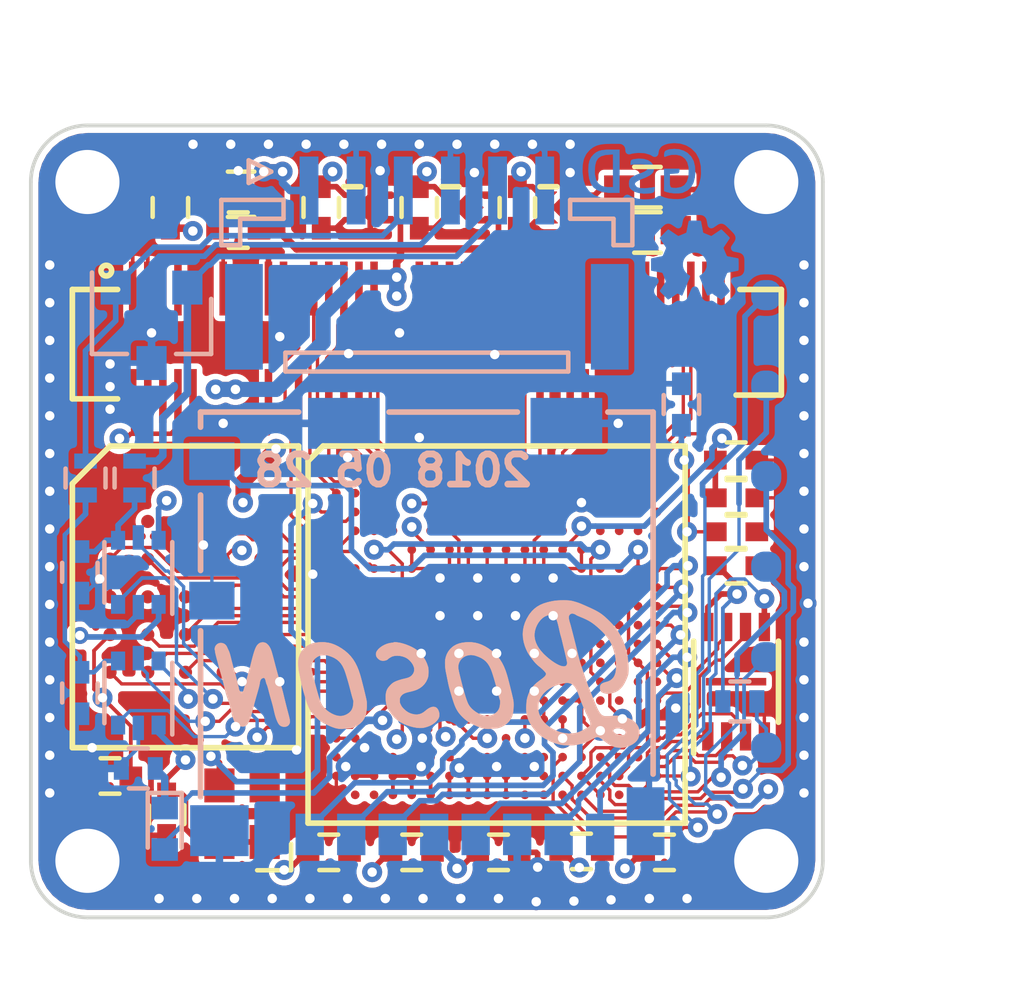
<source format=kicad_pcb>
(kicad_pcb (version 20171130) (host pcbnew "(5.0.0-rc2-dev-321-g78161b592)")
  (title_block (date "sam. 04 avril 2015"))
  (layers (0 F.Cu signal) (1 In1.Cu signal) (2 In2.Cu signal) (31 B.Cu signal) (34 B.Paste user) (35 F.Paste user) (36 B.SilkS user) (37 F.SilkS user) (38 B.Mask user) (39 F.Mask user) (44 Edge.Cuts user))
  (net 0 "")
  (net 1 GND)
  (net 2 +3V3)
  (net 3 "Net-(U3-PadH3)")
  (net 4 "Net-(U3-PadD4)")
  (net 5 "Net-(U3-PadF4)")
  (net 6 "Net-(U3-PadL4)")
  (net 7 HYPERBUS_RESET#)
  (net 8 HYPERBUS_DQ1)
  (net 9 HYPERBUS_DQ2)
  (net 10 HYPERBUS_DQ6)
  (net 11 HYPERBUS_DQ7)
  (net 12 HYPERBUS_RWDS)
  (net 13 HYPERBUS_CS#)
  (net 14 HYPERBUS_DQ0)
  (net 15 HYPERBUS_DQ3)
  (net 16 HYPERBUS_DQ4)
  (net 17 HYPERBUS_CK)
  (net 18 HYPERBUS_CK#)
  (net 19 HYPERBUS_DQ5)
  (net 20 +1V8)
  (net 21 FPGA_CDONE)
  (net 22 "Net-(U4-PadB5)")
  (net 23 "Net-(U4-PadC5)")
  (net 24 "Net-(U5-Pad80)")
  (net 25 BOSON_DATA_EN)
  (net 26 BOSON_DATA0)
  (net 27 "Net-(U5-Pad75)")
  (net 28 BOSON_HSYNC)
  (net 29 "Net-(U5-Pad71)")
  (net 30 BOSON_DATA1)
  (net 31 BOSON_DATA3)
  (net 32 BOSON_CK)
  (net 33 BOSON_VSYNC)
  (net 34 BOSON_DATA2)
  (net 35 BOSON_DATA11)
  (net 36 BOSON_DATA12)
  (net 37 BOSON_DATA9)
  (net 38 BOSON_DATA10)
  (net 39 BOSON_TXD)
  (net 40 BOSON_DATA13)
  (net 41 BOSON_DATA15)
  (net 42 BOSON_RXD)
  (net 43 BOSON_DATA6)
  (net 44 BOSON_DATA7)
  (net 45 BOSON_DATA5)
  (net 46 BOSON_DATA4)
  (net 47 BOSON_DATA8)
  (net 48 BOSON_DATA14)
  (net 49 BOSON_EXTSYNC)
  (net 50 BOSON_RESET)
  (net 51 "Net-(U3-PadG3)")
  (net 52 SPI_CONFIG_SS)
  (net 53 SPI_CONFIG_SCK)
  (net 54 SPI_CONFIG_MISO)
  (net 55 SPI_CONFIG_MOSI)
  (net 56 "Net-(U3-PadD6)")
  (net 57 SD_CMD)
  (net 58 SD_CK)
  (net 59 SD_DAT2)
  (net 60 SD_DAT1)
  (net 61 SD_DAT0)
  (net 62 SD_CD)
  (net 63 SD_DAT3)
  (net 64 +2V5)
  (net 65 QSPI_D2)
  (net 66 QSPI_D3)
  (net 67 FPGA_RESET)
  (net 68 IO_B_INTERNAL)
  (net 69 LED_A)
  (net 70 IO_A_INTERNAL)
  (net 71 IO_B_DIR)
  (net 72 IO_A_DIR)
  (net 73 16MHZ_IN)
  (net 74 "Net-(C1-Pad1)")
  (net 75 "Net-(C2-Pad1)")
  (net 76 "Net-(D1-Pad1)")
  (net 77 IO_A)
  (net 78 IO_B)
  (net 79 "Net-(U3-PadH4)")
  (net 80 "Net-(U3-PadJ3)")
  (net 81 "Net-(U3-PadC9)")
  (net 82 "Net-(U3-PadF1)")
  (net 83 "Net-(U3-PadH2)")
  (net 84 "Net-(U3-PadK2)")
  (net 85 "Net-(U3-PadV11)")
  (net 86 "Net-(U3-PadC3)")
  (net 87 "Net-(U3-PadD3)")
  (net 88 "Net-(U3-PadL3)")
  (net 89 "Net-(U3-PadC4)")
  (net 90 "Net-(U3-PadC6)")
  (net 91 "Net-(U3-PadC7)")
  (net 92 "Net-(U3-PadC8)")
  (net 93 "Net-(U3-PadA10)")
  (net 94 "Net-(U3-PadC10)")
  (net 95 "Net-(U3-PadC11)")
  (net 96 "Net-(U3-PadA12)")
  (net 97 "Net-(U3-PadB12)")
  (net 98 "Net-(U3-PadC12)")
  (net 99 "Net-(U3-PadB13)")
  (net 100 "Net-(U3-PadC13)")
  (net 101 "Net-(U3-PadD13)")
  (net 102 "Net-(U3-PadA15)")
  (net 103 "Net-(U3-PadB15)")
  (net 104 "Net-(U3-PadC15)")
  (net 105 "Net-(U3-PadD15)")
  (net 106 "Net-(U3-PadF15)")
  (net 107 "Net-(U3-PadG15)")
  (net 108 "Net-(U3-PadH15)")
  (net 109 "Net-(U3-PadK15)")
  (net 110 "Net-(U3-PadL15)")
  (net 111 "Net-(U3-PadN15)")
  (net 112 "Net-(U3-PadC16)")
  (net 113 "Net-(U3-PadD16)")
  (net 114 "Net-(U3-PadF16)")
  (net 115 "Net-(U3-PadG16)")
  (net 116 "Net-(U3-PadH16)")
  (net 117 "Net-(U3-PadJ16)")
  (net 118 "Net-(U3-PadK16)")
  (net 119 "Net-(U3-PadL16)")
  (net 120 "Net-(U3-PadM16)")
  (net 121 "Net-(U3-PadN16)")
  (net 122 "Net-(U3-PadR16)")
  (net 123 "Net-(U3-PadV16)")
  (net 124 "Net-(U3-PadC17)")
  (net 125 "Net-(U3-PadD17)")
  (net 126 "Net-(U3-PadH17)")
  (net 127 "Net-(U3-PadJ17)")
  (net 128 "Net-(U3-PadM17)")
  (net 129 "Net-(U3-PadN17)")
  (net 130 "Net-(U3-PadR17)")
  (net 131 "Net-(U3-PadT17)")
  (net 132 "Net-(U3-PadC18)")
  (net 133 "Net-(U3-PadD18)")
  (net 134 "Net-(U3-PadM18)")
  (net 135 +1V1)
  (net 136 JTAG_TDI)
  (net 137 JTAG_TCK)
  (net 138 JTAG_TMS)
  (net 139 JTAG_TDO)
  (net 140 "Net-(U3-PadK17)")
  (net 141 "Net-(U3-PadV2)")
  (net 142 "Net-(U3-PadV3)")
  (net 143 "Net-(U3-PadV12)")
  (net 144 "Net-(U3-PadN1)")
  (module Connectors_JST:JST_GH_BM06B-GHS-TBT_06x1.25mm_Straight (layer B.Cu) (at 145 94.9)
    (fp_text reference J1 (at 0 4.575) (layer B.SilkS) (effects (font (size 0 0)) (justify mirror)))
    (fp_text value "JST GH Series")
    (pad "" smd rect (at -4.85 1.675) (size 1 2.8) (layers B.Cu B.Paste B.Mask))
    (pad "" smd rect (at 4.85 1.675) (size 1 2.8) (layers B.Cu B.Paste B.Mask))
    (pad 6 smd rect (at 3.125 -1.675) (size 0.5 1.8) (layers B.Cu B.Paste B.Mask) (net 1 GND))
    (pad 5 smd rect (at 1.875 -1.675) (size 0.5 1.8) (layers B.Cu B.Paste B.Mask) (net 77 IO_A))
    (pad 4 smd rect (at 0.625 -1.675) (size 0.5 1.8) (layers B.Cu B.Paste B.Mask) (net 1 GND))
    (pad 3 smd rect (at -0.625 -1.675) (size 0.5 1.8) (layers B.Cu B.Paste B.Mask) (net 78 IO_B))
    (pad 2 smd rect (at -1.875 -1.675) (size 0.5 1.8) (layers B.Cu B.Paste B.Mask) (net 1 GND))
    (pad 1 smd rect (at -3.125 -1.675) (size 0.5 1.8) (layers B.Cu B.Paste B.Mask) (net 2 +3V3))
  )
  (module Housings_DFN_QFN:DFN-8-1EP_3x2mm_Pitch0.5mm (layer F.Cu) (at 153.2 106.25 90)
    (fp_text reference U6 (at 0 -2.05 90) (layer F.SilkS) (effects (font (size 0 0))))
    (fp_text value AT25SF081)
    (pad 9 smd rect (at 0 0 90) (size 0.2 1.6) (layers F.Cu F.Paste F.Mask))
    (pad 8 smd rect (at 1.45 -0.75 90) (size 0.75 0.3) (layers F.Cu F.Paste F.Mask) (net 2 +3V3))
    (pad 7 smd rect (at 1.45 -0.25 90) (size 0.75 0.3) (layers F.Cu F.Paste F.Mask) (net 66 QSPI_D3))
    (pad 6 smd rect (at 1.45 0.25 90) (size 0.75 0.3) (layers F.Cu F.Paste F.Mask) (net 53 SPI_CONFIG_SCK))
    (pad 5 smd rect (at 1.45 0.75 90) (size 0.75 0.3) (layers F.Cu F.Paste F.Mask) (net 55 SPI_CONFIG_MOSI))
    (pad 4 smd rect (at -1.45 0.75 90) (size 0.75 0.3) (layers F.Cu F.Paste F.Mask) (net 1 GND))
    (pad 3 smd rect (at -1.45 0.25 90) (size 0.75 0.3) (layers F.Cu F.Paste F.Mask) (net 65 QSPI_D2))
    (pad 2 smd rect (at -1.45 -0.25 90) (size 0.75 0.3) (layers F.Cu F.Paste F.Mask) (net 54 SPI_CONFIG_MISO))
    (pad 1 smd rect (at -1.45 -0.75 90) (size 0.75 0.3) (layers F.Cu F.Paste F.Mask) (net 52 SPI_CONFIG_SS))
  )
  (module LOGO (layer B.Cu) (at 150.7 92.8 180)
    (fp_text reference G*** hide)
    (fp_text value LOGO hide)
    (fp_poly (pts (xy 0.809625 0.656049) (xy 0.948894 0.652824) (xy 1.055352 0.641742) (xy 1.138164 0.620435) (xy 1.206496 0.586535) (xy 1.269512 0.537672) (xy 1.270237 0.537018) (xy 1.340037 0.45732) (xy 1.386054 0.362298) (xy 1.410458 0.244688) (xy 1.415419 0.097228) (xy 1.413931 0.056017) (xy 1.39408 -0.106816) (xy 1.349894 -0.237949) (xy 1.279148 -0.339287) (xy 1.179619 -0.412731) (xy 1.049083 -0.460187) (xy 0.885316 -0.483556) (xy 0.779803 -0.486833) (xy 0.592667 -0.486833) (xy 0.592667 -0.338667) (xy 0.762 -0.338667) (xy 0.884039 -0.338667) (xy 0.998972 -0.327347) (xy 1.079303 -0.299395) (xy 1.160578 -0.233792) (xy 1.215228 -0.137724) (xy 1.243868 -0.009786) (xy 1.248834 0.087568) (xy 1.23982 0.236059) (xy 1.21085 0.349515) (xy 1.159033 0.431642) (xy 1.081476 0.486148) (xy 0.975288 0.516738) (xy 0.908005 0.524408) (xy 0.762 0.534855) (xy 0.762 -0.338667) (xy 0.592667 -0.338667) (xy 0.592667 0.656167) (xy 0.809625 0.656049)) (layer B.Cu) (width 0.01))
    (fp_poly (pts (xy 0.162577 0.408638) (xy 0.231651 0.397665) (xy 0.269226 0.38476) (xy 0.285863 0.363181) (xy 0.292122 0.326181) (xy 0.292151 0.325883) (xy 0.298552 0.260216) (xy 0.140244 0.270375) (xy 0.023554 0.274289) (xy -0.058453 0.267638) (xy -0.112413 0.249068) (xy -0.144962 0.217221) (xy -0.1483 0.211417) (xy -0.159408 0.158528) (xy -0.131713 0.111118) (xy -0.063856 0.06759) (xy -0.005378 0.043426) (xy 0.120986 -0.004376) (xy 0.212326 -0.044812) (xy 0.274186 -0.082617) (xy 0.312111 -0.122522) (xy 0.331646 -0.16926) (xy 0.338334 -0.227561) (xy 0.338667 -0.250217) (xy 0.332061 -0.319458) (xy 0.306108 -0.369754) (xy 0.275785 -0.401589) (xy 0.193201 -0.454029) (xy 0.081845 -0.489442) (xy -0.047579 -0.506087) (xy -0.184364 -0.50222) (xy -0.264583 -0.489528) (xy -0.310364 -0.472303) (xy -0.330277 -0.436937) (xy -0.334784 -0.40645) (xy -0.341485 -0.336834) (xy -0.228951 -0.353625) (xy -0.077646 -0.369325) (xy 0.038464 -0.366191) (xy 0.11832 -0.344321) (xy 0.151534 -0.318598) (xy 0.179753 -0.277874) (xy 0.1905 -0.251655) (xy 0.170586 -0.212403) (xy 0.114686 -0.169922) (xy 0.028559 -0.127998) (xy -0.031142 -0.106035) (xy -0.115912 -0.072019) (xy -0.195079 -0.030549) (xy -0.245396 0.004577) (xy -0.292577 0.05312) (xy -0.313312 0.100997) (xy -0.3175 0.159315) (xy -0.298442 0.24985) (xy -0.244324 0.323152) (xy -0.159727 0.376842) (xy -0.04923 0.40854) (xy 0.082583 0.415868) (xy 0.162577 0.408638)) (layer B.Cu) (width 0.01))
    (fp_poly (pts (xy -0.729586 0.662399) (xy -0.677333 0.647505) (xy -0.626418 0.62313) (xy -0.603622 0.588205) (xy -0.59668 0.543282) (xy -0.593267 0.492195) (xy -0.600915 0.471095) (xy -0.629252 0.474961) (xy -0.684652 0.497417) (xy -0.793084 0.52487) (xy -0.911313 0.52619) (xy -1.021487 0.502134) (xy -1.067329 0.481194) (xy -1.152001 0.414193) (xy -1.209167 0.323118) (xy -1.240724 0.203739) (xy -1.248833 0.077437) (xy -1.235812 -0.076285) (xy -1.196686 -0.196724) (xy -1.131367 -0.283993) (xy -1.039764 -0.338206) (xy -0.921786 -0.359477) (xy -0.902158 -0.359833) (xy -0.827591 -0.358133) (xy -0.78048 -0.347764) (xy -0.754524 -0.320825) (xy -0.743421 -0.269416) (xy -0.740872 -0.185636) (xy -0.740833 -0.157542) (xy -0.740833 0.019054) (xy -0.862541 0.025402) (xy -0.931356 0.030401) (xy -0.968596 0.039801) (xy -0.985008 0.059004) (xy -0.990947 0.089958) (xy -0.997645 0.148167) (xy -0.592666 0.148167) (xy -0.592666 -0.440359) (xy -0.661458 -0.46483) (xy -0.746414 -0.485276) (xy -0.850823 -0.496713) (xy -0.957542 -0.498477) (xy -1.049423 -0.489902) (xy -1.085247 -0.481267) (xy -1.208581 -0.422253) (xy -1.302342 -0.335079) (xy -1.367447 -0.218338) (xy -1.404808 -0.070623) (xy -1.413852 0.024121) (xy -1.40885 0.20249) (xy -1.373738 0.351868) (xy -1.307754 0.47377) (xy -1.210142 0.569709) (xy -1.111404 0.627564) (xy -0.992941 0.664104) (xy -0.859141 0.676016) (xy -0.729586 0.662399)) (layer B.Cu) (width 0.01))
  )
  (module LOGO (layer B.Cu) (at 152.1 95.1 180)
    (fp_text reference G*** hide)
    (fp_text value LOGO hide)
    (fp_poly (pts (xy 0.034434 1.070644) (xy 0.067967 1.070441) (xy 0.094854 1.070081) (xy 0.115679 1.069545) (xy 0.131028 1.068815) (xy 0.141484 1.067873) (xy 0.147631 1.0667) (xy 0.14957 1.065823) (xy 0.151728 1.062359) (xy 0.154421 1.054534) (xy 0.157762 1.041831) (xy 0.161865 1.023736) (xy 0.166844 0.999734) (xy 0.172812 0.969309) (xy 0.179883 0.931946) (xy 0.18387 0.910492) (xy 0.191899 0.867626) (xy 0.198777 0.832133) (xy 0.204579 0.803667) (xy 0.20938 0.781882) (xy 0.213256 0.766433) (xy 0.216284 0.756974) (xy 0.218192 0.753437) (xy 0.223255 0.750437) (xy 0.23444 0.745046) (xy 0.250596 0.737743) (xy 0.270577 0.729006) (xy 0.293232 0.719311) (xy 0.317413 0.709137) (xy 0.34197 0.698962) (xy 0.365756 0.689262) (xy 0.387621 0.680517) (xy 0.406415 0.673202) (xy 0.420991 0.667796) (xy 0.430199 0.664778) (xy 0.432574 0.664308) (xy 0.436931 0.666453) (xy 0.446994 0.672572) (xy 0.46204 0.682192) (xy 0.48135 0.69484) (xy 0.504202 0.710041) (xy 0.529876 0.727323) (xy 0.557649 0.746211) (xy 0.566444 0.752231) (xy 0.594625 0.771491) (xy 0.620833 0.789294) (xy 0.644361 0.805167) (xy 0.664502 0.81864) (xy 0.68055 0.82924) (xy 0.691799 0.836496) (xy 0.697543 0.839936) (xy 0.698099 0.840154) (xy 0.702045 0.837466) (xy 0.710615 0.829883) (xy 0.723103 0.818125) (xy 0.738801 0.802913) (xy 0.757001 0.784968) (xy 0.776995 0.765011) (xy 0.798076 0.743762) (xy 0.819537 0.721943) (xy 0.840668 0.700273) (xy 0.860764 0.679473) (xy 0.879116 0.660265) (xy 0.895016 0.643369) (xy 0.907757 0.629505) (xy 0.916632 0.619395) (xy 0.920932 0.613759) (xy 0.921212 0.612916) (xy 0.918584 0.608605) (xy 0.912018 0.598596) (xy 0.902013 0.583627) (xy 0.889064 0.564435) (xy 0.873671 0.541758) (xy 0.856331 0.516332) (xy 0.837541 0.488894) (xy 0.834677 0.484721) (xy 0.815763 0.456987) (xy 0.798327 0.431061) (xy 0.782855 0.407691) (xy 0.769833 0.387628) (xy 0.759747 0.371622) (xy 0.753081 0.360422) (xy 0.750324 0.35478) (xy 0.750277 0.354467) (xy 0.751805 0.348645) (xy 0.756066 0.336833) (xy 0.762575 0.320162) (xy 0.770846 0.299763) (xy 0.780396 0.276769) (xy 0.790739 0.25231) (xy 0.801391 0.22752) (xy 0.811866 0.203529) (xy 0.821679 0.181469) (xy 0.830347 0.162471) (xy 0.837383 0.147669) (xy 0.842304 0.138192) (xy 0.844118 0.135445) (xy 0.847693 0.13317) (xy 0.854829 0.13053) (xy 0.866139 0.127386) (xy 0.882232 0.123601) (xy 0.903722 0.119039) (xy 0.931219 0.113561) (xy 0.965334 0.10703) (xy 0.996918 0.10112) (xy 1.037379 0.09352) (xy 1.070645 0.087079) (xy 1.097233 0.081681) (xy 1.117657 0.077211) (xy 1.132435 0.073556) (xy 1.142081 0.070599) (xy 1.147113 0.068226) (xy 1.147885 0.067505) (xy 1.149215 0.0638) (xy 1.150302 0.05616) (xy 1.151165 0.044) (xy 1.151823 0.026735) (xy 1.152293 0.003782) (xy 1.152594 -0.025445) (xy 1.152744 -0.061528) (xy 1.152769 -0.088391) (xy 1.152737 -0.127046) (xy 1.152622 -0.158623) (xy 1.152394 -0.183862) (xy 1.152024 -0.2035) (xy 1.151483 -0.218275) (xy 1.150742 -0.228927) (xy 1.149772 -0.236191) (xy 1.148544 -0.240808) (xy 1.147028 -0.243515) (xy 1.146629 -0.243952) (xy 1.140833 -0.248843) (xy 1.138213 -0.250093) (xy 1.133978 -0.250781) (xy 1.122934 -0.25274) (xy 1.105954 -0.25581) (xy 1.08391 -0.259832) (xy 1.057677 -0.264646) (xy 1.028128 -0.270094) (xy 0.996838 -0.275885) (xy 0.955612 -0.283642) (xy 0.921763 -0.290266) (xy 0.894946 -0.295832) (xy 0.874815 -0.300417) (xy 0.861026 -0.304097) (xy 0.853234 -0.30695) (xy 0.851445 -0.308124) (xy 0.848436 -0.313325) (xy 0.843095 -0.324719) (xy 0.835867 -0.341193) (xy 0.827199 -0.361634) (xy 0.817539 -0.38493) (xy 0.807332 -0.409969) (xy 0.797024 -0.435639) (xy 0.787064 -0.460827) (xy 0.777896 -0.48442) (xy 0.769968 -0.505307) (xy 0.763726 -0.522375) (xy 0.759617 -0.534513) (xy 0.758086 -0.540606) (xy 0.758085 -0.540687) (xy 0.760235 -0.545487) (xy 0.76635 -0.555935) (xy 0.775934 -0.571262) (xy 0.78849 -0.590698) (xy 0.803521 -0.613476) (xy 0.82053 -0.638825) (xy 0.838801 -0.665655) (xy 0.857314 -0.69275) (xy 0.874414 -0.717967) (xy 0.889593 -0.740547) (xy 0.902348 -0.759729) (xy 0.912171 -0.774754) (xy 0.918559 -0.784861) (xy 0.921002 -0.789276) (xy 0.918645 -0.793571) (xy 0.910956 -0.802932) (xy 0.898247 -0.817025) (xy 0.880834 -0.835513) (xy 0.859031 -0.858062) (xy 0.833152 -0.884336) (xy 0.813356 -0.904189) (xy 0.785293 -0.932138) (xy 0.762177 -0.954975) (xy 0.743486 -0.973171) (xy 0.728699 -0.987199) (xy 0.717295 -0.997529) (xy 0.708752 -1.004633) (xy 0.702549 -1.008984) (xy 0.698165 -1.011053) (xy 0.695078 -1.011313) (xy 0.695008 -1.011299) (xy 0.689679 -1.008695) (xy 0.678758 -1.002154) (xy 0.663066 -0.99221) (xy 0.643424 -0.979394) (xy 0.62065 -0.964241) (xy 0.595565 -0.947284) (xy 0.576538 -0.93426) (xy 0.550366 -0.916286) (xy 0.526022 -0.899625) (xy 0.504309 -0.884826) (xy 0.486032 -0.872434) (xy 0.471995 -0.862994) (xy 0.463004 -0.857053) (xy 0.460102 -0.855246) (xy 0.457078 -0.854255) (xy 0.452913 -0.85445) (xy 0.446778 -0.856201) (xy 0.437842 -0.859876) (xy 0.425276 -0.865845) (xy 0.40825 -0.874477) (xy 0.385936 -0.886143) (xy 0.360636 -0.899546) (xy 0.347626 -0.906182) (xy 0.339529 -0.909288) (xy 0.33452 -0.909294) (xy 0.330772 -0.90663) (xy 0.330728 -0.906585) (xy 0.328208 -0.901935) (xy 0.32306 -0.890769) (xy 0.315582 -0.873809) (xy 0.306072 -0.851778) (xy 0.294829 -0.825397) (xy 0.282152 -0.795391) (xy 0.268338 -0.762481) (xy 0.253687 -0.727389) (xy 0.238496 -0.690838) (xy 0.223064 -0.653551) (xy 0.20769 -0.616249) (xy 0.192671 -0.579657) (xy 0.178307 -0.544495) (xy 0.164895 -0.511487) (xy 0.152734 -0.481354) (xy 0.142123 -0.45482) (xy 0.133359 -0.432607) (xy 0.126742 -0.415438) (xy 0.122569 -0.404034) (xy 0.121139 -0.399138) (xy 0.124539 -0.392081) (xy 0.134948 -0.383227) (xy 0.143608 -0.377584) (xy 0.188619 -0.346069) (xy 0.227109 -0.310716) (xy 0.258915 -0.271782) (xy 0.283869 -0.229527) (xy 0.301808 -0.184209) (xy 0.312567 -0.136086) (xy 0.315359 -0.108587) (xy 0.314642 -0.058353) (xy 0.306583 -0.010097) (xy 0.291531 0.035584) (xy 0.269836 0.078095) (xy 0.241847 0.11684) (xy 0.207914 0.151221) (xy 0.168387 0.180642) (xy 0.134816 0.19932) (xy 0.09804 0.215073) (xy 0.063083 0.225281) (xy 0.027012 0.2306) (xy -0.009769 0.23174) (xy -0.059615 0.227366) (xy -0.107125 0.215762) (xy -0.151692 0.19732) (xy -0.19271 0.172431) (xy -0.229573 0.141486) (xy -0.261673 0.104878) (xy -0.288405 0.062998) (xy -0.296711 0.046464) (xy -0.308777 0.018535) (xy -0.317161 -0.006857) (xy -0.322405 -0.032291) (xy -0.325047 -0.060349) (xy -0.325639 -0.091831) (xy -0.325267 -0.115171) (xy -0.324232 -0.133197) (xy -0.322223 -0.148402) (xy -0.31893 -0.163281) (xy -0.315036 -0.177048) (xy -0.299291 -0.220105) (xy -0.278927 -0.258768) (xy -0.253213 -0.293987) (xy -0.221415 -0.326713) (xy -0.182801 -0.357897) (xy -0.167177 -0.368869) (xy -0.15294 -0.378857) (xy -0.141274 -0.387637) (xy -0.133636 -0.394076) (xy -0.131448 -0.396632) (xy -0.132459 -0.401252) (xy -0.136161 -0.4122) (xy -0.142219 -0.428599) (xy -0.150296 -0.449572) (xy -0.160055 -0.474241) (xy -0.171161 -0.50173) (xy -0.179518 -0.522086) (xy -0.193998 -0.557143) (xy -0.210561 -0.597269) (xy -0.228319 -0.640305) (xy -0.246379 -0.684094) (xy -0.263853 -0.726476) (xy -0.279849 -0.765293) (xy -0.283708 -0.774661) (xy -0.30004 -0.813926) (xy -0.313973 -0.846607) (xy -0.325441 -0.872561) (xy -0.334378 -0.89164) (xy -0.340718 -0.903701) (xy -0.344396 -0.908596) (xy -0.344568 -0.908672) (xy -0.350459 -0.907652) (xy -0.362082 -0.903112) (xy -0.378438 -0.895496) (xy -0.398524 -0.885252) (xy -0.405826 -0.881357) (xy -0.424649 -0.871324) (xy -0.441113 -0.862757) (xy -0.453973 -0.856287) (xy -0.46198 -0.852547) (xy -0.463947 -0.851877) (xy -0.467846 -0.854015) (xy -0.477435 -0.860098) (xy -0.491969 -0.869632) (xy -0.510708 -0.882121) (xy -0.532909 -0.897072) (xy -0.557828 -0.913989) (xy -0.584152 -0.931985) (xy -0.611219 -0.950401) (xy -0.636511 -0.967326) (xy -0.659249 -0.982258) (xy -0.678656 -0.994701) (xy -0.693953 -1.004152) (xy -0.704362 -1.010115) (xy -0.709029 -1.012093) (xy -0.714317 -1.009227) (xy -0.724895 -1.00064) (xy -0.740744 -0.986349) (xy -0.761845 -0.96637) (xy -0.788182 -0.940721) (xy -0.819737 -0.909417) (xy -0.823573 -0.905582) (xy -0.854778 -0.874147) (xy -0.880703 -0.847573) (xy -0.901264 -0.825951) (xy -0.916376 -0.809369) (xy -0.925955 -0.797919) (xy -0.929919 -0.79169) (xy -0.930031 -0.791085) (xy -0.92788 -0.786115) (xy -0.921763 -0.775509) (xy -0.912177 -0.760045) (xy -0.899622 -0.740501) (xy -0.884598 -0.717654) (xy -0.867603 -0.692282) (xy -0.849923 -0.666309) (xy -0.829505 -0.636295) (xy -0.811454 -0.609266) (xy -0.796155 -0.585826) (xy -0.783993 -0.566582) (xy -0.775352 -0.552136) (xy -0.770619 -0.543095) (xy -0.769815 -0.540513) (xy -0.771264 -0.534264) (xy -0.77531 -0.521968) (xy -0.781505 -0.504746) (xy -0.789401 -0.483717) (xy -0.79855 -0.460001) (xy -0.808503 -0.434718) (xy -0.818812 -0.408988) (xy -0.829028 -0.38393) (xy -0.838704 -0.360665) (xy -0.847389 -0.340312) (xy -0.854637 -0.323991) (xy -0.859999 -0.312821) (xy -0.862902 -0.308036) (xy -0.867671 -0.305602) (xy -0.87803 -0.302427) (xy -0.894356 -0.298426) (xy -0.917028 -0.293518) (xy -0.946424 -0.287618) (xy -0.982922 -0.280644) (xy -1.010138 -0.275586) (xy -1.047747 -0.268606) (xy -1.078379 -0.262788) (xy -1.102761 -0.257964) (xy -1.121618 -0.253968) (xy -1.135675 -0.250632) (xy -1.145658 -0.24779) (xy -1.152293 -0.245274) (xy -1.156305 -0.242918) (xy -1.157654 -0.241632) (xy -1.15942 -0.239026) (xy -1.160856 -0.235261) (xy -1.161994 -0.229569) (xy -1.162869 -0.221179) (xy -1.163515 -0.209321) (xy -1.163965 -0.193226) (xy -1.164254 -0.172124) (xy -1.164415 -0.145246) (xy -1.164483 -0.111821) (xy -1.164492 -0.086283) (xy -1.164428 -0.045824) (xy -1.164221 -0.01259) (xy -1.163855 0.014004) (xy -1.163309 0.034547) (xy -1.162566 0.049626) (xy -1.161607 0.05983) (xy -1.160413 0.065746) (xy -1.159607 0.06744) (xy -1.155945 0.069673) (xy -1.147653 0.072467) (xy -1.134227 0.075935) (xy -1.115162 0.080188) (xy -1.089954 0.085337) (xy -1.058098 0.091496) (xy -1.019091 0.098774) (xy -1.014046 0.099703) (xy -0.981474 0.105744) (xy -0.950996 0.111504) (xy -0.92355 0.116796) (xy -0.900074 0.121436) (xy -0.881505 0.125239) (xy -0.86878 0.128019) (xy -0.862911 0.129562) (xy -0.859518 0.13152) (xy -0.855885 0.135299) (xy -0.851618 0.141672) (xy -0.846325 0.151412) (xy -0.839613 0.165293) (xy -0.831087 0.184087) (xy -0.820354 0.208567) (xy -0.807226 0.239032) (xy -0.795686 0.266257) (xy -0.785233 0.291524) (xy -0.776256 0.313841) (xy -0.769147 0.332215) (xy -0.764295 0.345655) (xy -0.762091 0.353168) (xy -0.762 0.353986) (xy -0.764265 0.359917) (xy -0.770911 0.371817) (xy -0.781717 0.389337) (xy -0.796461 0.412131) (xy -0.814922 0.43985) (xy -0.836876 0.472148) (xy -0.844752 0.483608) (xy -0.863574 0.511131) (xy -0.880974 0.536957) (xy -0.896447 0.560306) (xy -0.909488 0.580402) (xy -0.919593 0.596466) (xy -0.926256 0.607719) (xy -0.928974 0.613383) (xy -0.928997 0.613507) (xy -0.928723 0.616663) (xy -0.926741 0.620996) (xy -0.922573 0.627032) (xy -0.915741 0.635298) (xy -0.905766 0.646322) (xy -0.892169 0.66063) (xy -0.874471 0.678749) (xy -0.852194 0.701206) (xy -0.824859 0.728528) (xy -0.821132 0.732243) (xy -0.789304 0.763769) (xy -0.762732 0.789677) (xy -0.74133 0.810047) (xy -0.725007 0.824962) (xy -0.713675 0.834505) (xy -0.707246 0.838758) (xy -0.705927 0.838966) (xy -0.701497 0.836315) (xy -0.69137 0.829716) (xy -0.676277 0.819663) (xy -0.656953 0.806651) (xy -0.634129 0.791172) (xy -0.608539 0.773722) (xy -0.580914 0.754793) (xy -0.574689 0.750515) (xy -0.546742 0.731402) (xy -0.520662 0.713761) (xy -0.497181 0.69807) (xy -0.477028 0.68481) (xy -0.460937 0.674462) (xy -0.449637 0.667505) (xy -0.44386 0.664419) (xy -0.443397 0.664307) (xy -0.438246 0.665738) (xy -0.426954 0.669755) (xy -0.410596 0.675946) (xy -0.390249 0.683898) (xy -0.366989 0.6932) (xy -0.350632 0.69985) (xy -0.317571 0.713385) (xy -0.291012 0.724298) (xy -0.270221 0.732923) (xy -0.254468 0.739595) (xy -0.24302 0.744651) (xy -0.235143 0.748424) (xy -0.230107 0.751249) (xy -0.227177 0.753463) (xy -0.225623 0.7554) (xy -0.224711 0.757395) (xy -0.224679 0.757476) (xy -0.223541 0.762317) (xy -0.221174 0.773804) (xy -0.217774 0.790899) (xy -0.213539 0.812567) (xy -0.208664 0.837768) (xy -0.203347 0.865466) (xy -0.197785 0.894622) (xy -0.192175 0.9242) (xy -0.186713 0.953161) (xy -0.181597 0.980468) (xy -0.177024 1.005084) (xy -0.17319 1.025971) (xy -0.170292 1.042092) (xy -0.168528 1.052408) (xy -0.168065 1.055775) (xy -0.165582 1.060348) (xy -0.16189 1.064567) (xy -0.159523 1.066154) (xy -0.155419 1.067447) (xy -0.14884 1.068475) (xy -0.139047 1.069267) (xy -0.125302 1.069852) (xy -0.106868 1.070259) (xy -0.083005 1.070518) (xy -0.052976 1.070657) (xy -0.016043 1.070706) (xy -0.006329 1.070708) (xy 0.034434 1.070644)) (layer B.Cu) (width 0.01))
  )
  (module Oscillators:Oscillator_SMD_SeikoEpson_SG210-4pin_2.5x2.0mm (layer F.Cu) (at 140.1 109.75 90)
    (fp_text reference X1 (at 0 -2.2 90) (layer F.SilkS) (effects (font (size 0 0))))
    (fp_text value ASDMB)
    (pad 1 smd rect (at -0.75 0.6 90) (size 0.9 0.8) (layers F.Cu F.Paste F.Mask) (net 20 +1V8))
    (pad 2 smd rect (at 0.75 0.6 90) (size 0.9 0.8) (layers F.Cu F.Paste F.Mask) (net 1 GND))
    (pad 3 smd rect (at 0.75 -0.6 90) (size 0.9 0.8) (layers F.Cu F.Paste F.Mask) (net 73 16MHZ_IN))
    (pad 4 smd rect (at -0.75 -0.6 90) (size 0.9 0.8) (layers F.Cu F.Paste F.Mask) (net 20 +1V8))
  )
  (module bosonFrameGrabber:csBGA_132 (layer F.Cu) (at 146.85 105)
    (fp_text reference U3 (at 0 -13.3) (layer F.SilkS) (effects (font (size 0 0))))
    (fp_text value ECP5U25)
    (pad B1 smd circle (at -4.25 -3.75 90) (size 0.23 0.23) (layers F.Cu F.Paste F.Mask) (net 47 BOSON_DATA8))
    (pad C1 smd circle (at -4.25 -3.25 90) (size 0.23 0.23) (layers F.Cu F.Paste F.Mask) (net 73 16MHZ_IN))
    (pad D1 smd circle (at -4.25 -2.75 90) (size 0.23 0.23) (layers F.Cu F.Paste F.Mask) (net 48 BOSON_DATA14))
    (pad F1 smd circle (at -4.25 -1.75 90) (size 0.23 0.23) (layers F.Cu F.Paste F.Mask) (net 82 "Net-(U3-PadF1)"))
    (pad G1 smd circle (at -4.25 -1.25 90) (size 0.23 0.23) (layers F.Cu F.Paste F.Mask) (net 17 HYPERBUS_CK))
    (pad H1 smd circle (at -4.25 -0.75 90) (size 0.23 0.23) (layers F.Cu F.Paste F.Mask) (net 12 HYPERBUS_RWDS))
    (pad J1 smd circle (at -4.25 -0.25 90) (size 0.23 0.23) (layers F.Cu F.Paste F.Mask) (net 8 HYPERBUS_DQ1))
    (pad K1 smd circle (at -4.25 0.25 90) (size 0.23 0.23) (layers F.Cu F.Paste F.Mask) (net 15 HYPERBUS_DQ3))
    (pad L1 smd circle (at -4.25 0.75 90) (size 0.23 0.23) (layers F.Cu F.Paste F.Mask) (net 19 HYPERBUS_DQ5))
    (pad M1 smd circle (at -4.25 1.25 90) (size 0.23 0.23) (layers F.Cu F.Paste F.Mask) (net 11 HYPERBUS_DQ7))
    (pad N1 smd circle (at -4.25 1.75 90) (size 0.23 0.23) (layers F.Cu F.Paste F.Mask) (net 144 "Net-(U3-PadN1)"))
    (pad R1 smd circle (at -4.25 2.75 90) (size 0.23 0.23) (layers F.Cu F.Paste F.Mask) (net 1 GND))
    (pad T1 smd circle (at -4.25 3.25 90) (size 0.23 0.23) (layers F.Cu F.Paste F.Mask) (net 1 GND))
    (pad U1 smd circle (at -4.25 3.75 90) (size 0.23 0.23) (layers F.Cu F.Paste F.Mask) (net 1 GND))
    (pad A2 smd circle (at -3.75 -4.25 90) (size 0.23 0.23) (layers F.Cu F.Paste F.Mask) (net 45 BOSON_DATA5))
    (pad B2 smd circle (at -3.75 -3.75 90) (size 0.23 0.23) (layers F.Cu F.Paste F.Mask) (net 46 BOSON_DATA4))
    (pad C2 smd circle (at -3.75 -3.25 90) (size 0.23 0.23) (layers F.Cu F.Paste F.Mask) (net 50 BOSON_RESET))
    (pad D2 smd circle (at -3.75 -2.75 90) (size 0.23 0.23) (layers F.Cu F.Paste F.Mask) (net 7 HYPERBUS_RESET#))
    (pad F2 smd circle (at -3.75 -1.75 90) (size 0.23 0.23) (layers F.Cu F.Paste F.Mask) (net 18 HYPERBUS_CK#))
    (pad G2 smd circle (at -3.75 -1.25 90) (size 0.23 0.23) (layers F.Cu F.Paste F.Mask) (net 1 GND))
    (pad H2 smd circle (at -3.75 -0.75 90) (size 0.23 0.23) (layers F.Cu F.Paste F.Mask) (net 83 "Net-(U3-PadH2)"))
    (pad J2 smd circle (at -3.75 -0.25 90) (size 0.23 0.23) (layers F.Cu F.Paste F.Mask) (net 14 HYPERBUS_DQ0))
    (pad K2 smd circle (at -3.75 0.25 90) (size 0.23 0.23) (layers F.Cu F.Paste F.Mask) (net 84 "Net-(U3-PadK2)"))
    (pad L2 smd circle (at -3.75 0.75 90) (size 0.23 0.23) (layers F.Cu F.Paste F.Mask) (net 1 GND))
    (pad M2 smd circle (at -3.75 1.25 90) (size 0.23 0.23) (layers F.Cu F.Paste F.Mask) (net 70 IO_A_INTERNAL))
    (pad N2 smd circle (at -3.75 1.75 90) (size 0.23 0.23) (layers F.Cu F.Paste F.Mask) (net 71 IO_B_DIR))
    (pad R2 smd circle (at -3.75 2.75 90) (size 0.23 0.23) (layers F.Cu F.Paste F.Mask) (net 1 GND))
    (pad T2 smd circle (at -3.75 3.25 90) (size 0.23 0.23) (layers F.Cu F.Paste F.Mask) (net 1 GND))
    (pad U2 smd circle (at -3.75 3.75 90) (size 0.23 0.23) (layers F.Cu F.Paste F.Mask) (net 1 GND))
    (pad V2 smd circle (at -3.75 4.25 90) (size 0.23 0.23) (layers F.Cu F.Paste F.Mask) (net 141 "Net-(U3-PadV2)"))
    (pad A3 smd circle (at -3.25 -4.25 90) (size 0.23 0.23) (layers F.Cu F.Paste F.Mask) (net 43 BOSON_DATA6))
    (pad B3 smd circle (at -3.25 -3.75 90) (size 0.23 0.23) (layers F.Cu F.Paste F.Mask) (net 1 GND))
    (pad C3 smd circle (at -3.25 -3.25 90) (size 0.23 0.23) (layers F.Cu F.Paste F.Mask) (net 86 "Net-(U3-PadC3)"))
    (pad D3 smd circle (at -3.25 -2.75 90) (size 0.23 0.23) (layers F.Cu F.Paste F.Mask) (net 87 "Net-(U3-PadD3)"))
    (pad F3 smd circle (at -3.25 -1.75 90) (size 0.23 0.23) (layers F.Cu F.Paste F.Mask) (net 13 HYPERBUS_CS#))
    (pad G3 smd circle (at -3.25 -1.25 90) (size 0.23 0.23) (layers F.Cu F.Paste F.Mask) (net 51 "Net-(U3-PadG3)"))
    (pad H3 smd circle (at -3.25 -0.75 90) (size 0.23 0.23) (layers F.Cu F.Paste F.Mask) (net 3 "Net-(U3-PadH3)"))
    (pad J3 smd circle (at -3.25 -0.25 90) (size 0.23 0.23) (layers F.Cu F.Paste F.Mask) (net 80 "Net-(U3-PadJ3)"))
    (pad K3 smd circle (at -3.25 0.25 90) (size 0.23 0.23) (layers F.Cu F.Paste F.Mask) (net 10 HYPERBUS_DQ6))
    (pad L3 smd circle (at -3.25 0.75 90) (size 0.23 0.23) (layers F.Cu F.Paste F.Mask) (net 88 "Net-(U3-PadL3)"))
    (pad M3 smd circle (at -3.25 1.25 90) (size 0.23 0.23) (layers F.Cu F.Paste F.Mask) (net 68 IO_B_INTERNAL))
    (pad N3 smd circle (at -3.25 1.75 90) (size 0.23 0.23) (layers F.Cu F.Paste F.Mask) (net 72 IO_A_DIR))
    (pad R3 smd circle (at -3.25 2.75 90) (size 0.23 0.23) (layers F.Cu F.Paste F.Mask) (net 1 GND))
    (pad T3 smd circle (at -3.25 3.25 90) (size 0.23 0.23) (layers F.Cu F.Paste F.Mask) (net 1 GND))
    (pad U3 smd circle (at -3.25 3.75 90) (size 0.23 0.23) (layers F.Cu F.Paste F.Mask) (net 1 GND))
    (pad V3 smd circle (at -3.25 4.25 90) (size 0.23 0.23) (layers F.Cu F.Paste F.Mask) (net 142 "Net-(U3-PadV3)"))
    (pad A4 smd circle (at -2.75 -4.25 90) (size 0.23 0.23) (layers F.Cu F.Paste F.Mask) (net 42 BOSON_RXD))
    (pad B4 smd circle (at -2.75 -3.75 90) (size 0.23 0.23) (layers F.Cu F.Paste F.Mask) (net 44 BOSON_DATA7))
    (pad C4 smd circle (at -2.75 -3.25 90) (size 0.23 0.23) (layers F.Cu F.Paste F.Mask) (net 89 "Net-(U3-PadC4)"))
    (pad D4 smd circle (at -2.75 -2.75 90) (size 0.23 0.23) (layers F.Cu F.Paste F.Mask) (net 4 "Net-(U3-PadD4)"))
    (pad F4 smd circle (at -2.75 -1.75 90) (size 0.23 0.23) (layers F.Cu F.Paste F.Mask) (net 5 "Net-(U3-PadF4)"))
    (pad G4 smd circle (at -2.75 -1.25 90) (size 0.23 0.23) (layers F.Cu F.Paste F.Mask) (net 9 HYPERBUS_DQ2))
    (pad H4 smd circle (at -2.75 -0.75 90) (size 0.23 0.23) (layers F.Cu F.Paste F.Mask) (net 79 "Net-(U3-PadH4)"))
    (pad J4 smd circle (at -2.75 -0.25 90) (size 0.23 0.23) (layers F.Cu F.Paste F.Mask) (net 135 +1V1))
    (pad K4 smd circle (at -2.75 0.25 90) (size 0.23 0.23) (layers F.Cu F.Paste F.Mask) (net 16 HYPERBUS_DQ4))
    (pad L4 smd circle (at -2.75 0.75 90) (size 0.23 0.23) (layers F.Cu F.Paste F.Mask) (net 6 "Net-(U3-PadL4)"))
    (pad M4 smd circle (at -2.75 1.25 90) (size 0.23 0.23) (layers F.Cu F.Paste F.Mask) (net 135 +1V1))
    (pad N4 smd circle (at -2.75 1.75 90) (size 0.23 0.23) (layers F.Cu F.Paste F.Mask) (net 69 LED_A))
    (pad T4 smd circle (at -2.75 3.25 90) (size 0.23 0.23) (layers F.Cu F.Paste F.Mask) (net 1 GND))
    (pad U4 smd circle (at -2.75 3.75 90) (size 0.23 0.23) (layers F.Cu F.Paste F.Mask) (net 1 GND))
    (pad V4 smd circle (at -2.75 4.25 90) (size 0.23 0.23) (layers F.Cu F.Paste F.Mask) (net 1 GND))
    (pad E5 smd circle (at -2.25 -2.25 90) (size 0.23 0.23) (layers F.Cu F.Paste F.Mask) (net 1 GND))
    (pad F5 smd circle (at -2.25 -1.75 90) (size 0.23 0.23) (layers F.Cu F.Paste F.Mask) (net 1 GND))
    (pad G5 smd circle (at -2.25 -1.25 90) (size 0.23 0.23) (layers F.Cu F.Paste F.Mask) (net 20 +1V8))
    (pad H5 smd circle (at -2.25 -0.75 90) (size 0.23 0.23) (layers F.Cu F.Paste F.Mask) (net 20 +1V8))
    (pad J5 smd circle (at -2.25 -0.25 90) (size 0.23 0.23) (layers F.Cu F.Paste F.Mask) (net 135 +1V1))
    (pad K5 smd circle (at -2.25 0.25 90) (size 0.23 0.23) (layers F.Cu F.Paste F.Mask) (net 1 GND))
    (pad L5 smd circle (at -2.25 0.75 90) (size 0.23 0.23) (layers F.Cu F.Paste F.Mask) (net 1 GND))
    (pad M5 smd circle (at -2.25 1.25 90) (size 0.23 0.23) (layers F.Cu F.Paste F.Mask) (net 20 +1V8))
    (pad N5 smd circle (at -2.25 1.75 90) (size 0.23 0.23) (layers F.Cu F.Paste F.Mask) (net 20 +1V8))
    (pad P5 smd circle (at -2.25 2.25 90) (size 0.23 0.23) (layers F.Cu F.Paste F.Mask) (net 1 GND))
    (pad T5 smd circle (at -2.25 3.25 90) (size 0.23 0.23) (layers F.Cu F.Paste F.Mask) (net 1 GND))
    (pad U5 smd circle (at -2.25 3.75 90) (size 0.23 0.23) (layers F.Cu F.Paste F.Mask) (net 1 GND))
    (pad V5 smd circle (at -2.25 4.25 90) (size 0.23 0.23) (layers F.Cu F.Paste F.Mask) (net 1 GND))
    (pad A6 smd circle (at -1.75 -4.25 90) (size 0.23 0.23) (layers F.Cu F.Paste F.Mask) (net 41 BOSON_DATA15))
    (pad B6 smd circle (at -1.75 -3.75 90) (size 0.23 0.23) (layers F.Cu F.Paste F.Mask) (net 40 BOSON_DATA13))
    (pad C6 smd circle (at -1.75 -3.25 90) (size 0.23 0.23) (layers F.Cu F.Paste F.Mask) (net 90 "Net-(U3-PadC6)"))
    (pad D6 smd circle (at -1.75 -2.75 90) (size 0.23 0.23) (layers F.Cu F.Paste F.Mask) (net 56 "Net-(U3-PadD6)"))
    (pad E6 smd circle (at -1.75 -2.25 90) (size 0.23 0.23) (layers F.Cu F.Paste F.Mask) (net 64 +2V5))
    (pad F6 smd circle (at -1.75 -1.75 90) (size 0.23 0.23) (layers F.Cu F.Paste F.Mask) (net 1 GND))
    (pad G6 smd circle (at -1.75 -1.25 90) (size 0.23 0.23) (layers F.Cu F.Paste F.Mask) (net 1 GND))
    (pad H6 smd circle (at -1.75 -0.75 90) (size 0.23 0.23) (layers F.Cu F.Paste F.Mask) (net 1 GND))
    (pad J6 smd circle (at -1.75 -0.25 90) (size 0.23 0.23) (layers F.Cu F.Paste F.Mask) (net 1 GND))
    (pad K6 smd circle (at -1.75 0.25 90) (size 0.23 0.23) (layers F.Cu F.Paste F.Mask) (net 1 GND))
    (pad L6 smd circle (at -1.75 0.75 90) (size 0.23 0.23) (layers F.Cu F.Paste F.Mask) (net 1 GND))
    (pad M6 smd circle (at -1.75 1.25 90) (size 0.23 0.23) (layers F.Cu F.Paste F.Mask) (net 1 GND))
    (pad N6 smd circle (at -1.75 1.75 90) (size 0.23 0.23) (layers F.Cu F.Paste F.Mask) (net 64 +2V5))
    (pad P6 smd circle (at -1.75 2.25 90) (size 0.23 0.23) (layers F.Cu F.Paste F.Mask) (net 1 GND))
    (pad T6 smd circle (at -1.75 3.25 90) (size 0.23 0.23) (layers F.Cu F.Paste F.Mask) (net 1 GND))
    (pad U6 smd circle (at -1.75 3.75 90) (size 0.23 0.23) (layers F.Cu F.Paste F.Mask) (net 1 GND))
    (pad V6 smd circle (at -1.75 4.25 90) (size 0.23 0.23) (layers F.Cu F.Paste F.Mask) (net 1 GND))
    (pad A7 smd circle (at -1.25 -4.25 90) (size 0.23 0.23) (layers F.Cu F.Paste F.Mask) (net 38 BOSON_DATA10))
    (pad B7 smd circle (at -1.25 -3.75 90) (size 0.23 0.23) (layers F.Cu F.Paste F.Mask) (net 39 BOSON_TXD))
    (pad C7 smd circle (at -1.25 -3.25 90) (size 0.23 0.23) (layers F.Cu F.Paste F.Mask) (net 91 "Net-(U3-PadC7)"))
    (pad D7 smd circle (at -1.25 -2.75 90) (size 0.23 0.23) (layers F.Cu F.Paste F.Mask) (net 20 +1V8))
    (pad E7 smd circle (at -1.25 -2.25 90) (size 0.23 0.23) (layers F.Cu F.Paste F.Mask) (net 1 GND))
    (pad F7 smd circle (at -1.25 -1.75 90) (size 0.23 0.23) (layers F.Cu F.Paste F.Mask) (net 1 GND))
    (pad G7 smd circle (at -1.25 -1.25 90) (size 0.23 0.23) (layers F.Cu F.Paste F.Mask) (net 1 GND))
    (pad H7 smd circle (at -1.25 -0.75 90) (size 0.23 0.23) (layers F.Cu F.Paste F.Mask) (net 1 GND))
    (pad J7 smd circle (at -1.25 -0.25 90) (size 0.23 0.23) (layers F.Cu F.Paste F.Mask) (net 1 GND))
    (pad K7 smd circle (at -1.25 0.25 90) (size 0.23 0.23) (layers F.Cu F.Paste F.Mask) (net 1 GND))
    (pad L7 smd circle (at -1.25 0.75 90) (size 0.23 0.23) (layers F.Cu F.Paste F.Mask) (net 1 GND))
    (pad M7 smd circle (at -1.25 1.25 90) (size 0.23 0.23) (layers F.Cu F.Paste F.Mask) (net 1 GND))
    (pad N7 smd circle (at -1.25 1.75 90) (size 0.23 0.23) (layers F.Cu F.Paste F.Mask) (net 1 GND))
    (pad P7 smd circle (at -1.25 2.25 90) (size 0.23 0.23) (layers F.Cu F.Paste F.Mask) (net 135 +1V1))
    (pad T7 smd circle (at -1.25 3.25 90) (size 0.23 0.23) (layers F.Cu F.Paste F.Mask) (net 1 GND))
    (pad U7 smd circle (at -1.25 3.75 90) (size 0.23 0.23) (layers F.Cu F.Paste F.Mask) (net 1 GND))
    (pad V7 smd circle (at -1.25 4.25 90) (size 0.23 0.23) (layers F.Cu F.Paste F.Mask) (net 1 GND))
    (pad A8 smd circle (at -0.75 -4.25 90) (size 0.23 0.23) (layers F.Cu F.Paste F.Mask) (net 37 BOSON_DATA9))
    (pad B8 smd circle (at -0.75 -3.75 90) (size 0.23 0.23) (layers F.Cu F.Paste F.Mask) (net 36 BOSON_DATA12))
    (pad C8 smd circle (at -0.75 -3.25 90) (size 0.23 0.23) (layers F.Cu F.Paste F.Mask) (net 92 "Net-(U3-PadC8)"))
    (pad D8 smd circle (at -0.75 -2.75 90) (size 0.23 0.23) (layers F.Cu F.Paste F.Mask) (net 135 +1V1))
    (pad E8 smd circle (at -0.75 -2.25 90) (size 0.23 0.23) (layers F.Cu F.Paste F.Mask) (net 1 GND))
    (pad F8 smd circle (at -0.75 -1.75 90) (size 0.23 0.23) (layers F.Cu F.Paste F.Mask) (net 1 GND))
    (pad G8 smd circle (at -0.75 -1.25 90) (size 0.23 0.23) (layers F.Cu F.Paste F.Mask) (net 1 GND))
    (pad H8 smd circle (at -0.75 -0.75 90) (size 0.23 0.23) (layers F.Cu F.Paste F.Mask) (net 1 GND))
    (pad J8 smd circle (at -0.75 -0.25 90) (size 0.23 0.23) (layers F.Cu F.Paste F.Mask) (net 1 GND))
    (pad K8 smd circle (at -0.75 0.25 90) (size 0.23 0.23) (layers F.Cu F.Paste F.Mask) (net 1 GND))
    (pad L8 smd circle (at -0.75 0.75 90) (size 0.23 0.23) (layers F.Cu F.Paste F.Mask) (net 1 GND))
    (pad M8 smd circle (at -0.75 1.25 90) (size 0.23 0.23) (layers F.Cu F.Paste F.Mask) (net 1 GND))
    (pad N8 smd circle (at -0.75 1.75 90) (size 0.23 0.23) (layers F.Cu F.Paste F.Mask) (net 1 GND))
    (pad P8 smd circle (at -0.75 2.25 90) (size 0.23 0.23) (layers F.Cu F.Paste F.Mask) (net 1 GND))
    (pad T8 smd circle (at -0.75 3.25 90) (size 0.23 0.23) (layers F.Cu F.Paste F.Mask) (net 1 GND))
    (pad U8 smd circle (at -0.75 3.75 90) (size 0.23 0.23) (layers F.Cu F.Paste F.Mask) (net 1 GND))
    (pad V8 smd circle (at -0.75 4.25 90) (size 0.23 0.23) (layers F.Cu F.Paste F.Mask) (net 1 GND))
    (pad A9 smd circle (at -0.25 -4.25 90) (size 0.23 0.23) (layers F.Cu F.Paste F.Mask) (net 34 BOSON_DATA2))
    (pad B9 smd circle (at -0.25 -3.75 90) (size 0.23 0.23) (layers F.Cu F.Paste F.Mask) (net 35 BOSON_DATA11))
    (pad C9 smd circle (at -0.25 -3.25 90) (size 0.23 0.23) (layers F.Cu F.Paste F.Mask) (net 81 "Net-(U3-PadC9)"))
    (pad D9 smd circle (at -0.25 -2.75 90) (size 0.23 0.23) (layers F.Cu F.Paste F.Mask) (net 135 +1V1))
    (pad E9 smd circle (at -0.25 -2.25 90) (size 0.23 0.23) (layers F.Cu F.Paste F.Mask) (net 1 GND))
    (pad F9 smd circle (at -0.25 -1.75 90) (size 0.23 0.23) (layers F.Cu F.Paste F.Mask) (net 1 GND))
    (pad G9 smd circle (at -0.25 -1.25 90) (size 0.23 0.23) (layers F.Cu F.Paste F.Mask) (net 1 GND))
    (pad H9 smd circle (at -0.25 -0.75 90) (size 0.23 0.23) (layers F.Cu F.Paste F.Mask) (net 1 GND))
    (pad J9 smd circle (at -0.25 -0.25 90) (size 0.23 0.23) (layers F.Cu F.Paste F.Mask) (net 1 GND))
    (pad K9 smd circle (at -0.25 0.25 90) (size 0.23 0.23) (layers F.Cu F.Paste F.Mask) (net 1 GND))
    (pad L9 smd circle (at -0.25 0.75 90) (size 0.23 0.23) (layers F.Cu F.Paste F.Mask) (net 1 GND))
    (pad M9 smd circle (at -0.25 1.25 90) (size 0.23 0.23) (layers F.Cu F.Paste F.Mask) (net 1 GND))
    (pad N9 smd circle (at -0.25 1.75 90) (size 0.23 0.23) (layers F.Cu F.Paste F.Mask) (net 1 GND))
    (pad P9 smd circle (at -0.25 2.25 90) (size 0.23 0.23) (layers F.Cu F.Paste F.Mask) (net 135 +1V1))
    (pad T9 smd circle (at -0.25 3.25 90) (size 0.23 0.23) (layers F.Cu F.Paste F.Mask) (net 1 GND))
    (pad U9 smd circle (at -0.25 3.75 90) (size 0.23 0.23) (layers F.Cu F.Paste F.Mask) (net 1 GND))
    (pad V9 smd circle (at -0.25 4.25 90) (size 0.23 0.23) (layers F.Cu F.Paste F.Mask) (net 1 GND))
    (pad A10 smd circle (at 0.25 -4.25 90) (size 0.23 0.23) (layers F.Cu F.Paste F.Mask) (net 93 "Net-(U3-PadA10)"))
    (pad B10 smd circle (at 0.25 -3.75 90) (size 0.23 0.23) (layers F.Cu F.Paste F.Mask) (net 33 BOSON_VSYNC))
    (pad C10 smd circle (at 0.25 -3.25 90) (size 0.23 0.23) (layers F.Cu F.Paste F.Mask) (net 94 "Net-(U3-PadC10)"))
    (pad D10 smd circle (at 0.25 -2.75 90) (size 0.23 0.23) (layers F.Cu F.Paste F.Mask) (net 135 +1V1))
    (pad E10 smd circle (at 0.25 -2.25 90) (size 0.23 0.23) (layers F.Cu F.Paste F.Mask) (net 1 GND))
    (pad F10 smd circle (at 0.25 -1.75 90) (size 0.23 0.23) (layers F.Cu F.Paste F.Mask) (net 1 GND))
    (pad G10 smd circle (at 0.25 -1.25 90) (size 0.23 0.23) (layers F.Cu F.Paste F.Mask) (net 1 GND))
    (pad H10 smd circle (at 0.25 -0.75 90) (size 0.23 0.23) (layers F.Cu F.Paste F.Mask) (net 1 GND))
    (pad J10 smd circle (at 0.25 -0.25 90) (size 0.23 0.23) (layers F.Cu F.Paste F.Mask) (net 1 GND))
    (pad K10 smd circle (at 0.25 0.25 90) (size 0.23 0.23) (layers F.Cu F.Paste F.Mask) (net 1 GND))
    (pad L10 smd circle (at 0.25 0.75 90) (size 0.23 0.23) (layers F.Cu F.Paste F.Mask) (net 1 GND))
    (pad M10 smd circle (at 0.25 1.25 90) (size 0.23 0.23) (layers F.Cu F.Paste F.Mask) (net 1 GND))
    (pad N10 smd circle (at 0.25 1.75 90) (size 0.23 0.23) (layers F.Cu F.Paste F.Mask) (net 1 GND))
    (pad P10 smd circle (at 0.25 2.25 90) (size 0.23 0.23) (layers F.Cu F.Paste F.Mask) (net 1 GND))
    (pad R10 smd circle (at 0.25 2.75 90) (size 0.23 0.23) (layers F.Cu F.Paste F.Mask) (net 1 GND))
    (pad T10 smd circle (at 0.25 3.25 90) (size 0.23 0.23) (layers F.Cu F.Paste F.Mask) (net 1 GND))
    (pad U10 smd circle (at 0.25 3.75 90) (size 0.23 0.23) (layers F.Cu F.Paste F.Mask) (net 1 GND))
    (pad V10 smd circle (at 0.25 4.25 90) (size 0.23 0.23) (layers F.Cu F.Paste F.Mask) (net 1 GND))
    (pad A11 smd circle (at 0.75 -4.25 90) (size 0.23 0.23) (layers F.Cu F.Paste F.Mask) (net 32 BOSON_CK))
    (pad B11 smd circle (at 0.75 -3.75 90) (size 0.23 0.23) (layers F.Cu F.Paste F.Mask) (net 31 BOSON_DATA3))
    (pad C11 smd circle (at 0.75 -3.25 90) (size 0.23 0.23) (layers F.Cu F.Paste F.Mask) (net 95 "Net-(U3-PadC11)"))
    (pad D11 smd circle (at 0.75 -2.75 90) (size 0.23 0.23) (layers F.Cu F.Paste F.Mask) (net 135 +1V1))
    (pad E11 smd circle (at 0.75 -2.25 90) (size 0.23 0.23) (layers F.Cu F.Paste F.Mask) (net 1 GND))
    (pad F11 smd circle (at 0.75 -1.75 90) (size 0.23 0.23) (layers F.Cu F.Paste F.Mask) (net 1 GND))
    (pad G11 smd circle (at 0.75 -1.25 90) (size 0.23 0.23) (layers F.Cu F.Paste F.Mask) (net 1 GND))
    (pad H11 smd circle (at 0.75 -0.75 90) (size 0.23 0.23) (layers F.Cu F.Paste F.Mask) (net 1 GND))
    (pad J11 smd circle (at 0.75 -0.25 90) (size 0.23 0.23) (layers F.Cu F.Paste F.Mask) (net 1 GND))
    (pad K11 smd circle (at 0.75 0.25 90) (size 0.23 0.23) (layers F.Cu F.Paste F.Mask) (net 1 GND))
    (pad L11 smd circle (at 0.75 0.75 90) (size 0.23 0.23) (layers F.Cu F.Paste F.Mask) (net 1 GND))
    (pad M11 smd circle (at 0.75 1.25 90) (size 0.23 0.23) (layers F.Cu F.Paste F.Mask) (net 1 GND))
    (pad N11 smd circle (at 0.75 1.75 90) (size 0.23 0.23) (layers F.Cu F.Paste F.Mask) (net 1 GND))
    (pad P11 smd circle (at 0.75 2.25 90) (size 0.23 0.23) (layers F.Cu F.Paste F.Mask) (net 135 +1V1))
    (pad T11 smd circle (at 0.75 3.25 90) (size 0.23 0.23) (layers F.Cu F.Paste F.Mask) (net 1 GND))
    (pad U11 smd circle (at 0.75 3.75 90) (size 0.23 0.23) (layers F.Cu F.Paste F.Mask) (net 1 GND))
    (pad V11 smd circle (at 0.75 4.25 90) (size 0.23 0.23) (layers F.Cu F.Paste F.Mask) (net 85 "Net-(U3-PadV11)"))
    (pad A12 smd circle (at 1.25 -4.25 90) (size 0.23 0.23) (layers F.Cu F.Paste F.Mask) (net 96 "Net-(U3-PadA12)"))
    (pad B12 smd circle (at 1.25 -3.75 90) (size 0.23 0.23) (layers F.Cu F.Paste F.Mask) (net 97 "Net-(U3-PadB12)"))
    (pad C12 smd circle (at 1.25 -3.25 90) (size 0.23 0.23) (layers F.Cu F.Paste F.Mask) (net 98 "Net-(U3-PadC12)"))
    (pad D12 smd circle (at 1.25 -2.75 90) (size 0.23 0.23) (layers F.Cu F.Paste F.Mask) (net 20 +1V8))
    (pad E12 smd circle (at 1.25 -2.25 90) (size 0.23 0.23) (layers F.Cu F.Paste F.Mask) (net 1 GND))
    (pad F12 smd circle (at 1.25 -1.75 90) (size 0.23 0.23) (layers F.Cu F.Paste F.Mask) (net 1 GND))
    (pad G12 smd circle (at 1.25 -1.25 90) (size 0.23 0.23) (layers F.Cu F.Paste F.Mask) (net 1 GND))
    (pad H12 smd circle (at 1.25 -0.75 90) (size 0.23 0.23) (layers F.Cu F.Paste F.Mask) (net 1 GND))
    (pad J12 smd circle (at 1.25 -0.25 90) (size 0.23 0.23) (layers F.Cu F.Paste F.Mask) (net 1 GND))
    (pad K12 smd circle (at 1.25 0.25 90) (size 0.23 0.23) (layers F.Cu F.Paste F.Mask) (net 1 GND))
    (pad L12 smd circle (at 1.25 0.75 90) (size 0.23 0.23) (layers F.Cu F.Paste F.Mask) (net 1 GND))
    (pad M12 smd circle (at 1.25 1.25 90) (size 0.23 0.23) (layers F.Cu F.Paste F.Mask) (net 1 GND))
    (pad N12 smd circle (at 1.25 1.75 90) (size 0.23 0.23) (layers F.Cu F.Paste F.Mask) (net 1 GND))
    (pad P12 smd circle (at 1.25 2.25 90) (size 0.23 0.23) (layers F.Cu F.Paste F.Mask) (net 1 GND))
    (pad T12 smd circle (at 1.25 3.25 90) (size 0.23 0.23) (layers F.Cu F.Paste F.Mask) (net 1 GND))
    (pad U12 smd circle (at 1.25 3.75 90) (size 0.23 0.23) (layers F.Cu F.Paste F.Mask) (net 1 GND))
    (pad V12 smd circle (at 1.25 4.25 90) (size 0.23 0.23) (layers F.Cu F.Paste F.Mask) (net 143 "Net-(U3-PadV12)"))
    (pad A13 smd circle (at 1.75 -4.25 90) (size 0.23 0.23) (layers F.Cu F.Paste F.Mask) (net 30 BOSON_DATA1))
    (pad B13 smd circle (at 1.75 -3.75 90) (size 0.23 0.23) (layers F.Cu F.Paste F.Mask) (net 99 "Net-(U3-PadB13)"))
    (pad C13 smd circle (at 1.75 -3.25 90) (size 0.23 0.23) (layers F.Cu F.Paste F.Mask) (net 100 "Net-(U3-PadC13)"))
    (pad D13 smd circle (at 1.75 -2.75 90) (size 0.23 0.23) (layers F.Cu F.Paste F.Mask) (net 101 "Net-(U3-PadD13)"))
    (pad E13 smd circle (at 1.75 -2.25 90) (size 0.23 0.23) (layers F.Cu F.Paste F.Mask) (net 64 +2V5))
    (pad F13 smd circle (at 1.75 -1.75 90) (size 0.23 0.23) (layers F.Cu F.Paste F.Mask) (net 1 GND))
    (pad G13 smd circle (at 1.75 -1.25 90) (size 0.23 0.23) (layers F.Cu F.Paste F.Mask) (net 1 GND))
    (pad H13 smd circle (at 1.75 -0.75 90) (size 0.23 0.23) (layers F.Cu F.Paste F.Mask) (net 1 GND))
    (pad J13 smd circle (at 1.75 -0.25 90) (size 0.23 0.23) (layers F.Cu F.Paste F.Mask) (net 1 GND))
    (pad K13 smd circle (at 1.75 0.25 90) (size 0.23 0.23) (layers F.Cu F.Paste F.Mask) (net 1 GND))
    (pad L13 smd circle (at 1.75 0.75 90) (size 0.23 0.23) (layers F.Cu F.Paste F.Mask) (net 1 GND))
    (pad M13 smd circle (at 1.75 1.25 90) (size 0.23 0.23) (layers F.Cu F.Paste F.Mask) (net 1 GND))
    (pad N13 smd circle (at 1.75 1.75 90) (size 0.23 0.23) (layers F.Cu F.Paste F.Mask) (net 2 +3V3))
    (pad P13 smd circle (at 1.75 2.25 90) (size 0.23 0.23) (layers F.Cu F.Paste F.Mask) (net 64 +2V5))
    (pad T13 smd circle (at 1.75 3.25 90) (size 0.23 0.23) (layers F.Cu F.Paste F.Mask) (net 136 JTAG_TDI))
    (pad U13 smd circle (at 1.75 3.75 90) (size 0.23 0.23) (layers F.Cu F.Paste F.Mask) (net 137 JTAG_TCK))
    (pad V13 smd circle (at 1.75 4.25 90) (size 0.23 0.23) (layers F.Cu F.Paste F.Mask) (net 138 JTAG_TMS))
    (pad E14 smd circle (at 2.25 -2.25 90) (size 0.23 0.23) (layers F.Cu F.Paste F.Mask) (net 1 GND))
    (pad F14 smd circle (at 2.25 -1.75 90) (size 0.23 0.23) (layers F.Cu F.Paste F.Mask) (net 1 GND))
    (pad G14 smd circle (at 2.25 -1.25 90) (size 0.23 0.23) (layers F.Cu F.Paste F.Mask) (net 20 +1V8))
    (pad H14 smd circle (at 2.25 -0.75 90) (size 0.23 0.23) (layers F.Cu F.Paste F.Mask) (net 20 +1V8))
    (pad J14 smd circle (at 2.25 -0.25 90) (size 0.23 0.23) (layers F.Cu F.Paste F.Mask) (net 135 +1V1))
    (pad K14 smd circle (at 2.25 0.25 90) (size 0.23 0.23) (layers F.Cu F.Paste F.Mask) (net 1 GND))
    (pad L14 smd circle (at 2.25 0.75 90) (size 0.23 0.23) (layers F.Cu F.Paste F.Mask) (net 1 GND))
    (pad M14 smd circle (at 2.25 1.25 90) (size 0.23 0.23) (layers F.Cu F.Paste F.Mask) (net 2 +3V3))
    (pad N14 smd circle (at 2.25 1.75 90) (size 0.23 0.23) (layers F.Cu F.Paste F.Mask) (net 2 +3V3))
    (pad P14 smd circle (at 2.25 2.25 90) (size 0.23 0.23) (layers F.Cu F.Paste F.Mask) (net 2 +3V3))
    (pad T14 smd circle (at 2.25 3.25 90) (size 0.23 0.23) (layers F.Cu F.Paste F.Mask) (net 2 +3V3))
    (pad U14 smd circle (at 2.25 3.75 90) (size 0.23 0.23) (layers F.Cu F.Paste F.Mask) (net 1 GND))
    (pad V14 smd circle (at 2.25 4.25 90) (size 0.23 0.23) (layers F.Cu F.Paste F.Mask) (net 139 JTAG_TDO))
    (pad A15 smd circle (at 2.75 -4.25 90) (size 0.23 0.23) (layers F.Cu F.Paste F.Mask) (net 102 "Net-(U3-PadA15)"))
    (pad B15 smd circle (at 2.75 -3.75 90) (size 0.23 0.23) (layers F.Cu F.Paste F.Mask) (net 103 "Net-(U3-PadB15)"))
    (pad C15 smd circle (at 2.75 -3.25 90) (size 0.23 0.23) (layers F.Cu F.Paste F.Mask) (net 104 "Net-(U3-PadC15)"))
    (pad D15 smd circle (at 2.75 -2.75 90) (size 0.23 0.23) (layers F.Cu F.Paste F.Mask) (net 105 "Net-(U3-PadD15)"))
    (pad F15 smd circle (at 2.75 -1.75 90) (size 0.23 0.23) (layers F.Cu F.Paste F.Mask) (net 106 "Net-(U3-PadF15)"))
    (pad G15 smd circle (at 2.75 -1.25 90) (size 0.23 0.23) (layers F.Cu F.Paste F.Mask) (net 107 "Net-(U3-PadG15)"))
    (pad H15 smd circle (at 2.75 -0.75 90) (size 0.23 0.23) (layers F.Cu F.Paste F.Mask) (net 108 "Net-(U3-PadH15)"))
    (pad J15 smd circle (at 2.75 -0.25 90) (size 0.23 0.23) (layers F.Cu F.Paste F.Mask) (net 135 +1V1))
    (pad K15 smd circle (at 2.75 0.25 90) (size 0.23 0.23) (layers F.Cu F.Paste F.Mask) (net 109 "Net-(U3-PadK15)"))
    (pad L15 smd circle (at 2.75 0.75 90) (size 0.23 0.23) (layers F.Cu F.Paste F.Mask) (net 110 "Net-(U3-PadL15)"))
    (pad M15 smd circle (at 2.75 1.25 90) (size 0.23 0.23) (layers F.Cu F.Paste F.Mask) (net 135 +1V1))
    (pad N15 smd circle (at 2.75 1.75 90) (size 0.23 0.23) (layers F.Cu F.Paste F.Mask) (net 111 "Net-(U3-PadN15)"))
    (pad T15 smd circle (at 2.75 3.25 90) (size 0.23 0.23) (layers F.Cu F.Paste F.Mask) (net 67 FPGA_RESET))
    (pad U15 smd circle (at 2.75 3.75 90) (size 0.23 0.23) (layers F.Cu F.Paste F.Mask) (net 21 FPGA_CDONE))
    (pad V15 smd circle (at 2.75 4.25 90) (size 0.23 0.23) (layers F.Cu F.Paste F.Mask) (net 1 GND))
    (pad A16 smd circle (at 3.25 -4.25 90) (size 0.23 0.23) (layers F.Cu F.Paste F.Mask) (net 49 BOSON_EXTSYNC))
    (pad B16 smd circle (at 3.25 -3.75 90) (size 0.23 0.23) (layers F.Cu F.Paste F.Mask) (net 1 GND))
    (pad C16 smd circle (at 3.25 -3.25 90) (size 0.23 0.23) (layers F.Cu F.Paste F.Mask) (net 112 "Net-(U3-PadC16)"))
    (pad D16 smd circle (at 3.25 -2.75 90) (size 0.23 0.23) (layers F.Cu F.Paste F.Mask) (net 113 "Net-(U3-PadD16)"))
    (pad F16 smd circle (at 3.25 -1.75 90) (size 0.23 0.23) (layers F.Cu F.Paste F.Mask) (net 114 "Net-(U3-PadF16)"))
    (pad G16 smd circle (at 3.25 -1.25 90) (size 0.23 0.23) (layers F.Cu F.Paste F.Mask) (net 115 "Net-(U3-PadG16)"))
    (pad H16 smd circle (at 3.25 -0.75 90) (size 0.23 0.23) (layers F.Cu F.Paste F.Mask) (net 116 "Net-(U3-PadH16)"))
    (pad J16 smd circle (at 3.25 -0.25 90) (size 0.23 0.23) (layers F.Cu F.Paste F.Mask) (net 117 "Net-(U3-PadJ16)"))
    (pad K16 smd circle (at 3.25 0.25 90) (size 0.23 0.23) (layers F.Cu F.Paste F.Mask) (net 118 "Net-(U3-PadK16)"))
    (pad L16 smd circle (at 3.25 0.75 90) (size 0.23 0.23) (layers F.Cu F.Paste F.Mask) (net 119 "Net-(U3-PadL16)"))
    (pad M16 smd circle (at 3.25 1.25 90) (size 0.23 0.23) (layers F.Cu F.Paste F.Mask) (net 120 "Net-(U3-PadM16)"))
    (pad N16 smd circle (at 3.25 1.75 90) (size 0.23 0.23) (layers F.Cu F.Paste F.Mask) (net 121 "Net-(U3-PadN16)"))
    (pad R16 smd circle (at 3.25 2.75 90) (size 0.23 0.23) (layers F.Cu F.Paste F.Mask) (net 122 "Net-(U3-PadR16)"))
    (pad T16 smd circle (at 3.25 3.25 90) (size 0.23 0.23) (layers F.Cu F.Paste F.Mask) (net 1 GND))
    (pad U16 smd circle (at 3.25 3.75 90) (size 0.23 0.23) (layers F.Cu F.Paste F.Mask) (net 53 SPI_CONFIG_SCK))
    (pad V16 smd circle (at 3.25 4.25 90) (size 0.23 0.23) (layers F.Cu F.Paste F.Mask) (net 123 "Net-(U3-PadV16)"))
    (pad A17 smd circle (at 3.75 -4.25 90) (size 0.23 0.23) (layers F.Cu F.Paste F.Mask) (net 28 BOSON_HSYNC))
    (pad B17 smd circle (at 3.75 -3.75 90) (size 0.23 0.23) (layers F.Cu F.Paste F.Mask) (net 26 BOSON_DATA0))
    (pad C17 smd circle (at 3.75 -3.25 90) (size 0.23 0.23) (layers F.Cu F.Paste F.Mask) (net 124 "Net-(U3-PadC17)"))
    (pad D17 smd circle (at 3.75 -2.75 90) (size 0.23 0.23) (layers F.Cu F.Paste F.Mask) (net 125 "Net-(U3-PadD17)"))
    (pad F17 smd circle (at 3.75 -1.75 90) (size 0.23 0.23) (layers F.Cu F.Paste F.Mask) (net 62 SD_CD))
    (pad G17 smd circle (at 3.75 -1.25 90) (size 0.23 0.23) (layers F.Cu F.Paste F.Mask) (net 1 GND))
    (pad H17 smd circle (at 3.75 -0.75 90) (size 0.23 0.23) (layers F.Cu F.Paste F.Mask) (net 126 "Net-(U3-PadH17)"))
    (pad J17 smd circle (at 3.75 -0.25 90) (size 0.23 0.23) (layers F.Cu F.Paste F.Mask) (net 127 "Net-(U3-PadJ17)"))
    (pad K17 smd circle (at 3.75 0.25 90) (size 0.23 0.23) (layers F.Cu F.Paste F.Mask) (net 140 "Net-(U3-PadK17)"))
    (pad L17 smd circle (at 3.75 0.75 90) (size 0.23 0.23) (layers F.Cu F.Paste F.Mask) (net 1 GND))
    (pad M17 smd circle (at 3.75 1.25 90) (size 0.23 0.23) (layers F.Cu F.Paste F.Mask) (net 128 "Net-(U3-PadM17)"))
    (pad N17 smd circle (at 3.75 1.75 90) (size 0.23 0.23) (layers F.Cu F.Paste F.Mask) (net 129 "Net-(U3-PadN17)"))
    (pad R17 smd circle (at 3.75 2.75 90) (size 0.23 0.23) (layers F.Cu F.Paste F.Mask) (net 130 "Net-(U3-PadR17)"))
    (pad T17 smd circle (at 3.75 3.25 90) (size 0.23 0.23) (layers F.Cu F.Paste F.Mask) (net 131 "Net-(U3-PadT17)"))
    (pad U17 smd circle (at 3.75 3.75 90) (size 0.23 0.23) (layers F.Cu F.Paste F.Mask) (net 52 SPI_CONFIG_SS))
    (pad V17 smd circle (at 3.75 4.25 90) (size 0.23 0.23) (layers F.Cu F.Paste F.Mask) (net 67 FPGA_RESET))
    (pad B18 smd circle (at 4.25 -3.75 90) (size 0.23 0.23) (layers F.Cu F.Paste F.Mask) (net 25 BOSON_DATA_EN))
    (pad C18 smd circle (at 4.25 -3.25 90) (size 0.23 0.23) (layers F.Cu F.Paste F.Mask) (net 132 "Net-(U3-PadC18)"))
    (pad D18 smd circle (at 4.25 -2.75 90) (size 0.23 0.23) (layers F.Cu F.Paste F.Mask) (net 133 "Net-(U3-PadD18)"))
    (pad F18 smd circle (at 4.25 -1.75 90) (size 0.23 0.23) (layers F.Cu F.Paste F.Mask) (net 59 SD_DAT2))
    (pad G18 smd circle (at 4.25 -1.25 90) (size 0.23 0.23) (layers F.Cu F.Paste F.Mask) (net 63 SD_DAT3))
    (pad H18 smd circle (at 4.25 -0.75 90) (size 0.23 0.23) (layers F.Cu F.Paste F.Mask) (net 57 SD_CMD))
    (pad J18 smd circle (at 4.25 -0.25 90) (size 0.23 0.23) (layers F.Cu F.Paste F.Mask) (net 58 SD_CK))
    (pad K18 smd circle (at 4.25 0.25 90) (size 0.23 0.23) (layers F.Cu F.Paste F.Mask) (net 61 SD_DAT0))
    (pad L18 smd circle (at 4.25 0.75 90) (size 0.23 0.23) (layers F.Cu F.Paste F.Mask) (net 60 SD_DAT1))
    (pad M18 smd circle (at 4.25 1.25 90) (size 0.23 0.23) (layers F.Cu F.Paste F.Mask) (net 134 "Net-(U3-PadM18)"))
    (pad N18 smd circle (at 4.25 1.75 90) (size 0.23 0.23) (layers F.Cu F.Paste F.Mask) (net 66 QSPI_D3))
    (pad R18 smd circle (at 4.25 2.75 90) (size 0.23 0.23) (layers F.Cu F.Paste F.Mask) (net 65 QSPI_D2))
    (pad T18 smd circle (at 4.25 3.25 90) (size 0.23 0.23) (layers F.Cu F.Paste F.Mask) (net 54 SPI_CONFIG_MISO))
    (pad U18 smd circle (at 4.25 3.75 90) (size 0.23 0.23) (layers F.Cu F.Paste F.Mask) (net 55 SPI_CONFIG_MOSI))
  )
  (module bosonFrameGrabber:BGA_24 (layer F.Cu) (at 138.6 104)
    (fp_text reference U4 (at 0 -4.81) (layer F.SilkS) (effects (font (size 0 0))))
    (fp_text value S27KS0641 hide)
    (pad B1 smd circle (at -2 -1) (size 0.35 0.35) (layers F.Cu F.Paste F.Mask) (net 18 HYPERBUS_CK#))
    (pad C1 smd circle (at -2 0) (size 0.35 0.35) (layers F.Cu F.Paste F.Mask) (net 1 GND))
    (pad D1 smd circle (at -2 1) (size 0.35 0.35) (layers F.Cu F.Paste F.Mask) (net 20 +1V8))
    (pad E1 smd circle (at -2 2) (size 0.35 0.35) (layers F.Cu F.Paste F.Mask) (net 11 HYPERBUS_DQ7))
    (pad A2 smd circle (at -1 -2) (size 0.35 0.35) (layers F.Cu F.Paste F.Mask))
    (pad B2 smd circle (at -1 -1) (size 0.35 0.35) (layers F.Cu F.Paste F.Mask) (net 17 HYPERBUS_CK))
    (pad C2 smd circle (at -1 0) (size 0.35 0.35) (layers F.Cu F.Paste F.Mask))
    (pad D2 smd circle (at -1 1) (size 0.35 0.35) (layers F.Cu F.Paste F.Mask) (net 8 HYPERBUS_DQ1))
    (pad E2 smd circle (at -1 2) (size 0.35 0.35) (layers F.Cu F.Paste F.Mask) (net 10 HYPERBUS_DQ6))
    (pad A3 smd circle (at 0 -2) (size 0.35 0.35) (layers F.Cu F.Paste F.Mask) (net 13 HYPERBUS_CS#))
    (pad B3 smd circle (at 0 -1) (size 0.35 0.35) (layers F.Cu F.Paste F.Mask) (net 1 GND))
    (pad C3 smd circle (at 0 0) (size 0.35 0.35) (layers F.Cu F.Paste F.Mask) (net 12 HYPERBUS_RWDS))
    (pad D3 smd circle (at 0 1) (size 0.35 0.35) (layers F.Cu F.Paste F.Mask) (net 14 HYPERBUS_DQ0))
    (pad E3 smd circle (at 0 2) (size 0.35 0.35) (layers F.Cu F.Paste F.Mask) (net 19 HYPERBUS_DQ5))
    (pad A4 smd circle (at 1 -2) (size 0.35 0.35) (layers F.Cu F.Paste F.Mask) (net 7 HYPERBUS_RESET#))
    (pad B4 smd circle (at 1 -1) (size 0.35 0.35) (layers F.Cu F.Paste F.Mask) (net 20 +1V8))
    (pad C4 smd circle (at 1 0) (size 0.35 0.35) (layers F.Cu F.Paste F.Mask) (net 9 HYPERBUS_DQ2))
    (pad D4 smd circle (at 1 1) (size 0.35 0.35) (layers F.Cu F.Paste F.Mask) (net 15 HYPERBUS_DQ3))
    (pad E4 smd circle (at 1 2) (size 0.35 0.35) (layers F.Cu F.Paste F.Mask) (net 20 +1V8))
    (pad A5 smd circle (at 2 -2) (size 0.35 0.35) (layers F.Cu F.Paste F.Mask))
    (pad B5 smd circle (at 2 -1) (size 0.35 0.35) (layers F.Cu F.Paste F.Mask) (net 22 "Net-(U4-PadB5)"))
    (pad C5 smd circle (at 2 0) (size 0.35 0.35) (layers F.Cu F.Paste F.Mask) (net 23 "Net-(U4-PadC5)"))
    (pad D5 smd circle (at 2 1) (size 0.35 0.35) (layers F.Cu F.Paste F.Mask) (net 16 HYPERBUS_DQ4))
    (pad E5 smd circle (at 2 2) (size 0.35 0.35) (layers F.Cu F.Paste F.Mask) (net 1 GND))
  )
  (module Measurement_Points:Measurement_Point_Round-SMD-Pad_Small (layer B.Cu) (at 154 96 180)
    (fp_text reference REF** hide)
    (fp_text value Measurement_Point_Round-SMD-Pad_Small)
    (pad 1 smd roundrect (at 0 0 180) (size 0.8 0.8) (layers B.Cu B.Mask) (roundrect_rratio 0.42) (net 136 JTAG_TDI))
    (pad 2 smd roundrect (at 0 -2.4 180) (size 0.8 0.8) (layers B.Cu B.Mask) (roundrect_rratio 0.42) (net 138 JTAG_TMS))
    (pad 3 smd roundrect (at 0 -4.8 180) (size 0.8 0.8) (layers B.Cu B.Mask) (roundrect_rratio 0.42) (net 139 JTAG_TDO))
    (pad 4 smd roundrect (at 0 -7.2 180) (size 0.8 0.8) (layers B.Cu B.Mask) (roundrect_rratio 0.42) (net 137 JTAG_TCK))
    (pad 5 smd roundrect (at 0 -9.6 180) (size 0.8 0.8) (layers B.Cu B.Mask) (roundrect_rratio 0.42) (net 21 FPGA_CDONE))
    (pad 6 smd roundrect (at 0 -12 180) (size 0.8 0.8) (layers B.Cu B.Mask) (roundrect_rratio 0.42) (net 67 FPGA_RESET))
  )
  (module LOGO (layer B.Cu) (at 136.15 106.5 180)
    (fp_text reference G*** hide)
    (fp_text value LOGO hide)
  )
  (module Mounting_Holes:MountingHole_2.2mm_M2_Pad (layer F.Cu) (at 154 93)
    (fp_text reference REF** hide)
    (fp_text value MountingHole_2.2mm_M2_Pad)
    (pad 1 thru_hole circle (at 0 0) (size 2.5 2.5) (drill 1.7) (layers *.Cu *.Mask) (net 1 GND))
  )
  (module Mounting_Holes:MountingHole_2.2mm_M2_Pad (layer F.Cu) (at 136 93)
    (fp_text reference REF** hide)
    (fp_text value MountingHole_2.2mm_M2_Pad)
    (pad 1 thru_hole circle (at 0 0) (size 2.5 2.5) (drill 1.7) (layers *.Cu *.Mask) (net 1 GND))
  )
  (module Mounting_Holes:MountingHole_2.2mm_M2_Pad (layer F.Cu) (at 136 111)
    (fp_text reference REF** hide)
    (fp_text value MountingHole_2.2mm_M2_Pad)
    (pad 1 thru_hole circle (at 0 0) (size 2.5 2.5) (drill 1.7) (layers *.Cu *.Mask) (net 1 GND))
  )
  (module Mounting_Holes:MountingHole_2.2mm_M2_Pad (layer F.Cu) (at 154 111)
    (fp_text reference REF** hide)
    (fp_text value MountingHole_2.2mm_M2_Pad)
    (pad 1 thru_hole circle (at 0 0) (size 2.5 2.5) (drill 1.7) (layers *.Cu *.Mask) (net 1 GND))
  )
  (module lib:DF40_80Pin (layer F.Cu) (at 145 97.25)
    (fp_text reference U5 (at -6.1 -3.2) (layer F.SilkS) (effects (font (size 0 0))))
    (fp_text value Boson)
    (pad 1 smd rect (at -7.8 -1.425) (size 0.2 1.43) (layers F.Cu F.Paste F.Mask) (net 1 GND))
    (pad 2 smd rect (at -7.8 1.425) (size 0.2 1.43) (layers F.Cu F.Paste F.Mask) (net 2 +3V3))
    (pad 3 smd rect (at -7.4 -1.425) (size 0.2 1.43) (layers F.Cu F.Paste F.Mask) (net 1 GND))
    (pad 4 smd rect (at -7.4 1.425) (size 0.2 1.43) (layers F.Cu F.Paste F.Mask) (net 2 +3V3))
    (pad 5 smd rect (at -7 -1.425) (size 0.2 1.43) (layers F.Cu F.Paste F.Mask) (net 1 GND))
    (pad 6 smd rect (at -7 1.425) (size 0.2 1.43) (layers F.Cu F.Paste F.Mask) (net 2 +3V3))
    (pad 7 smd rect (at -6.6 -1.425) (size 0.2 1.43) (layers F.Cu F.Paste F.Mask) (net 1 GND))
    (pad 8 smd rect (at -6.6 1.425) (size 0.2 1.43) (layers F.Cu F.Paste F.Mask) (net 2 +3V3))
    (pad 10 smd rect (at -6.2 1.425) (size 0.2 1.43) (layers F.Cu F.Paste F.Mask) (net 1 GND))
    (pad 13 smd rect (at -5.4 -1.425) (size 0.2 1.43) (layers F.Cu F.Paste F.Mask) (net 1 GND))
    (pad 19 smd rect (at -4.2 -1.425) (size 0.2 1.43) (layers F.Cu F.Paste F.Mask) (net 1 GND))
    (pad 20 smd rect (at -4.2 1.425) (size 0.2 1.43) (layers F.Cu F.Paste F.Mask) (net 1 GND))
    (pad 21 smd rect (at -3.8 -1.425) (size 0.2 1.43) (layers F.Cu F.Paste F.Mask) (net 48 BOSON_DATA14))
    (pad 24 smd rect (at -3.4 1.425) (size 0.2 1.43) (layers F.Cu F.Paste F.Mask) (net 50 BOSON_RESET))
    (pad 25 smd rect (at -3 -1.425) (size 0.2 1.43) (layers F.Cu F.Paste F.Mask) (net 47 BOSON_DATA8))
    (pad 27 smd rect (at -2.6 -1.425) (size 0.2 1.43) (layers F.Cu F.Paste F.Mask) (net 46 BOSON_DATA4))
    (pad 28 smd rect (at -2.6 1.425) (size 0.2 1.43) (layers F.Cu F.Paste F.Mask) (net 45 BOSON_DATA5))
    (pad 29 smd rect (at -2.2 -1.425) (size 0.2 1.43) (layers F.Cu F.Paste F.Mask) (net 1 GND))
    (pad 30 smd rect (at -2.2 1.425) (size 0.2 1.43) (layers F.Cu F.Paste F.Mask) (net 1 GND))
    (pad 31 smd rect (at -1.8 -1.425) (size 0.2 1.43) (layers F.Cu F.Paste F.Mask) (net 44 BOSON_DATA7))
    (pad 32 smd rect (at -1.8 1.425) (size 0.2 1.43) (layers F.Cu F.Paste F.Mask) (net 43 BOSON_DATA6))
    (pad 33 smd rect (at -1.4 -1.425) (size 0.2 1.43) (layers F.Cu F.Paste F.Mask) (net 42 BOSON_RXD))
    (pad 38 smd rect (at -0.6 1.425) (size 0.2 1.43) (layers F.Cu F.Paste F.Mask) (net 41 BOSON_DATA15))
    (pad 39 smd rect (at -0.2 -1.425) (size 0.2 1.43) (layers F.Cu F.Paste F.Mask) (net 1 GND))
    (pad 40 smd rect (at -0.2 1.425) (size 0.2 1.43) (layers F.Cu F.Paste F.Mask) (net 1 GND))
    (pad 41 smd rect (at 0.2 -1.425) (size 0.2 1.43) (layers F.Cu F.Paste F.Mask) (net 40 BOSON_DATA13))
    (pad 43 smd rect (at 0.6 -1.425) (size 0.2 1.43) (layers F.Cu F.Paste F.Mask) (net 39 BOSON_TXD))
    (pad 45 smd rect (at 1 -1.425) (size 0.2 1.43) (layers F.Cu F.Paste F.Mask) (net 38 BOSON_DATA10))
    (pad 46 smd rect (at 1 1.425) (size 0.2 1.43) (layers F.Cu F.Paste F.Mask) (net 37 BOSON_DATA9))
    (pad 47 smd rect (at 1.4 -1.425) (size 0.2 1.43) (layers F.Cu F.Paste F.Mask) (net 36 BOSON_DATA12))
    (pad 48 smd rect (at 1.4 1.425) (size 0.2 1.43) (layers F.Cu F.Paste F.Mask) (net 35 BOSON_DATA11))
    (pad 49 smd rect (at 1.8 -1.425) (size 0.2 1.43) (layers F.Cu F.Paste F.Mask) (net 1 GND))
    (pad 50 smd rect (at 1.8 1.425) (size 0.2 1.43) (layers F.Cu F.Paste F.Mask) (net 1 GND))
    (pad 51 smd rect (at 2.2 -1.425) (size 0.2 1.43) (layers F.Cu F.Paste F.Mask) (net 34 BOSON_DATA2))
    (pad 53 smd rect (at 2.6 -1.425) (size 0.2 1.43) (layers F.Cu F.Paste F.Mask) (net 33 BOSON_VSYNC))
    (pad 55 smd rect (at 3 -1.425) (size 0.2 1.43) (layers F.Cu F.Paste F.Mask) (net 32 BOSON_CK))
    (pad 56 smd rect (at 3 1.425) (size 0.2 1.43) (layers F.Cu F.Paste F.Mask) (net 31 BOSON_DATA3))
    (pad 59 smd rect (at 3.8 -1.425) (size 0.2 1.43) (layers F.Cu F.Paste F.Mask) (net 1 GND))
    (pad 60 smd rect (at 3.8 1.425) (size 0.2 1.43) (layers F.Cu F.Paste F.Mask) (net 1 GND))
    (pad 62 smd rect (at 4.2 1.425) (size 0.2 1.43) (layers F.Cu F.Paste F.Mask) (net 30 BOSON_DATA1))
    (pad 69 smd rect (at 5.8 -1.425) (size 0.2 1.43) (layers F.Cu F.Paste F.Mask) (net 1 GND))
    (pad 70 smd rect (at 5.8 1.425) (size 0.2 1.43) (layers F.Cu F.Paste F.Mask) (net 1 GND))
    (pad 71 smd rect (at 6.2 -1.425) (size 0.2 1.43) (layers F.Cu F.Paste F.Mask) (net 29 "Net-(U5-Pad71)"))
    (pad 72 smd rect (at 6.2 1.425) (size 0.2 1.43) (layers F.Cu F.Paste F.Mask) (net 49 BOSON_EXTSYNC))
    (pad 73 smd rect (at 6.6 -1.425) (size 0.2 1.43) (layers F.Cu F.Paste F.Mask) (net 28 BOSON_HSYNC))
    (pad 75 smd rect (at 7 -1.425) (size 0.2 1.43) (layers F.Cu F.Paste F.Mask) (net 27 "Net-(U5-Pad75)"))
    (pad 77 smd rect (at 7.4 -1.425) (size 0.2 1.43) (layers F.Cu F.Paste F.Mask) (net 26 BOSON_DATA0))
    (pad 78 smd rect (at 7.4 1.425) (size 0.2 1.43) (layers F.Cu F.Paste F.Mask) (net 25 BOSON_DATA_EN))
    (pad 79 smd rect (at 7.8 -1.425) (size 0.2 1.43) (layers F.Cu F.Paste F.Mask) (net 1 GND))
    (pad 80 smd rect (at 7.8 1.425) (size 0.2 1.43) (layers F.Cu F.Paste F.Mask) (net 24 "Net-(U5-Pad80)"))
  )
  (module Capacitors_SMD:C_0402 (layer F.Cu) (at 142.2 93.675 270)
    (fp_text reference C8 (at 0 -1.27 270) (layer F.SilkS) (effects (font (size 0 0))))
    (fp_text value 1uF)
    (pad 2 smd rect (at 0.55 0 270) (size 0.6 0.5) (layers F.Cu F.Paste F.Mask) (net 1 GND))
    (pad 1 smd rect (at -0.55 0 270) (size 0.6 0.5) (layers F.Cu F.Paste F.Mask) (net 135 +1V1))
  )
  (module Capacitors_SMD:C_0402 (layer F.Cu) (at 136.6 108.75 180)
    (fp_text reference C9 (at 0 -1.27 180) (layer F.SilkS) (effects (font (size 0 0))))
    (fp_text value 100nF)
    (pad 2 smd rect (at 0.55 0 180) (size 0.6 0.5) (layers F.Cu F.Paste F.Mask) (net 1 GND))
    (pad 1 smd rect (at -0.55 0 180) (size 0.6 0.5) (layers F.Cu F.Paste F.Mask) (net 20 +1V8))
  )
  (module Capacitors_SMD:C_0402 (layer F.Cu) (at 149.1 110.75)
    (fp_text reference C10 (at 0 -1.27) (layer F.SilkS) (effects (font (size 0 0))))
    (fp_text value 100nF)
    (pad 2 smd rect (at 0.55 0) (size 0.6 0.5) (layers F.Cu F.Paste F.Mask) (net 1 GND))
    (pad 1 smd rect (at -0.55 0) (size 0.6 0.5) (layers F.Cu F.Paste F.Mask) (net 135 +1V1))
  )
  (module Capacitors_SMD:C_0402 (layer F.Cu) (at 142.4 110.775)
    (fp_text reference C12 (at 0 -1.27) (layer F.SilkS) (effects (font (size 0 0))))
    (fp_text value 100nF)
    (pad 2 smd rect (at 0.55 0) (size 0.6 0.5) (layers F.Cu F.Paste F.Mask) (net 1 GND))
    (pad 1 smd rect (at -0.55 0) (size 0.6 0.5) (layers F.Cu F.Paste F.Mask) (net 20 +1V8))
  )
  (module Capacitors_SMD:C_0402 (layer F.Cu) (at 144.6 110.775)
    (fp_text reference C14 (at 0 -1.27) (layer F.SilkS) (effects (font (size 0 0))))
    (fp_text value 100nF)
    (pad 1 smd rect (at -0.55 0) (size 0.6 0.5) (layers F.Cu F.Paste F.Mask) (net 135 +1V1))
    (pad 2 smd rect (at 0.55 0) (size 0.6 0.5) (layers F.Cu F.Paste F.Mask) (net 1 GND))
  )
  (module Capacitors_SMD:C_0402 (layer F.Cu) (at 138.1 109.775 270)
    (fp_text reference C16 (at 0 -1.27 270) (layer F.SilkS) (effects (font (size 0 0))))
    (fp_text value 100nF)
    (pad 2 smd rect (at 0.55 0 270) (size 0.6 0.5) (layers F.Cu F.Paste F.Mask) (net 1 GND))
    (pad 1 smd rect (at -0.55 0 270) (size 0.6 0.5) (layers F.Cu F.Paste F.Mask) (net 20 +1V8))
  )
  (module Capacitors_SMD:C_0402 (layer F.Cu) (at 153.2 100.375)
    (fp_text reference C11 (at 0 -1.27) (layer F.SilkS) (effects (font (size 0 0))))
    (fp_text value 100nF)
    (pad 2 smd rect (at 0.55 0) (size 0.6 0.5) (layers F.Cu F.Paste F.Mask) (net 1 GND))
    (pad 1 smd rect (at -0.55 0) (size 0.6 0.5) (layers F.Cu F.Paste F.Mask) (net 64 +2V5))
  )
  (module bosonFrameGrabber:1040310811 (layer B.Cu) (at 145 110.3 180)
    (fp_text reference J4 (at -0.1 14.2 180) (layer B.SilkS) (effects (font (size 0 0)) (justify mirror)))
    (fp_text value MicroSD)
    (pad 1 smd rect (at 3.105 0 180) (size 0.75 1.1) (layers B.Cu B.Paste B.Mask) (net 59 SD_DAT2))
    (pad 2 smd rect (at 2.005 0 180) (size 0.75 1.1) (layers B.Cu B.Paste B.Mask) (net 63 SD_DAT3))
    (pad 3 smd rect (at 0.905 0 180) (size 0.75 1.1) (layers B.Cu B.Paste B.Mask) (net 57 SD_CMD))
    (pad 4 smd rect (at -0.195 0 180) (size 0.75 1.1) (layers B.Cu B.Paste B.Mask) (net 2 +3V3))
    (pad 5 smd rect (at -1.295 0 180) (size 0.75 1.1) (layers B.Cu B.Paste B.Mask) (net 58 SD_CK))
    (pad 6 smd rect (at -2.395 0 180) (size 0.75 1.1) (layers B.Cu B.Paste B.Mask) (net 1 GND))
    (pad 7 smd rect (at -3.495 0 180) (size 0.75 1.1) (layers B.Cu B.Paste B.Mask) (net 61 SD_DAT0))
    (pad 8 smd rect (at -4.595 0 180) (size 0.75 1.1) (layers B.Cu B.Paste B.Mask) (net 60 SD_DAT1))
    (pad 9 smd rect (at -5.8 0.35 180) (size 1 1.8) (layers B.Cu B.Paste B.Mask) (net 1 GND))
    (pad 9 smd rect (at 5.5 0.1 180) (size 1.55 1.35) (layers B.Cu B.Paste B.Mask) (net 1 GND))
    (pad 10 smd rect (at 5.7 6.2 180) (size 1.2 1) (layers B.Cu B.Paste B.Mask) (net 1 GND))
    (pad 11 smd rect (at 5.7 9.9 180) (size 1.2 1) (layers B.Cu B.Paste B.Mask) (net 62 SD_CD))
    (pad 9 smd rect (at 2.2 10.9 180) (size 1.9 1.35) (layers B.Cu B.Paste B.Mask) (net 1 GND))
    (pad 9 smd rect (at -3.7 10.9 180) (size 1.9 1.35) (layers B.Cu B.Paste B.Mask) (net 1 GND))
  )
  (module Capacitors_SMD:C_0402 (layer B.Cu) (at 135.8 103.35 270)
    (fp_text reference C1 (at 0 1.27 270) (layer B.SilkS) (effects (font (size 0 0)) (justify mirror)))
    (fp_text value 100pF)
    (pad 1 smd rect (at -0.55 0 270) (size 0.6 0.5) (layers B.Cu B.Paste B.Mask) (net 74 "Net-(C1-Pad1)"))
    (pad 2 smd rect (at 0.55 0 270) (size 0.6 0.5) (layers B.Cu B.Paste B.Mask) (net 1 GND))
  )
  (module Capacitors_SMD:C_0402 (layer B.Cu) (at 135.8 106.55 270)
    (fp_text reference C2 (at 0 1.27 270) (layer B.SilkS) (effects (font (size 0 0)) (justify mirror)))
    (fp_text value 100pF)
    (pad 2 smd rect (at 0.55 0 270) (size 0.6 0.5) (layers B.Cu B.Paste B.Mask) (net 1 GND))
    (pad 1 smd rect (at -0.55 0 270) (size 0.6 0.5) (layers B.Cu B.Paste B.Mask) (net 75 "Net-(C2-Pad1)"))
  )
  (module Capacitors_SMD:C_0402 (layer F.Cu) (at 147.4 93.675 270)
    (fp_text reference C3 (at 0 -1.27 270) (layer F.SilkS) (effects (font (size 0 0))))
    (fp_text value 1uF)
    (pad 1 smd rect (at -0.55 0 270) (size 0.6 0.5) (layers F.Cu F.Paste F.Mask) (net 64 +2V5))
    (pad 2 smd rect (at 0.55 0 270) (size 0.6 0.5) (layers F.Cu F.Paste F.Mask) (net 1 GND))
  )
  (module Capacitors_SMD:C_0402 (layer F.Cu) (at 144.8 93.675 270)
    (fp_text reference C4 (at 0 -1.27 270) (layer F.SilkS) (effects (font (size 0 0))))
    (fp_text value 1uF)
    (pad 2 smd rect (at 0.55 0 270) (size 0.6 0.5) (layers F.Cu F.Paste F.Mask) (net 1 GND))
    (pad 1 smd rect (at -0.55 0 270) (size 0.6 0.5) (layers F.Cu F.Paste F.Mask) (net 20 +1V8))
  )
  (module Capacitors_SMD:C_0402 (layer F.Cu) (at 153.2 101.375)
    (fp_text reference C5 (at 0 -1.27) (layer F.SilkS) (effects (font (size 0 0))))
    (fp_text value 100nF)
    (pad 2 smd rect (at 0.55 0) (size 0.6 0.5) (layers F.Cu F.Paste F.Mask) (net 1 GND))
    (pad 1 smd rect (at -0.55 0) (size 0.6 0.5) (layers F.Cu F.Paste F.Mask) (net 64 +2V5))
  )
  (module LEDs:LED_0402 (layer B.Cu) (at 138.05 110.15 270)
    (fp_text reference D1 (at 0 1.2 270) (layer B.SilkS) (effects (font (size 0 0)) (justify mirror)))
    (fp_text value LED)
    (pad 1 smd rect (at -0.55 0 90) (size 0.6 0.7) (layers B.Cu B.Paste B.Mask) (net 76 "Net-(D1-Pad1)"))
    (pad 2 smd rect (at 0.55 0 90) (size 0.6 0.7) (layers B.Cu B.Paste B.Mask) (net 69 LED_A))
  )
  (module TO_SOT_Packages_SMD:SOT-23 (layer B.Cu) (at 137.7 96.8 270)
    (fp_text reference D2 (at 0 2.5 270) (layer B.SilkS) (effects (font (size 0 0)) (justify mirror)))
    (fp_text value D_TVS_x2_AAC)
    (pad 3 smd rect (at 1 0 270) (size 0.9 0.8) (layers B.Cu B.Paste B.Mask) (net 1 GND))
    (pad 2 smd rect (at -1 -0.95 270) (size 0.9 0.8) (layers B.Cu B.Paste B.Mask) (net 77 IO_A))
    (pad 1 smd rect (at -1 0.95 270) (size 0.9 0.8) (layers B.Cu B.Paste B.Mask) (net 78 IO_B))
  )
  (module Resistors_SMD:R_0402 (layer B.Cu) (at 137.25 100.85 270)
    (fp_text reference R1 (at 0 1.35 270) (layer B.SilkS) (effects (font (size 0 0)) (justify mirror)))
    (fp_text value 100R)
    (pad 2 smd rect (at 0.45 0 270) (size 0.4 0.6) (layers B.Cu B.Paste B.Mask) (net 74 "Net-(C1-Pad1)"))
    (pad 1 smd rect (at -0.45 0 270) (size 0.4 0.6) (layers B.Cu B.Paste B.Mask) (net 77 IO_A))
  )
  (module Resistors_SMD:R_0402 (layer B.Cu) (at 135.95 100.85 270)
    (fp_text reference R2 (at 0 1.35 270) (layer B.SilkS) (effects (font (size 0 0)) (justify mirror)))
    (fp_text value 100R)
    (pad 1 smd rect (at -0.45 0 270) (size 0.4 0.6) (layers B.Cu B.Paste B.Mask) (net 78 IO_B))
    (pad 2 smd rect (at 0.45 0 270) (size 0.4 0.6) (layers B.Cu B.Paste B.Mask) (net 75 "Net-(C2-Pad1)"))
  )
  (module Resistors_SMD:R_0402 (layer B.Cu) (at 137.35 108.55)
    (fp_text reference R3 (at 0 1.35) (layer B.SilkS) (effects (font (size 0 0)) (justify mirror)))
    (fp_text value R)
    (pad 1 smd rect (at -0.45 0) (size 0.4 0.6) (layers B.Cu B.Paste B.Mask) (net 1 GND))
    (pad 2 smd rect (at 0.45 0) (size 0.4 0.6) (layers B.Cu B.Paste B.Mask) (net 76 "Net-(D1-Pad1)"))
  )
  (module TO_SOT_Packages_SMD:SOT-666 (layer B.Cu) (at 137.35 103.35 90)
    (fp_text reference U2 (at 0 1.75 90) (layer B.SilkS) (effects (font (size 0 0)) (justify mirror)))
    (fp_text value SN74LVC1T45)
    (pad 6 smd rect (at 0.85 0.5375 90) (size 0.5 0.375) (layers B.Cu B.Paste B.Mask) (net 2 +3V3))
    (pad 4 smd rect (at 0.85 -0.5375 90) (size 0.5 0.375) (layers B.Cu B.Paste B.Mask) (net 74 "Net-(C1-Pad1)"))
    (pad 2 smd rect (at -0.925 0 90) (size 0.65 0.3) (layers B.Cu B.Paste B.Mask) (net 1 GND))
    (pad 5 smd rect (at 0.925 0 90) (size 0.65 0.3) (layers B.Cu B.Paste B.Mask) (net 72 IO_A_DIR))
    (pad 3 smd rect (at -0.85 -0.5375 90) (size 0.5 0.375) (layers B.Cu B.Paste B.Mask) (net 70 IO_A_INTERNAL))
    (pad 1 smd rect (at -0.85 0.5375 90) (size 0.5 0.375) (layers B.Cu B.Paste B.Mask) (net 20 +1V8))
  )
  (module TO_SOT_Packages_SMD:SOT-666 (layer B.Cu) (at 137.35 106.55 90)
    (fp_text reference U7 (at 0 1.75 90) (layer B.SilkS) (effects (font (size 0 0)) (justify mirror)))
    (fp_text value SN74LVC1T45)
    (pad 1 smd rect (at -0.85 0.5375 90) (size 0.5 0.375) (layers B.Cu B.Paste B.Mask) (net 20 +1V8))
    (pad 3 smd rect (at -0.85 -0.5375 90) (size 0.5 0.375) (layers B.Cu B.Paste B.Mask) (net 68 IO_B_INTERNAL))
    (pad 5 smd rect (at 0.925 0 90) (size 0.65 0.3) (layers B.Cu B.Paste B.Mask) (net 71 IO_B_DIR))
    (pad 2 smd rect (at -0.925 0 90) (size 0.65 0.3) (layers B.Cu B.Paste B.Mask) (net 1 GND))
    (pad 4 smd rect (at 0.85 -0.5375 90) (size 0.5 0.375) (layers B.Cu B.Paste B.Mask) (net 75 "Net-(C2-Pad1)"))
    (pad 6 smd rect (at 0.85 0.5375 90) (size 0.5 0.375) (layers B.Cu B.Paste B.Mask) (net 2 +3V3))
  )
  (module Capacitors_SMD:C_0402 (layer B.Cu) (at 151.75 98.9 90)
    (fp_text reference C17 (at 0 1.27 90) (layer B.SilkS) (effects (font (size 0 0)) (justify mirror)))
    (fp_text value 100nF)
    (pad 2 smd rect (at 0.55 0 90) (size 0.6 0.5) (layers B.Cu B.Paste B.Mask) (net 1 GND))
    (pad 1 smd rect (at -0.55 0 90) (size 0.6 0.5) (layers B.Cu B.Paste B.Mask) (net 135 +1V1))
  )
  (module Capacitors_SMD:C_0603 (layer F.Cu) (at 140.075 93.325 180)
    (fp_text reference C6 (at 0 -1.5 180) (layer F.SilkS) (effects (font (size 0 0))))
    (fp_text value 10uF)
    (pad 2 smd rect (at 0.75 0 180) (size 0.8 0.75) (layers F.Cu F.Paste F.Mask) (net 1 GND))
    (pad 1 smd rect (at -0.75 0 180) (size 0.8 0.75) (layers F.Cu F.Paste F.Mask) (net 2 +3V3))
  )
  (module Capacitors_SMD:C_0603 (layer F.Cu) (at 150.85 94.275)
    (fp_text reference C7 (at 0 -1.5) (layer F.SilkS) (effects (font (size 0 0))))
    (fp_text value 10uF)
    (pad 1 smd rect (at -0.75 0) (size 0.8 0.75) (layers F.Cu F.Paste F.Mask) (net 2 +3V3))
    (pad 2 smd rect (at 0.75 0) (size 0.8 0.75) (layers F.Cu F.Paste F.Mask) (net 1 GND))
  )
  (module Capacitors_SMD:C_0603 (layer F.Cu) (at 150.85 93.2)
    (fp_text reference C13 (at 0 -1.5) (layer F.SilkS) (effects (font (size 0 0))))
    (fp_text value 10uF)
    (pad 1 smd rect (at -0.75 0) (size 0.8 0.75) (layers F.Cu F.Paste F.Mask) (net 2 +3V3))
    (pad 2 smd rect (at 0.75 0) (size 0.8 0.75) (layers F.Cu F.Paste F.Mask) (net 1 GND))
  )
  (module Resistors_SMD:R_0402 (layer B.Cu) (at 153.3 106.775)
    (fp_text reference R4 (at 0 1.35) (layer B.SilkS) (effects (font (size 0 0)) (justify mirror)))
    (fp_text value 10k)
    (pad 1 smd rect (at -0.45 0) (size 0.4 0.6) (layers B.Cu B.Paste B.Mask) (net 2 +3V3))
    (pad 2 smd rect (at 0.45 0) (size 0.4 0.6) (layers B.Cu B.Paste B.Mask) (net 67 FPGA_RESET))
  )
  (module Capacitors_SMD:C_0402 (layer F.Cu) (at 151.3 110.775)
    (fp_text reference C15 (at 0 -1.27) (layer F.SilkS) (effects (font (size 0 0))))
    (fp_text value 100nF)
    (pad 2 smd rect (at 0.55 0) (size 0.6 0.5) (layers F.Cu F.Paste F.Mask) (net 1 GND))
    (pad 1 smd rect (at -0.55 0) (size 0.6 0.5) (layers F.Cu F.Paste F.Mask) (net 64 +2V5))
  )
  (module bosonFrameGrabber:X2SON (layer F.Cu) (at 148.7 93.675)
    (fp_text reference U1 (at 0 -5.5) (layer F.SilkS) (effects (font (size 0 0))))
    (fp_text value TLV733P)
    (pad 2 smd rect (at 0 0 45) (size 0.58 0.58) (layers F.Cu F.Paste F.Mask) (net 1 GND))
    (pad 1 smd custom (at -0.52 -0.325) (size 0.18 0.2) (layers F.Cu F.Paste F.Mask) (net 64 +2V5) (options (clearance outline) (anchor rect)) (primitives (gr_poly (pts (xy 0.09 -0.1) (xy 0.27 -0.1) (xy 0.27 -0.075) (xy 0.09 0.1)) (width 0))))
    (pad 3 smd custom (at 0.52 0.325 180) (size 0.18 0.2) (layers F.Cu F.Paste F.Mask) (net 2 +3V3) (options (clearance outline) (anchor rect)) (primitives (gr_poly (pts (xy 0.09 -0.1) (xy 0.27 -0.1) (xy 0.27 -0.075) (xy 0.09 0.1)) (width 0))))
    (pad 4 smd custom (at 0.5 -0.325 180) (size 0.18 0.2) (layers F.Cu F.Paste F.Mask) (net 2 +3V3) (options (clearance outline) (anchor rect)) (primitives (gr_poly (pts (xy 0.09 -0.1) (xy 0.27 0.075) (xy 0.27 0.1) (xy 0.09 0.1)) (width 0))))
    (pad 2 smd custom (at -0.5 0.325) (size 0.18 0.2) (layers F.Cu F.Paste F.Mask) (net 1 GND) (options (clearance outline) (anchor rect)) (primitives (gr_poly (pts (xy 0.09 -0.1) (xy 0.27 0.075) (xy 0.27 0.1) (xy 0.09 0.1)) (width 0))))
  )
  (module bosonFrameGrabber:X2SON (layer F.Cu) (at 146.1 93.675)
    (fp_text reference U8 (at 0 -5.5) (layer F.SilkS) (effects (font (size 0 0))))
    (fp_text value TLV733P)
    (pad 2 smd custom (at -0.5 0.325) (size 0.18 0.2) (layers F.Cu F.Paste F.Mask) (net 1 GND) (options (clearance outline) (anchor rect)) (primitives (gr_poly (pts (xy 0.09 -0.1) (xy 0.27 0.075) (xy 0.27 0.1) (xy 0.09 0.1)) (width 0))))
    (pad 4 smd custom (at 0.5 -0.325 180) (size 0.18 0.2) (layers F.Cu F.Paste F.Mask) (net 2 +3V3) (options (clearance outline) (anchor rect)) (primitives (gr_poly (pts (xy 0.09 -0.1) (xy 0.27 0.075) (xy 0.27 0.1) (xy 0.09 0.1)) (width 0))))
    (pad 3 smd custom (at 0.52 0.325 180) (size 0.18 0.2) (layers F.Cu F.Paste F.Mask) (net 2 +3V3) (options (clearance outline) (anchor rect)) (primitives (gr_poly (pts (xy 0.09 -0.1) (xy 0.27 -0.1) (xy 0.27 -0.075) (xy 0.09 0.1)) (width 0))))
    (pad 1 smd custom (at -0.52 -0.325) (size 0.18 0.2) (layers F.Cu F.Paste F.Mask) (net 20 +1V8) (options (clearance outline) (anchor rect)) (primitives (gr_poly (pts (xy 0.09 -0.1) (xy 0.27 -0.1) (xy 0.27 -0.075) (xy 0.09 0.1)) (width 0))))
    (pad 2 smd rect (at 0 0 45) (size 0.58 0.58) (layers F.Cu F.Paste F.Mask) (net 1 GND))
  )
  (module bosonFrameGrabber:X2SON (layer F.Cu) (at 143.5 93.675)
    (fp_text reference U9 (at 0 -5.5) (layer F.SilkS) (effects (font (size 0 0))))
    (fp_text value TLV733P)
    (pad 2 smd rect (at 0 0 45) (size 0.58 0.58) (layers F.Cu F.Paste F.Mask) (net 1 GND))
    (pad 1 smd custom (at -0.52 -0.325) (size 0.18 0.2) (layers F.Cu F.Paste F.Mask) (net 135 +1V1) (options (clearance outline) (anchor rect)) (primitives (gr_poly (pts (xy 0.09 -0.1) (xy 0.27 -0.1) (xy 0.27 -0.075) (xy 0.09 0.1)) (width 0))))
    (pad 3 smd custom (at 0.52 0.325 180) (size 0.18 0.2) (layers F.Cu F.Paste F.Mask) (net 2 +3V3) (options (clearance outline) (anchor rect)) (primitives (gr_poly (pts (xy 0.09 -0.1) (xy 0.27 -0.1) (xy 0.27 -0.075) (xy 0.09 0.1)) (width 0))))
    (pad 4 smd custom (at 0.5 -0.325 180) (size 0.18 0.2) (layers F.Cu F.Paste F.Mask) (net 2 +3V3) (options (clearance outline) (anchor rect)) (primitives (gr_poly (pts (xy 0.09 -0.1) (xy 0.27 0.075) (xy 0.27 0.1) (xy 0.09 0.1)) (width 0))))
    (pad 2 smd custom (at -0.5 0.325) (size 0.18 0.2) (layers F.Cu F.Paste F.Mask) (net 1 GND) (options (clearance outline) (anchor rect)) (primitives (gr_poly (pts (xy 0.09 -0.1) (xy 0.27 0.075) (xy 0.27 0.1) (xy 0.09 0.1)) (width 0))))
  )
  (module Capacitors_SMD:C_0402 (layer F.Cu) (at 153.2 102.275)
    (fp_text reference C18 (at 0 -1.27) (layer F.SilkS) (effects (font (size 0 0))))
    (fp_text value 100nF)
    (pad 2 smd rect (at 0.55 0) (size 0.6 0.5) (layers F.Cu F.Paste F.Mask) (net 1 GND))
    (pad 1 smd rect (at -0.55 0) (size 0.6 0.5) (layers F.Cu F.Paste F.Mask) (net 135 +1V1))
  )
  (module Capacitors_SMD:C_0402 (layer F.Cu) (at 153.2 103.175)
    (fp_text reference C19 (at 0 -1.27) (layer F.SilkS) (effects (font (size 0 0))))
    (fp_text value 100nF)
    (pad 2 smd rect (at 0.55 0) (size 0.6 0.5) (layers F.Cu F.Paste F.Mask) (net 1 GND))
    (pad 1 smd rect (at -0.55 0) (size 0.6 0.5) (layers F.Cu F.Paste F.Mask) (net 2 +3V3))
  )
  (module Capacitors_SMD:C_0402 (layer F.Cu) (at 138.2 93.675 90)
    (fp_text reference C20 (at 0 -1.27 90) (layer F.SilkS) (effects (font (size 0 0))))
    (fp_text value 100nF)
    (pad 1 smd rect (at -0.55 0 90) (size 0.6 0.5) (layers F.Cu F.Paste F.Mask) (net 135 +1V1))
    (pad 2 smd rect (at 0.55 0 90) (size 0.6 0.5) (layers F.Cu F.Paste F.Mask) (net 1 GND))
  )
  (module Capacitors_SMD:C_0402 (layer F.Cu) (at 146.9 110.775)
    (fp_text reference C21 (at 0 -1.27) (layer F.SilkS) (effects (font (size 0 0))))
    (fp_text value 100nF)
    (pad 1 smd rect (at -0.55 0) (size 0.6 0.5) (layers F.Cu F.Paste F.Mask) (net 2 +3V3))
    (pad 2 smd rect (at 0.55 0) (size 0.6 0.5) (layers F.Cu F.Paste F.Mask) (net 1 GND))
  )
  (module Capacitors_SMD:C_0402 (layer F.Cu) (at 140 94.275 180)
    (fp_text reference C22 (at 0 -1.27 180) (layer F.SilkS) (effects (font (size 0 0))))
    (fp_text value 100nF)
    (pad 2 smd rect (at 0.55 0 180) (size 0.6 0.5) (layers F.Cu F.Paste F.Mask) (net 1 GND))
    (pad 1 smd rect (at -0.55 0 180) (size 0.6 0.5) (layers F.Cu F.Paste F.Mask) (net 2 +3V3))
  )
  (gr_text "2018 05 28" (at 144.1 100.65) (layer B.SilkS) (effects (font (size 0.8 0.8) (thickness 0.18)) (justify mirror)))
  (gr_arc (start 136 93) (end 136 91.5) (angle -90) (layer Edge.Cuts) (width 0.1))
  (gr_arc (start 136 111) (end 134.5 111) (angle -90) (layer Edge.Cuts) (width 0.1))
  (gr_line (start 155.5 93) (end 155.5 111) (layer Edge.Cuts) (width 0.1))
  (gr_arc (start 154 93) (end 155.5 93) (angle -90) (layer Edge.Cuts) (width 0.1))
  (gr_line (start 154 112.5) (end 136 112.5) (layer Edge.Cuts) (width 0.1))
  (gr_line (start 136 91.5) (end 154 91.5) (layer Edge.Cuts) (width 0.1))
  (gr_line (start 134.5 111) (end 134.5 93) (layer Edge.Cuts) (width 0.1))
  (gr_arc (start 154 111) (end 154 112.5) (angle -90) (layer Edge.Cuts) (width 0.1))
  (segment (start 150.9 108.3) (end 151.6 107.6) (width 0.1) (layer B.Cu) (net 1))
  (segment (start 151.6 107.6) (end 151.6 106.951214) (width 0.1) (layer B.Cu) (net 1))
  (segment (start 150.9 109.975) (end 150.9 108.8) (width 0.15) (layer B.Cu) (net 1))
  (segment (start 150.9 108.8) (end 150.9 108.625) (width 0.15) (layer B.Cu) (net 1))
  (segment (start 150.9 108.8) (end 150.9 108.3) (width 0.1) (layer B.Cu) (net 1))
  (segment (start 144.6 107.25) (end 144.6 107.47303) (width 0.0889) (layer F.Cu) (net 1))
  (via (at 144.880485 107.748632) (size 0.53) (drill 0.25) (layers F.Cu B.Cu) (net 1))
  (segment (start 145.85 108.5) (end 145.85 108.521181) (width 0.0889) (layer F.Cu) (net 1))
  (segment (start 145.1 107.25) (end 145.1 107.529117) (width 0.0889) (layer F.Cu) (net 1))
  (via (at 145.864292 108.535473) (size 0.53) (drill 0.25) (layers F.Cu B.Cu) (net 1))
  (segment (start 144.6 107.47303) (end 144.738485 107.611515) (width 0.0889) (layer F.Cu) (net 1))
  (segment (start 145.1 107.529117) (end 144.880485 107.748632) (width 0.0889) (layer F.Cu) (net 1))
  (segment (start 145.85 108.521181) (end 145.864292 108.535473) (width 0.0889) (layer F.Cu) (net 1))
  (segment (start 142.8 97.675) (end 142.925 97.55) (width 0.0889) (layer F.Cu) (net 1))
  (segment (start 142.8 98.675) (end 142.8 97.675) (width 0.0889) (layer F.Cu) (net 1))
  (via (at 142.925 97.55) (size 0.53) (drill 0.25) (layers F.Cu B.Cu) (net 1))
  (segment (start 139.404867 94.66396) (end 139.100915 94.967912) (width 0.15) (layer B.Cu) (net 1))
  (segment (start 139.100915 94.967912) (end 137.907088 94.967912) (width 0.15) (layer B.Cu) (net 1))
  (segment (start 137.7 96.625234) (end 137.7 97) (width 0.15) (layer B.Cu) (net 1))
  (segment (start 145.625 93.875) (end 144.83604 94.66396) (width 0.15) (layer B.Cu) (net 1))
  (segment (start 144.83604 94.66396) (end 139.404867 94.66396) (width 0.15) (layer B.Cu) (net 1))
  (segment (start 137.907088 94.967912) (end 137.7 95.175) (width 0.15) (layer B.Cu) (net 1))
  (segment (start 145.625 93.225) (end 145.625 93.875) (width 0.15) (layer B.Cu) (net 1))
  (segment (start 137.7 95.175) (end 137.7 96.625234) (width 0.15) (layer B.Cu) (net 1))
  (via (at 155.106872 104.170751) (size 0.45) (drill 0.25) (layers F.Cu B.Cu) (net 1))
  (segment (start 151.335001 107.216213) (end 151.6 106.951214) (width 0.1) (layer F.Cu) (net 1))
  (via (at 151.6 106.951214) (size 0.53) (drill 0.25) (layers F.Cu B.Cu) (net 1))
  (segment (start 151.198579 107.216213) (end 151.335001 107.216213) (width 0.1) (layer F.Cu) (net 1))
  (segment (start 151.132366 107.15) (end 151.198579 107.216213) (width 0.1) (layer F.Cu) (net 1))
  (segment (start 150.832366 107.15) (end 151.132366 107.15) (width 0.0889) (layer F.Cu) (net 1))
  (segment (start 150.351599 107.866035) (end 150.351599 107.630767) (width 0.0889) (layer F.Cu) (net 1))
  (segment (start 150.216035 108.001599) (end 150.351599 107.866035) (width 0.0889) (layer F.Cu) (net 1))
  (segment (start 150.351599 107.630767) (end 150.832366 107.15) (width 0.0889) (layer F.Cu) (net 1))
  (segment (start 149.851599 108.001599) (end 150.216035 108.001599) (width 0.0889) (layer F.Cu) (net 1))
  (segment (start 148.1 108.75) (end 147.850004 108.500004) (width 0.0889) (layer F.Cu) (net 1))
  (segment (start 147.6 108.25) (end 147.85 108.5) (width 0.0889) (layer F.Cu) (net 1))
  (segment (start 148.1 108.25) (end 147.850004 108.499996) (width 0.0889) (layer F.Cu) (net 1))
  (segment (start 147.850004 108.499996) (end 147.850004 108.5) (width 0.0889) (layer F.Cu) (net 1))
  (segment (start 147.850004 108.500004) (end 147.850004 108.5) (width 0.0889) (layer F.Cu) (net 1))
  (via (at 147.850004 108.5) (size 0.53) (drill 0.25) (layers F.Cu B.Cu) (net 1))
  (segment (start 147.6 108.75) (end 147.85 108.5) (width 0.0889) (layer F.Cu) (net 1))
  (segment (start 145.6 108.25) (end 145.85 108.5) (width 0.0889) (layer F.Cu) (net 1))
  (segment (start 146.1 108.25) (end 145.85 108.5) (width 0.0889) (layer F.Cu) (net 1))
  (segment (start 145.6 108.75) (end 145.85 108.5) (width 0.0889) (layer F.Cu) (net 1))
  (segment (start 146.1 108.75) (end 145.85 108.5) (width 0.0889) (layer F.Cu) (net 1))
  (segment (start 145.1 108.75) (end 144.85 108.5) (width 0.0889) (layer F.Cu) (net 1))
  (segment (start 144.6 108.75) (end 144.85 108.5) (width 0.0889) (layer F.Cu) (net 1))
  (segment (start 144.85 108.5) (end 144.85 108.499996) (width 0.0889) (layer F.Cu) (net 1))
  (segment (start 144.6 108.25) (end 144.85 108.5) (width 0.0889) (layer F.Cu) (net 1))
  (segment (start 145.1 108.25) (end 144.85 108.5) (width 0.0889) (layer F.Cu) (net 1))
  (via (at 144.85 108.499996) (size 0.53) (drill 0.25) (layers F.Cu B.Cu) (net 1))
  (via (at 142.849992 108.5) (size 0.53) (drill 0.25) (layers F.Cu B.Cu) (net 1))
  (segment (start 143.1 108.25) (end 142.85 108.5) (width 0.0889) (layer F.Cu) (net 1))
  (segment (start 142.85 108.5) (end 142.849992 108.5) (width 0.0889) (layer F.Cu) (net 1))
  (segment (start 142.6 108.75) (end 142.85 108.5) (width 0.0889) (layer F.Cu) (net 1))
  (segment (start 142.6 108.25) (end 142.85 108.5) (width 0.0889) (layer F.Cu) (net 1))
  (segment (start 143.1 108.75) (end 142.85 108.5) (width 0.0889) (layer F.Cu) (net 1))
  (segment (start 146.6 105.75) (end 146.85 105.5) (width 0.0889) (layer F.Cu) (net 1))
  (segment (start 147.1 105.25) (end 146.85 105.5) (width 0.0889) (layer F.Cu) (net 1))
  (segment (start 146.85 105.5) (end 146.85 105.499992) (width 0.0889) (layer F.Cu) (net 1))
  (via (at 146.85 105.499992) (size 0.53) (drill 0.25) (layers F.Cu B.Cu) (net 1))
  (segment (start 147.1 105.75) (end 146.85 105.5) (width 0.0889) (layer F.Cu) (net 1))
  (segment (start 146.6 105.25) (end 146.85 105.5) (width 0.0889) (layer F.Cu) (net 1))
  (via (at 141.975 103.4) (size 0.53) (drill 0.25) (layers F.Cu B.Cu) (net 1))
  (segment (start 142.851599 103.501599) (end 142.451365 103.501599) (width 0.0889) (layer F.Cu) (net 1))
  (segment (start 142.451365 103.501599) (end 142.349766 103.4) (width 0.0889) (layer F.Cu) (net 1))
  (segment (start 142.349766 103.4) (end 141.975 103.4) (width 0.0889) (layer F.Cu) (net 1))
  (segment (start 143.1 103.75) (end 142.851599 103.501599) (width 0.0889) (layer F.Cu) (net 1))
  (via (at 149.884703 112.033749) (size 0.45) (drill 0.25) (layers F.Cu B.Cu) (net 1))
  (via (at 148.9 112.068201) (size 0.45) (drill 0.25) (layers F.Cu B.Cu) (net 1))
  (via (at 147.9 112.084295) (size 0.45) (drill 0.25) (layers F.Cu B.Cu) (net 1))
  (via (at 147.938412 111.167933) (size 0.53) (drill 0.25) (layers F.Cu B.Cu) (net 1))
  (segment (start 147.512933 111.167933) (end 147.563646 111.167933) (width 0.2) (layer B.Cu) (net 1))
  (segment (start 147.45 110.775) (end 147.9 110.775) (width 0.15) (layer F.Cu) (net 1))
  (segment (start 147.395 110.3) (end 147.395 111.05) (width 0.2) (layer B.Cu) (net 1))
  (segment (start 147.938412 110.813412) (end 147.938412 111.167933) (width 0.15) (layer F.Cu) (net 1))
  (segment (start 147.563646 111.167933) (end 147.938412 111.167933) (width 0.2) (layer B.Cu) (net 1))
  (segment (start 147.9 110.775) (end 147.938412 110.813412) (width 0.15) (layer F.Cu) (net 1))
  (segment (start 147.395 111.05) (end 147.512933 111.167933) (width 0.2) (layer B.Cu) (net 1))
  (via (at 139.075004 102.625) (size 0.53) (drill 0.25) (layers F.Cu B.Cu) (net 1))
  (segment (start 139.3 104.1) (end 139.3 102.849996) (width 0.0889) (layer B.Cu) (net 1))
  (segment (start 138.6 103) (end 138.975 102.625) (width 0.0889) (layer F.Cu) (net 1))
  (segment (start 138.975 102.625) (end 139.075004 102.625) (width 0.0889) (layer F.Cu) (net 1))
  (segment (start 139.3 102.849996) (end 139.075004 102.625) (width 0.0889) (layer B.Cu) (net 1))
  (segment (start 144.8 96.849766) (end 144.649766 97) (width 0.12) (layer F.Cu) (net 1))
  (segment (start 144.649766 97) (end 144.275 97) (width 0.12) (layer F.Cu) (net 1))
  (segment (start 144.8 96.8) (end 144.8 96.849766) (width 0.12) (layer F.Cu) (net 1))
  (via (at 144.275 97) (size 0.53) (drill 0.25) (layers F.Cu B.Cu) (net 1))
  (segment (start 139.325 93.325) (end 139.35 93.325) (width 0.2) (layer F.Cu) (net 1))
  (segment (start 139.975 92.7) (end 140 92.7) (width 0.2) (layer F.Cu) (net 1))
  (segment (start 139.35 93.325) (end 139.975 92.7) (width 0.2) (layer F.Cu) (net 1))
  (via (at 140 92.7) (size 0.53) (drill 0.25) (layers F.Cu B.Cu) (net 1))
  (via (at 141.545216 108.062426) (size 0.53) (drill 0.25) (layers F.Cu B.Cu) (net 1))
  (segment (start 140.7 109) (end 140.7 108.95) (width 0.0889) (layer F.Cu) (net 1))
  (segment (start 140.7 108.95) (end 141.545216 108.104784) (width 0.0889) (layer F.Cu) (net 1))
  (segment (start 141.545216 108.104784) (end 141.545216 108.062426) (width 0.0889) (layer F.Cu) (net 1))
  (segment (start 142.9 100.3) (end 143.218198 100.3) (width 0.0889) (layer F.Cu) (net 1))
  (segment (start 143.218198 100.3) (end 143.351599 100.433401) (width 0.0889) (layer F.Cu) (net 1))
  (segment (start 143.351599 100.433401) (end 143.351599 101.001599) (width 0.0889) (layer F.Cu) (net 1))
  (segment (start 143.351599 101.001599) (end 143.6 101.25) (width 0.0889) (layer F.Cu) (net 1))
  (segment (start 142.9 100.3) (end 142.9 99.5) (width 0.0889) (layer B.Cu) (net 1))
  (segment (start 142.9 99.5) (end 142.8 99.4) (width 0.0889) (layer B.Cu) (net 1))
  (via (at 142.9 100.3) (size 0.53) (drill 0.25) (layers F.Cu B.Cu) (net 1))
  (via (at 148.8 92) (size 0.53) (drill 0.25) (layers F.Cu B.Cu) (net 1))
  (via (at 144.8 92) (size 0.45) (drill 0.25) (layers F.Cu B.Cu) (net 1))
  (via (at 138.8 92) (size 0.53) (drill 0.25) (layers F.Cu B.Cu) (net 1))
  (via (at 140.8 92) (size 0.53) (drill 0.25) (layers F.Cu B.Cu) (net 1))
  (via (at 141.8 92) (size 0.45) (drill 0.25) (layers F.Cu B.Cu) (net 1))
  (via (at 142.8 92) (size 0.53) (drill 0.25) (layers F.Cu B.Cu) (net 1))
  (via (at 143.8 92) (size 0.53) (drill 0.25) (layers F.Cu B.Cu) (net 1))
  (via (at 145.8 92) (size 0.53) (drill 0.25) (layers F.Cu B.Cu) (net 1))
  (via (at 147.8 92) (size 0.53) (drill 0.25) (layers F.Cu B.Cu) (net 1))
  (via (at 146.8 92) (size 0.45) (drill 0.25) (layers F.Cu B.Cu) (net 1))
  (via (at 139.8 92) (size 0.53) (drill 0.25) (layers F.Cu B.Cu) (net 1))
  (segment (start 153.95 107.2361) (end 153.95 107.05) (width 0.0889) (layer F.Cu) (net 1))
  (segment (start 153.95 107.7) (end 153.95 107.2361) (width 0.0889) (layer F.Cu) (net 1))
  (segment (start 148.7 92.85) (end 148.8 92.75) (width 0.15) (layer F.Cu) (net 1))
  (segment (start 148.7 92.975) (end 148.7 92.85) (width 0.15) (layer F.Cu) (net 1))
  (via (at 148.8 92.75) (size 0.53) (drill 0.25) (layers F.Cu B.Cu) (net 1))
  (segment (start 146.1 92.911048) (end 146.261048 92.75) (width 0.15) (layer F.Cu) (net 1))
  (segment (start 146.1 92.975) (end 146.1 92.911048) (width 0.15) (layer F.Cu) (net 1))
  (via (at 146.261048 92.75) (size 0.53) (drill 0.25) (layers F.Cu B.Cu) (net 1))
  (segment (start 143.5 92.961048) (end 143.761048 92.7) (width 0.15) (layer F.Cu) (net 1))
  (segment (start 143.5 92.975) (end 143.5 92.961048) (width 0.15) (layer F.Cu) (net 1))
  (via (at 143.761048 92.7) (size 0.53) (drill 0.25) (layers F.Cu B.Cu) (net 1))
  (segment (start 137.686049 108.613951) (end 137.8 108.5) (width 0.15) (layer F.Cu) (net 1))
  (segment (start 137.5 109.3) (end 137.686049 109.113951) (width 0.15) (layer F.Cu) (net 1))
  (segment (start 137.5 110.125) (end 137.5 109.3) (width 0.15) (layer F.Cu) (net 1))
  (segment (start 137.686049 109.113951) (end 137.686049 108.613951) (width 0.15) (layer F.Cu) (net 1))
  (segment (start 138.1 110.325) (end 137.7 110.325) (width 0.15) (layer F.Cu) (net 1))
  (segment (start 137.7 110.325) (end 137.5 110.125) (width 0.15) (layer F.Cu) (net 1))
  (segment (start 139.5 110.05) (end 139.5 110.2) (width 0.2) (layer B.Cu) (net 1))
  (via (at 155 103.2) (size 0.45) (drill 0.25) (layers F.Cu B.Cu) (net 1))
  (via (at 155 102.2) (size 0.53) (drill 0.25) (layers F.Cu B.Cu) (net 1))
  (via (at 155 107.2) (size 0.45) (drill 0.25) (layers F.Cu B.Cu) (net 1))
  (via (at 155 105.199999) (size 0.45) (drill 0.25) (layers F.Cu B.Cu) (net 1))
  (via (at 155.000001 100.2) (size 0.53) (drill 0.25) (layers F.Cu B.Cu) (net 1))
  (via (at 155 98.2) (size 0.53) (drill 0.25) (layers F.Cu B.Cu) (net 1))
  (via (at 155 97.2) (size 0.53) (drill 0.25) (layers F.Cu B.Cu) (net 1))
  (via (at 155 96.2) (size 0.53) (drill 0.25) (layers F.Cu B.Cu) (net 1))
  (via (at 155.000001 95.2) (size 0.53) (drill 0.25) (layers F.Cu B.Cu) (net 1))
  (via (at 155.000001 109.2) (size 0.53) (drill 0.25) (layers F.Cu B.Cu) (net 1))
  (via (at 155 101.2) (size 0.53) (drill 0.25) (layers F.Cu B.Cu) (net 1))
  (via (at 155 99.2) (size 0.53) (drill 0.25) (layers F.Cu B.Cu) (net 1))
  (via (at 155 108.2) (size 0.45) (drill 0.25) (layers F.Cu B.Cu) (net 1))
  (via (at 155 106.2) (size 0.45) (drill 0.25) (layers F.Cu B.Cu) (net 1))
  (via (at 135 107.2) (size 0.53) (drill 0.25) (layers F.Cu B.Cu) (net 1))
  (via (at 135.000001 95.2) (size 0.53) (drill 0.25) (layers F.Cu B.Cu) (net 1))
  (via (at 135 106.2) (size 0.53) (drill 0.25) (layers F.Cu B.Cu) (net 1))
  (via (at 135 102.2) (size 0.53) (drill 0.25) (layers F.Cu B.Cu) (net 1))
  (via (at 135 103.2) (size 0.45) (drill 0.25) (layers F.Cu B.Cu) (net 1))
  (via (at 135 97.2) (size 0.53) (drill 0.25) (layers F.Cu B.Cu) (net 1))
  (via (at 135 99.2) (size 0.53) (drill 0.25) (layers F.Cu B.Cu) (net 1))
  (via (at 135 108.2) (size 0.53) (drill 0.25) (layers F.Cu B.Cu) (net 1))
  (via (at 135 105.199999) (size 0.45) (drill 0.25) (layers F.Cu B.Cu) (net 1))
  (via (at 135.000001 100.2) (size 0.53) (drill 0.25) (layers F.Cu B.Cu) (net 1))
  (via (at 135 98.2) (size 0.53) (drill 0.25) (layers F.Cu B.Cu) (net 1))
  (via (at 135 96.2) (size 0.53) (drill 0.25) (layers F.Cu B.Cu) (net 1))
  (via (at 135 101.2) (size 0.53) (drill 0.25) (layers F.Cu B.Cu) (net 1))
  (via (at 135.000001 104.2) (size 0.45) (drill 0.25) (layers F.Cu B.Cu) (net 1))
  (via (at 135.000001 109.2) (size 0.53) (drill 0.25) (layers F.Cu B.Cu) (net 1))
  (via (at 151.9 112) (size 0.53) (drill 0.25) (layers F.Cu B.Cu) (net 1))
  (via (at 145.9 112) (size 0.53) (drill 0.25) (layers F.Cu B.Cu) (net 1))
  (segment (start 152.45 104.275) (end 152.8 103.925) (width 0.15) (layer F.Cu) (net 2))
  (segment (start 152.85 104.3) (end 152.960001 104.189999) (width 0.1) (layer B.Cu) (net 2))
  (segment (start 152.8 103.925) (end 152.850234 103.925) (width 0.15) (layer F.Cu) (net 2))
  (segment (start 152.85 106.775) (end 152.85 104.3) (width 0.1) (layer B.Cu) (net 2))
  (segment (start 152.850234 103.925) (end 153.225 103.925) (width 0.15) (layer F.Cu) (net 2))
  (via (at 153.225 103.925) (size 0.53) (drill 0.25) (layers F.Cu B.Cu) (net 2))
  (segment (start 152.45 104.8) (end 152.45 104.275) (width 0.15) (layer F.Cu) (net 2))
  (segment (start 152.65 103.175) (end 152.7 103.175) (width 0.15) (layer F.Cu) (net 2))
  (segment (start 152.7 103.175) (end 153.225 103.7) (width 0.15) (layer F.Cu) (net 2))
  (segment (start 153.225 103.7) (end 153.225 103.925) (width 0.15) (layer F.Cu) (net 2))
  (segment (start 152.960001 104.189999) (end 153.225 103.925) (width 0.1) (layer B.Cu) (net 2))
  (segment (start 149.4 107.55) (end 149.6 107.55) (width 0.0889) (layer F.Cu) (net 2))
  (segment (start 149.1 107.25) (end 149.4 107.55) (width 0.0889) (layer F.Cu) (net 2))
  (segment (start 149.1 108.05) (end 149.335001 107.814999) (width 0.0889) (layer F.Cu) (net 2))
  (segment (start 149.1 108.25) (end 149.1 108.05) (width 0.0889) (layer F.Cu) (net 2))
  (via (at 149.6 107.55) (size 0.53) (drill 0.25) (layers F.Cu B.Cu) (net 2))
  (segment (start 149.335001 107.814999) (end 149.6 107.55) (width 0.0889) (layer F.Cu) (net 2))
  (segment (start 137.8875 105.7625) (end 138.671625 106.546625) (width 0.1) (layer B.Cu) (net 2))
  (segment (start 138.671625 106.546625) (end 138.671625 106.706812) (width 0.1) (layer B.Cu) (net 2))
  (via (at 138.671625 106.706812) (size 0.53) (drill 0.25) (layers F.Cu B.Cu) (net 2))
  (segment (start 137.8875 105.7) (end 137.8875 105.7625) (width 0.1) (layer B.Cu) (net 2))
  (via (at 139.4 98.5) (size 0.53) (drill 0.25) (layers F.Cu B.Cu) (net 2))
  (segment (start 139.400002 98.499998) (end 139.4 98.5) (width 0.4) (layer B.Cu) (net 2))
  (segment (start 139.925 98.499998) (end 139.400002 98.499998) (width 0.4) (layer B.Cu) (net 2))
  (segment (start 139.925 98.499998) (end 139.400002 98.499998) (width 0.4) (layer F.Cu) (net 2))
  (segment (start 139.400002 98.499998) (end 139.4 98.5) (width 0.4) (layer F.Cu) (net 2))
  (via (at 139.925 98.499998) (size 0.53) (drill 0.25) (layers F.Cu B.Cu) (net 2))
  (segment (start 142.25 96.5) (end 142.25 97.25) (width 0.4) (layer B.Cu) (net 2))
  (segment (start 142.25 97.25) (end 141.000002 98.499998) (width 0.4) (layer B.Cu) (net 2))
  (segment (start 141.000002 98.499998) (end 140.299766 98.499998) (width 0.4) (layer B.Cu) (net 2))
  (segment (start 140.299766 98.499998) (end 139.925 98.499998) (width 0.4) (layer B.Cu) (net 2))
  (segment (start 141.175 93.025) (end 141.175 92.725008) (width 0.2) (layer B.Cu) (net 2))
  (segment (start 140.825 93.325) (end 140.825 93.075008) (width 0.4) (layer F.Cu) (net 2))
  (segment (start 140.825 93.075008) (end 140.910001 92.990007) (width 0.4) (layer F.Cu) (net 2))
  (segment (start 141.875 93.225) (end 141.375 93.225) (width 0.2) (layer B.Cu) (net 2))
  (segment (start 141.174992 92.725) (end 141.175 92.725008) (width 0.4) (layer F.Cu) (net 2))
  (segment (start 141.174992 92.725) (end 141.175 92.725008) (width 0.4) (layer B.Cu) (net 2))
  (segment (start 141.375 93.225) (end 141.175 93.025) (width 0.2) (layer B.Cu) (net 2))
  (segment (start 141.1 92.725) (end 141.174992 92.725) (width 0.4) (layer F.Cu) (net 2))
  (segment (start 140.675 92.725) (end 141.1 92.725) (width 0.4) (layer B.Cu) (net 2))
  (segment (start 140.675 92.725) (end 141.1 92.725) (width 0.4) (layer F.Cu) (net 2))
  (segment (start 140.910001 92.990007) (end 141.175 92.725008) (width 0.4) (layer F.Cu) (net 2))
  (segment (start 141.1 92.725) (end 141.174992 92.725) (width 0.4) (layer B.Cu) (net 2))
  (via (at 141.175 92.725008) (size 0.53) (drill 0.25) (layers F.Cu B.Cu) (net 2))
  (segment (start 140.825 93.325) (end 140.675 93.175) (width 0.4) (layer F.Cu) (net 2))
  (segment (start 140.675 93.099766) (end 140.675 92.725) (width 0.4) (layer F.Cu) (net 2))
  (segment (start 140.675 93.175) (end 140.675 93.099766) (width 0.4) (layer F.Cu) (net 2))
  (via (at 140.675 92.725) (size 0.53) (drill 0.25) (layers F.Cu B.Cu) (net 2))
  (via (at 145.8 111.2) (size 0.53) (drill 0.25) (layers F.Cu B.Cu) (net 2))
  (segment (start 146.3 110.775) (end 145.8 111.275) (width 0.15) (layer F.Cu) (net 2))
  (segment (start 145.8 111.08) (end 145.8 111.2) (width 0.2) (layer B.Cu) (net 2))
  (segment (start 145.195 110.475) (end 145.8 111.08) (width 0.2) (layer B.Cu) (net 2))
  (segment (start 146.35 110.775) (end 146.3 110.775) (width 0.15) (layer F.Cu) (net 2))
  (segment (start 145.8 111.275) (end 145.8 111.2) (width 0.15) (layer F.Cu) (net 2))
  (segment (start 145.195 110.3) (end 145.195 110.475) (width 0.2) (layer B.Cu) (net 2))
  (via (at 150.9 112) (size 0.53) (drill 0.25) (layers F.Cu B.Cu) (net 1))
  (via (at 146.9 112) (size 0.45) (drill 0.25) (layers F.Cu B.Cu) (net 1))
  (via (at 144.9 112) (size 0.53) (drill 0.25) (layers F.Cu B.Cu) (net 1))
  (via (at 143.9 112) (size 0.53) (drill 0.25) (layers F.Cu B.Cu) (net 1))
  (via (at 142.9 112) (size 0.53) (drill 0.25) (layers F.Cu B.Cu) (net 1))
  (via (at 141.9 112) (size 0.53) (drill 0.25) (layers F.Cu B.Cu) (net 1))
  (via (at 140.9 112) (size 0.53) (drill 0.25) (layers F.Cu B.Cu) (net 1))
  (via (at 139.9 112) (size 0.53) (drill 0.25) (layers F.Cu B.Cu) (net 1))
  (via (at 138.9 112) (size 0.53) (drill 0.25) (layers F.Cu B.Cu) (net 1))
  (via (at 137.9 112) (size 0.53) (drill 0.25) (layers F.Cu B.Cu) (net 1))
  (segment (start 136.125 108.318198) (end 136.2 108.393198) (width 0.0889) (layer B.Cu) (net 1))
  (segment (start 136.9 108.55) (end 136.356802 108.55) (width 0.2) (layer B.Cu) (net 1))
  (segment (start 136.356802 108.55) (end 136.2 108.393198) (width 0.2) (layer B.Cu) (net 1))
  (segment (start 139.5 110.2) (end 139.5 111.075) (width 0.2) (layer B.Cu) (net 1))
  (via (at 141.1 97.1) (size 0.53) (drill 0.25) (layers F.Cu B.Cu) (net 1))
  (segment (start 144.1 108.25) (end 143.6 108.25) (width 0.1) (layer F.Cu) (net 1))
  (segment (start 144.1 108.75) (end 144.6 108.75) (width 0.1) (layer F.Cu) (net 1))
  (segment (start 143.1 108.75) (end 143.6 108.75) (width 0.1) (layer F.Cu) (net 1))
  (segment (start 135.7 103.9) (end 135.7 104.35) (width 0.15) (layer B.Cu) (net 1))
  (segment (start 135.7 104.35) (end 136.1 104.75) (width 0.15) (layer B.Cu) (net 1))
  (segment (start 136.1 104.75) (end 137.05 104.75) (width 0.15) (layer B.Cu) (net 1))
  (segment (start 137.05 104.75) (end 137.35 104.45) (width 0.15) (layer B.Cu) (net 1))
  (segment (start 137.35 104.45) (end 137.35 104.275) (width 0.15) (layer B.Cu) (net 1))
  (segment (start 135.7 107.1) (end 135.7 107.575) (width 0.15) (layer B.Cu) (net 1))
  (segment (start 135.7 107.575) (end 136.125 108) (width 0.15) (layer B.Cu) (net 1))
  (segment (start 136.6 98.425) (end 136.6 99.025) (width 0.15) (layer B.Cu) (net 1))
  (via (at 136.6 99.025) (size 0.53) (drill 0.25) (layers F.Cu B.Cu) (net 1))
  (segment (start 136.6 97.825) (end 136.6 98.425) (width 0.15) (layer F.Cu) (net 1))
  (via (at 136.6 98.425) (size 0.53) (drill 0.25) (layers F.Cu B.Cu) (net 1))
  (segment (start 136.625 97.8) (end 136.6 97.825) (width 0.15) (layer B.Cu) (net 1))
  (segment (start 137.7 97.8) (end 136.625 97.8) (width 0.15) (layer B.Cu) (net 1))
  (via (at 136.6 97.825) (size 0.53) (drill 0.25) (layers F.Cu B.Cu) (net 1))
  (segment (start 140.8 94.96) (end 140.8 94.825) (width 0.15) (layer F.Cu) (net 1))
  (segment (start 140.8 95.825) (end 140.8 94.96) (width 0.15) (layer F.Cu) (net 1))
  (segment (start 139.325 93.325) (end 138.9 93.325) (width 0.2) (layer F.Cu) (net 1))
  (segment (start 138.2 93.125) (end 138.7 93.125) (width 0.2) (layer F.Cu) (net 1))
  (segment (start 138.7 93.125) (end 138.9 93.325) (width 0.2) (layer F.Cu) (net 1))
  (segment (start 139.45 94.275) (end 139.45 93.45) (width 0.2) (layer F.Cu) (net 1))
  (segment (start 139.45 93.45) (end 139.325 93.325) (width 0.2) (layer F.Cu) (net 1))
  (segment (start 150.8 109.95) (end 150.825 109.975) (width 0.2) (layer B.Cu) (net 1))
  (segment (start 150.825 109.975) (end 150.9 109.975) (width 0.2) (layer B.Cu) (net 1))
  (segment (start 148.125 93.225) (end 148.125 92.175) (width 0.15) (layer B.Cu) (net 1))
  (segment (start 148.125 92.175) (end 148.1 92.15) (width 0.15) (layer B.Cu) (net 1))
  (segment (start 145.625 93.225) (end 145.625 92) (width 0.15) (layer B.Cu) (net 1))
  (segment (start 143.125 93.225) (end 143.125 92) (width 0.15) (layer B.Cu) (net 1))
  (segment (start 148.6 94.375) (end 147.85 94.375) (width 0.15) (layer F.Cu) (net 1))
  (segment (start 147.85 94.375) (end 147.7 94.225) (width 0.15) (layer F.Cu) (net 1))
  (segment (start 148.7 94.275) (end 148.6 94.375) (width 0.15) (layer F.Cu) (net 1))
  (segment (start 148.7 93.675) (end 148.7 94.275) (width 0.15) (layer F.Cu) (net 1))
  (segment (start 146 94.375) (end 145.35 94.375) (width 0.15) (layer F.Cu) (net 1))
  (segment (start 145.35 94.375) (end 145.2 94.225) (width 0.15) (layer F.Cu) (net 1))
  (segment (start 146.1 94.275) (end 146 94.375) (width 0.15) (layer F.Cu) (net 1))
  (segment (start 146.1 93.675) (end 146.1 94.275) (width 0.15) (layer F.Cu) (net 1))
  (segment (start 143.4 94.375) (end 142.75 94.375) (width 0.15) (layer F.Cu) (net 1))
  (segment (start 142.75 94.375) (end 142.6 94.225) (width 0.15) (layer F.Cu) (net 1))
  (segment (start 143.5 94.275) (end 143.4 94.375) (width 0.15) (layer F.Cu) (net 1))
  (segment (start 143.5 93.675) (end 143.5 94.275) (width 0.15) (layer F.Cu) (net 1))
  (segment (start 147.4 94.225) (end 147.7 94.225) (width 0.15) (layer F.Cu) (net 1))
  (segment (start 148.29 94) (end 147.925 94) (width 0.15) (layer F.Cu) (net 1))
  (segment (start 147.925 94) (end 147.7 94.225) (width 0.15) (layer F.Cu) (net 1))
  (segment (start 145.69 94) (end 145.5 94) (width 0.15) (layer F.Cu) (net 1))
  (segment (start 144.8 94.225) (end 145.2 94.225) (width 0.15) (layer F.Cu) (net 1))
  (segment (start 145.2 94.225) (end 145.425 94) (width 0.15) (layer F.Cu) (net 1))
  (segment (start 145.425 94) (end 145.5 94) (width 0.15) (layer F.Cu) (net 1))
  (segment (start 143.09 94) (end 142.9 94) (width 0.15) (layer F.Cu) (net 1))
  (segment (start 142.2 94.225) (end 142.6 94.225) (width 0.15) (layer F.Cu) (net 1))
  (segment (start 142.6 94.225) (end 142.825 94) (width 0.15) (layer F.Cu) (net 1))
  (segment (start 142.825 94) (end 142.9 94) (width 0.15) (layer F.Cu) (net 1))
  (segment (start 143.5 93.675) (end 143.5 92.975) (width 0.15) (layer F.Cu) (net 1))
  (segment (start 146.1 93.675) (end 146.1 92.975) (width 0.15) (layer F.Cu) (net 1))
  (segment (start 148.7 93.675) (end 148.7 92.975) (width 0.15) (layer F.Cu) (net 1))
  (segment (start 152.175 93.175) (end 152.6 93.175) (width 0.15) (layer F.Cu) (net 1))
  (segment (start 151.6 93.2) (end 152.15 93.2) (width 0.15) (layer F.Cu) (net 1))
  (segment (start 152.15 93.2) (end 152.175 93.175) (width 0.15) (layer F.Cu) (net 1))
  (segment (start 151.6 94.275) (end 152.6 94.275) (width 0.15) (layer F.Cu) (net 1))
  (segment (start 151.75 98.35) (end 151.125 98.35) (width 0.15) (layer B.Cu) (net 1))
  (segment (start 151.125 98.35) (end 150.075 99.4) (width 0.15) (layer B.Cu) (net 1))
  (segment (start 153.75 100.375) (end 154.4 100.375) (width 0.0889) (layer F.Cu) (net 1))
  (segment (start 154.1389 101.375) (end 154.4 101.375) (width 0.0889) (layer F.Cu) (net 1))
  (segment (start 153.75 101.375) (end 154.1389 101.375) (width 0.0889) (layer F.Cu) (net 1))
  (segment (start 154.1389 102.275) (end 154.4 102.275) (width 0.0889) (layer F.Cu) (net 1))
  (segment (start 153.75 102.275) (end 154.1389 102.275) (width 0.0889) (layer F.Cu) (net 1))
  (segment (start 154.1389 103.175) (end 154.4 103.175) (width 0.0889) (layer F.Cu) (net 1))
  (segment (start 153.75 103.175) (end 154.1389 103.175) (width 0.0889) (layer F.Cu) (net 1))
  (segment (start 142.6 108.75) (end 142.6 109.875) (width 0.0889) (layer F.Cu) (net 1))
  (segment (start 142.6 109.875) (end 142.95 110.225) (width 0.0889) (layer F.Cu) (net 1))
  (segment (start 147.45 110.775) (end 147.45 110.325) (width 0.15) (layer F.Cu) (net 1))
  (segment (start 145.15 110.775) (end 145.15 110.225) (width 0.15) (layer F.Cu) (net 1))
  (segment (start 142.95 110.775) (end 142.95 110.225) (width 0.15) (layer F.Cu) (net 1))
  (segment (start 151.85 110.775) (end 151.85 111.525) (width 0.15) (layer F.Cu) (net 1))
  (segment (start 149.65 110.75) (end 149.65 111.525) (width 0.15) (layer F.Cu) (net 1))
  (segment (start 145.15 110.775) (end 145.15 111.425) (width 0.15) (layer F.Cu) (net 1))
  (segment (start 142.95 110.775) (end 142.95 111.425) (width 0.15) (layer F.Cu) (net 1))
  (segment (start 150.6 103.75) (end 150.348401 104.001599) (width 0.0889) (layer F.Cu) (net 1))
  (segment (start 150.348401 104.001599) (end 150.348401 105.498401) (width 0.0889) (layer F.Cu) (net 1))
  (segment (start 150.348401 105.498401) (end 150.485001 105.635001) (width 0.0889) (layer F.Cu) (net 1))
  (segment (start 150.485001 105.635001) (end 150.6 105.75) (width 0.0889) (layer F.Cu) (net 1))
  (via (at 136.125 108) (size 0.53) (drill 0.25) (layers F.Cu B.Cu) (net 1))
  (segment (start 136.125 108) (end 136.125 108.318198) (width 0.0889) (layer B.Cu) (net 1))
  (segment (start 136.9 108.55) (end 136.9 108.45) (width 0.0889) (layer B.Cu) (net 1))
  (segment (start 149.851599 101.498401) (end 149.101599 101.498401) (width 0.0889) (layer F.Cu) (net 1))
  (segment (start 150.1 101.25) (end 149.851599 101.498401) (width 0.0889) (layer F.Cu) (net 1))
  (segment (start 149.101599 101.498401) (end 149.1 101.5) (width 0.0889) (layer F.Cu) (net 1))
  (via (at 149.1 101.5) (size 0.53) (drill 0.25) (layers F.Cu B.Cu) (net 1))
  (segment (start 147.1 108.75) (end 147.1 109.25) (width 0.1) (layer F.Cu) (net 1))
  (segment (start 146.6 108.75) (end 146.6 109.25) (width 0.1) (layer F.Cu) (net 1))
  (segment (start 146.1 108.75) (end 146.1 109.25) (width 0.1) (layer F.Cu) (net 1))
  (segment (start 145.6 108.75) (end 145.6 109.25) (width 0.1) (layer F.Cu) (net 1))
  (segment (start 145.1 108.75) (end 145.1 109.25) (width 0.1) (layer F.Cu) (net 1))
  (segment (start 144.6 108.75) (end 144.6 109.25) (width 0.1) (layer F.Cu) (net 1))
  (segment (start 144.1 108.75) (end 144.1 109.25) (width 0.1) (layer F.Cu) (net 1))
  (segment (start 150.848401 105.998401) (end 150.848401 106.866035) (width 0.0889) (layer F.Cu) (net 1))
  (segment (start 150.6 105.75) (end 150.848401 105.998401) (width 0.0889) (layer F.Cu) (net 1))
  (segment (start 150.848401 106.866035) (end 151.132366 107.15) (width 0.0889) (layer F.Cu) (net 1))
  (segment (start 150.1 108.25) (end 149.851599 108.001599) (width 0.0889) (layer F.Cu) (net 1))
  (segment (start 149.851599 108.001599) (end 149.477569 108.001599) (width 0.0889) (layer F.Cu) (net 1))
  (segment (start 149.477569 108.001599) (end 149.351599 108.127569) (width 0.0889) (layer F.Cu) (net 1))
  (segment (start 149.351599 108.127569) (end 149.351599 108.498401) (width 0.0889) (layer F.Cu) (net 1))
  (segment (start 148.7 99.4) (end 150.075 99.4) (width 0.2) (layer B.Cu) (net 1))
  (via (at 150.075 99.4) (size 0.53) (drill 0.25) (layers F.Cu B.Cu) (net 1))
  (segment (start 148.8 97.86) (end 148.8 97.7) (width 0.1) (layer F.Cu) (net 1))
  (segment (start 148.8 98.675) (end 148.8 97.86) (width 0.1) (layer F.Cu) (net 1))
  (segment (start 150.8 97.86) (end 150.8 97.7) (width 0.1) (layer F.Cu) (net 1))
  (segment (start 150.8 98.675) (end 150.8 97.86) (width 0.1) (layer F.Cu) (net 1))
  (segment (start 152.8 96.64) (end 152.8 96.8) (width 0.1) (layer F.Cu) (net 1))
  (segment (start 152.8 95.825) (end 152.8 96.64) (width 0.1) (layer F.Cu) (net 1))
  (segment (start 150.8 95.825) (end 150.8 96.8) (width 0.1) (layer F.Cu) (net 1))
  (segment (start 148.8 96.64) (end 148.8 96.8) (width 0.1) (layer F.Cu) (net 1))
  (segment (start 148.8 95.825) (end 148.8 96.64) (width 0.1) (layer F.Cu) (net 1))
  (segment (start 146.8 96.64) (end 146.8 97.075) (width 0.1) (layer F.Cu) (net 1))
  (segment (start 146.8 95.825) (end 146.8 96.64) (width 0.1) (layer F.Cu) (net 1))
  (segment (start 144.8 96.64) (end 144.8 96.8) (width 0.1) (layer F.Cu) (net 1))
  (segment (start 144.8 95.825) (end 144.8 96.64) (width 0.1) (layer F.Cu) (net 1))
  (segment (start 142.8 96.64) (end 142.8 97.05) (width 0.1) (layer F.Cu) (net 1))
  (segment (start 142.8 95.825) (end 142.8 96.64) (width 0.1) (layer F.Cu) (net 1))
  (segment (start 140.8 99.49) (end 140.8 99.675) (width 0.1) (layer F.Cu) (net 1))
  (segment (start 140.8 98.675) (end 140.8 99.49) (width 0.1) (layer F.Cu) (net 1))
  (segment (start 139.6 99.4) (end 139.375001 99.624999) (width 0.1) (layer F.Cu) (net 1))
  (segment (start 139.375001 99.624999) (end 138.934999 99.624999) (width 0.1) (layer F.Cu) (net 1))
  (segment (start 138.934999 99.624999) (end 138.8 99.49) (width 0.1) (layer F.Cu) (net 1))
  (segment (start 138.8 99.49) (end 138.8 98.675) (width 0.1) (layer F.Cu) (net 1))
  (segment (start 139.6 95.825) (end 139.6 94.775) (width 0.1) (layer F.Cu) (net 1))
  (segment (start 138 95.01) (end 138 94.8) (width 0.1) (layer F.Cu) (net 1))
  (segment (start 138.4 95.01) (end 138.4 94.825) (width 0.1) (layer F.Cu) (net 1))
  (segment (start 138.4 95.825) (end 138.4 95.01) (width 0.1) (layer F.Cu) (net 1))
  (segment (start 138 95.825) (end 138 95.01) (width 0.1) (layer F.Cu) (net 1))
  (segment (start 137.6 95.825) (end 137.6 94.825) (width 0.1) (layer F.Cu) (net 1))
  (segment (start 137.2 95.825) (end 137.2 94.8) (width 0.1) (layer F.Cu) (net 1))
  (segment (start 137.7 97.8) (end 137.7 97) (width 0.2) (layer B.Cu) (net 1))
  (via (at 137.7 97) (size 0.53) (drill 0.25) (layers F.Cu B.Cu) (net 1))
  (via (at 139.6 99.4) (size 0.53) (drill 0.25) (layers F.Cu B.Cu) (net 1))
  (segment (start 139.6 99.4) (end 141.65 99.4) (width 0.2) (layer B.Cu) (net 1))
  (segment (start 141.65 99.4) (end 142.8 99.4) (width 0.2) (layer B.Cu) (net 1))
  (segment (start 135.7 103.9) (end 135.95 103.9) (width 0.1) (layer B.Cu) (net 1))
  (segment (start 135.95 103.9) (end 136.325 103.525) (width 0.1) (layer B.Cu) (net 1))
  (segment (start 136.6 103.8) (end 136.325 103.525) (width 0.1) (layer F.Cu) (net 1))
  (segment (start 136.6 104) (end 136.6 103.8) (width 0.1) (layer F.Cu) (net 1))
  (via (at 136.325 103.525) (size 0.53) (drill 0.25) (layers F.Cu B.Cu) (net 1))
  (segment (start 137.35 107.475) (end 137.35 107.95) (width 0.1) (layer B.Cu) (net 1))
  (segment (start 136.9 108.45) (end 137.35 108) (width 0.1) (layer B.Cu) (net 1))
  (segment (start 137.35 108) (end 137.35 107.95) (width 0.1) (layer B.Cu) (net 1))
  (segment (start 136.05 108.75) (end 135.325 108.75) (width 0.0889) (layer F.Cu) (net 1))
  (segment (start 141.123672 102.308401) (end 140.451967 102.308401) (width 0.0889) (layer F.Cu) (net 7))
  (segment (start 140.451967 102.308401) (end 140.143566 102) (width 0.0889) (layer F.Cu) (net 7))
  (segment (start 140.143566 102) (end 139.847487 102) (width 0.0889) (layer F.Cu) (net 7))
  (segment (start 141.43455 102.619279) (end 141.123672 102.308401) (width 0.0889) (layer F.Cu) (net 7))
  (segment (start 142.730721 102.619279) (end 141.43455 102.619279) (width 0.0889) (layer F.Cu) (net 7))
  (segment (start 143.1 102.25) (end 142.730721 102.619279) (width 0.0889) (layer F.Cu) (net 7))
  (segment (start 139.847487 102) (end 139.6 102) (width 0.0889) (layer F.Cu) (net 7))
  (segment (start 144.1 103.75) (end 143.85 104) (width 0.0889) (layer F.Cu) (net 9))
  (segment (start 143.85 104) (end 141.208401 104) (width 0.0889) (layer F.Cu) (net 9))
  (segment (start 141.208401 104) (end 140.9 103.691599) (width 0.0889) (layer F.Cu) (net 9))
  (segment (start 140.9 103.691599) (end 139.908401 103.691599) (width 0.0889) (layer F.Cu) (net 9))
  (segment (start 139.908401 103.691599) (end 139.6 104) (width 0.0889) (layer F.Cu) (net 9))
  (segment (start 140.363577 106.645877) (end 139.885513 106.645877) (width 0.0889) (layer F.Cu) (net 11))
  (segment (start 141.664124 106.685876) (end 140.403576 106.685876) (width 0.0889) (layer F.Cu) (net 11))
  (segment (start 142.1 106.25) (end 141.664124 106.685876) (width 0.0889) (layer F.Cu) (net 11))
  (segment (start 136.774999 106.174999) (end 136.6 106) (width 0.0889) (layer F.Cu) (net 11))
  (segment (start 136.908401 106.308401) (end 136.774999 106.174999) (width 0.0889) (layer F.Cu) (net 11))
  (segment (start 139.885513 106.645877) (end 139.548037 106.308401) (width 0.0889) (layer F.Cu) (net 11))
  (segment (start 142.6 106.25) (end 142.1 106.25) (width 0.0889) (layer F.Cu) (net 11))
  (segment (start 139.548037 106.308401) (end 136.908401 106.308401) (width 0.0889) (layer F.Cu) (net 11))
  (segment (start 140.403576 106.685876) (end 140.363577 106.645877) (width 0.0889) (layer F.Cu) (net 11))
  (segment (start 143.6 103.25) (end 143.485001 103.135001) (width 0.0889) (layer F.Cu) (net 13))
  (segment (start 143.352635 103.135001) (end 143.014774 102.79714) (width 0.0889) (layer F.Cu) (net 13))
  (segment (start 140.821705 102.486262) (end 140.378295 102.486262) (width 0.0889) (layer F.Cu) (net 13))
  (segment (start 139.382034 102.326598) (end 139.055436 102) (width 0.0889) (layer F.Cu) (net 13))
  (segment (start 140.378295 102.486262) (end 140.218631 102.326598) (width 0.0889) (layer F.Cu) (net 13))
  (segment (start 140.218631 102.326598) (end 139.382034 102.326598) (width 0.0889) (layer F.Cu) (net 13))
  (segment (start 138.847487 102) (end 138.6 102) (width 0.0889) (layer F.Cu) (net 13))
  (segment (start 143.014774 102.79714) (end 141.132583 102.79714) (width 0.0889) (layer F.Cu) (net 13))
  (segment (start 139.055436 102) (end 138.847487 102) (width 0.0889) (layer F.Cu) (net 13))
  (segment (start 143.485001 103.135001) (end 143.352635 103.135001) (width 0.0889) (layer F.Cu) (net 13))
  (segment (start 141.132583 102.79714) (end 140.821705 102.486262) (width 0.0889) (layer F.Cu) (net 13))
  (segment (start 142.388964 103.798402) (end 141.298402 103.798402) (width 0.0889) (layer F.Cu) (net 17))
  (segment (start 141.298402 103.798402) (end 141 103.5) (width 0.0889) (layer F.Cu) (net 17))
  (segment (start 137.774999 103.174999) (end 137.6 103) (width 0.0889) (layer F.Cu) (net 17))
  (segment (start 142.437366 103.75) (end 142.388964 103.798402) (width 0.0889) (layer F.Cu) (net 17))
  (segment (start 138.1 103.5) (end 137.774999 103.174999) (width 0.0889) (layer F.Cu) (net 17))
  (segment (start 141 103.5) (end 138.1 103.5) (width 0.0889) (layer F.Cu) (net 17))
  (segment (start 142.6 103.75) (end 142.437366 103.75) (width 0.0889) (layer F.Cu) (net 17))
  (segment (start 137.748033 102.691599) (end 136.908401 102.691599) (width 0.0889) (layer F.Cu) (net 18))
  (segment (start 138.378574 103.32214) (end 137.748033 102.691599) (width 0.0889) (layer F.Cu) (net 18))
  (segment (start 142.825 102.975) (end 141.34714 102.975) (width 0.0889) (layer F.Cu) (net 18))
  (segment (start 141 103.32214) (end 138.378574 103.32214) (width 0.0889) (layer F.Cu) (net 18))
  (segment (start 136.908401 102.691599) (end 136.6 103) (width 0.0889) (layer F.Cu) (net 18))
  (segment (start 141.34714 102.975) (end 141 103.32214) (width 0.0889) (layer F.Cu) (net 18))
  (segment (start 143.1 103.25) (end 142.825 102.975) (width 0.0889) (layer F.Cu) (net 18))
  (via (at 143.6 102.75) (size 0.53) (drill 0.25) (layers F.Cu B.Cu) (net 20))
  (segment (start 149.6 102.75) (end 149.225234 102.75) (width 0.15) (layer B.Cu) (net 20))
  (segment (start 143.974766 102.75) (end 143.6 102.75) (width 0.0889) (layer F.Cu) (net 20))
  (segment (start 144.124766 102.6) (end 143.974766 102.75) (width 0.15) (layer B.Cu) (net 20))
  (segment (start 149.225234 102.75) (end 149.075234 102.6) (width 0.15) (layer B.Cu) (net 20))
  (segment (start 143.974766 102.75) (end 143.6 102.75) (width 0.15) (layer B.Cu) (net 20))
  (segment (start 149.075234 102.6) (end 144.124766 102.6) (width 0.15) (layer B.Cu) (net 20))
  (segment (start 144.6 103.75) (end 144.348401 103.498401) (width 0.0889) (layer F.Cu) (net 20))
  (segment (start 144.348401 103.123635) (end 143.974766 102.75) (width 0.0889) (layer F.Cu) (net 20))
  (segment (start 144.348401 103.498401) (end 144.348401 103.123635) (width 0.0889) (layer F.Cu) (net 20))
  (segment (start 140.125 101.5) (end 140.125 100.95) (width 0.4) (layer F.Cu) (net 20))
  (segment (start 140.125 100.95) (end 140.735001 100.339999) (width 0.4) (layer F.Cu) (net 20))
  (segment (start 140.735001 100.339999) (end 141 100.075) (width 0.4) (layer F.Cu) (net 20))
  (via (at 141 100.075) (size 0.53) (drill 0.25) (layers F.Cu B.Cu) (net 20))
  (segment (start 139.6 106) (end 139.852533 106) (width 0.0889) (layer F.Cu) (net 20))
  (segment (start 139.852533 106) (end 140.1 106.247467) (width 0.0889) (layer F.Cu) (net 20))
  (via (at 140.1 106.247467) (size 0.53) (drill 0.25) (layers F.Cu B.Cu) (net 20))
  (via (at 136.4 106.675) (size 0.53) (drill 0.25) (layers F.Cu B.Cu) (net 20))
  (segment (start 137.15 107.425) (end 136.624999 106.899999) (width 0.1) (layer F.Cu) (net 20))
  (segment (start 136.6 105) (end 136.175001 105.424999) (width 0.1) (layer F.Cu) (net 20))
  (segment (start 136.175001 105.424999) (end 136.175001 106.450001) (width 0.1) (layer F.Cu) (net 20))
  (segment (start 136.175001 106.450001) (end 136.4 106.675) (width 0.1) (layer F.Cu) (net 20))
  (segment (start 137.15 108.75) (end 137.15 107.425) (width 0.1) (layer F.Cu) (net 20))
  (segment (start 136.624999 106.899999) (end 136.4 106.675) (width 0.1) (layer F.Cu) (net 20))
  (via (at 140.125 101.5) (size 0.53) (drill 0.25) (layers F.Cu B.Cu) (net 20))
  (segment (start 139.832096 102.767904) (end 140.0965 102.767904) (width 0.0889) (layer F.Cu) (net 20))
  (segment (start 139.6 103) (end 139.832096 102.767904) (width 0.0889) (layer F.Cu) (net 20))
  (via (at 140.0965 102.767904) (size 0.53) (drill 0.25) (layers F.Cu B.Cu) (net 20))
  (segment (start 138.1 109.225) (end 138.5 109.225) (width 0.15) (layer F.Cu) (net 20))
  (segment (start 138.5 109.225) (end 138.6 109.325) (width 0.15) (layer F.Cu) (net 20))
  (segment (start 138.6 109.325) (end 138.6 110.15) (width 0.15) (layer F.Cu) (net 20))
  (segment (start 138.6 110.15) (end 138.95 110.5) (width 0.15) (layer F.Cu) (net 20))
  (segment (start 138.95 110.5) (end 139.5 110.5) (width 0.15) (layer F.Cu) (net 20))
  (segment (start 140.7 110.5) (end 139.5 110.5) (width 0.15) (layer F.Cu) (net 20))
  (segment (start 138.1 110.6889) (end 138.1 110.975) (width 0.0889) (layer F.Cu) (net 1))
  (segment (start 138.1 110.3) (end 138.1 110.6889) (width 0.0889) (layer F.Cu) (net 1))
  (segment (start 144.8 98.675) (end 144.8 99.775) (width 0.0889) (layer F.Cu) (net 1))
  (via (at 144.8 99.775) (size 0.53) (drill 0.25) (layers F.Cu B.Cu) (net 1))
  (segment (start 146.8 98.675) (end 146.8 97.575) (width 0.0889) (layer F.Cu) (net 1))
  (via (at 146.8 97.575) (size 0.53) (drill 0.25) (layers F.Cu B.Cu) (net 1))
  (segment (start 149.6 109.25) (end 149.1 108.75) (width 0.0889) (layer F.Cu) (net 1))
  (segment (start 149.351599 108.498401) (end 149.214999 108.635001) (width 0.0889) (layer F.Cu) (net 1))
  (segment (start 149.214999 108.635001) (end 149.1 108.75) (width 0.0889) (layer F.Cu) (net 1))
  (segment (start 145.6 106.25) (end 145.1 106.25) (width 0.0889) (layer F.Cu) (net 1))
  (segment (start 146.1 107.25) (end 146.1 106.75) (width 0.0889) (layer F.Cu) (net 1))
  (segment (start 148.1 106.25) (end 148.6 106.25) (width 0.0889) (layer F.Cu) (net 1))
  (segment (start 148.1 104.75) (end 148.35 104.5) (width 0.0889) (layer F.Cu) (net 1))
  (segment (start 148.6 104.75) (end 148.35 104.5) (width 0.0889) (layer F.Cu) (net 1))
  (segment (start 148.35 104.5) (end 148.6 104.25) (width 0.0889) (layer F.Cu) (net 1))
  (segment (start 148.1 104.25) (end 148.35 104.5) (width 0.0889) (layer F.Cu) (net 1))
  (segment (start 147.6 104.25) (end 147.35 104.5) (width 0.0889) (layer F.Cu) (net 1))
  (segment (start 147.6 104.75) (end 147.35 104.5) (width 0.0889) (layer F.Cu) (net 1))
  (segment (start 147.1 104.75) (end 147.35 104.5) (width 0.0889) (layer F.Cu) (net 1))
  (segment (start 147.1 104.25) (end 147.35 104.5) (width 0.0889) (layer F.Cu) (net 1))
  (segment (start 146.6 104.25) (end 146.35 104.5) (width 0.0889) (layer F.Cu) (net 1))
  (segment (start 146.6 104.75) (end 146.35 104.5) (width 0.0889) (layer F.Cu) (net 1))
  (segment (start 146.1 104.75) (end 146.35 104.5) (width 0.0889) (layer F.Cu) (net 1))
  (segment (start 146.1 104.25) (end 146.35 104.5) (width 0.0889) (layer F.Cu) (net 1))
  (segment (start 145.6 104.25) (end 145.35 104.5) (width 0.0889) (layer F.Cu) (net 1))
  (segment (start 145.6 104.75) (end 145.35 104.5) (width 0.0889) (layer F.Cu) (net 1))
  (segment (start 145.1 104.75) (end 145.35 104.5) (width 0.0889) (layer F.Cu) (net 1))
  (segment (start 145.1 104.25) (end 145.35 104.5) (width 0.0889) (layer F.Cu) (net 1))
  (segment (start 146.1 103.25) (end 146.1 102.75) (width 0.0889) (layer F.Cu) (net 1))
  (segment (start 146.6 103.25) (end 146.6 102.75) (width 0.0889) (layer F.Cu) (net 1))
  (segment (start 147.1 103.25) (end 147.1 102.75) (width 0.0889) (layer F.Cu) (net 1))
  (segment (start 147.6 103.25) (end 147.6 102.75) (width 0.0889) (layer F.Cu) (net 1))
  (segment (start 148.1 103.25) (end 148.1 102.75) (width 0.0889) (layer F.Cu) (net 1))
  (segment (start 148.1 103.75) (end 148.35 103.5) (width 0.0889) (layer F.Cu) (net 1))
  (segment (start 148.6 103.75) (end 148.35 103.5) (width 0.0889) (layer F.Cu) (net 1))
  (segment (start 148.6 103.25) (end 148.35 103.5) (width 0.0889) (layer F.Cu) (net 1))
  (segment (start 148.1 103.25) (end 148.35 103.5) (width 0.0889) (layer F.Cu) (net 1))
  (segment (start 147.1 103.75) (end 147.35 103.5) (width 0.0889) (layer F.Cu) (net 1))
  (segment (start 147.6 103.75) (end 147.35 103.5) (width 0.0889) (layer F.Cu) (net 1))
  (segment (start 147.6 103.25) (end 147.35 103.5) (width 0.0889) (layer F.Cu) (net 1))
  (segment (start 147.1 103.25) (end 147.35 103.5) (width 0.0889) (layer F.Cu) (net 1))
  (segment (start 146.1 103.75) (end 146.35 103.5) (width 0.0889) (layer F.Cu) (net 1))
  (segment (start 146.6 103.75) (end 146.35 103.5) (width 0.0889) (layer F.Cu) (net 1))
  (segment (start 146.6 103.25) (end 146.35 103.5) (width 0.0889) (layer F.Cu) (net 1))
  (segment (start 146.1 103.25) (end 146.35 103.5) (width 0.0889) (layer F.Cu) (net 1))
  (segment (start 145.6 103.25) (end 145.35 103.5) (width 0.0889) (layer F.Cu) (net 1))
  (segment (start 145.6 103.75) (end 145.35 103.5) (width 0.0889) (layer F.Cu) (net 1))
  (segment (start 145.1 103.75) (end 145.35 103.5) (width 0.0889) (layer F.Cu) (net 1))
  (segment (start 145.1 103.25) (end 145.35 103.5) (width 0.0889) (layer F.Cu) (net 1))
  (segment (start 144.6 103.25) (end 145.1 103.25) (width 0.0889) (layer F.Cu) (net 1))
  (via (at 147.35 104.5) (size 0.53) (drill 0.25) (layers F.Cu B.Cu) (net 1))
  (segment (start 143.1 105.75) (end 142.85 106) (width 0.0889) (layer F.Cu) (net 1))
  (segment (start 142.85 106) (end 141.35 106) (width 0.0889) (layer F.Cu) (net 1))
  (segment (start 141.35 106) (end 141.324999 106.025001) (width 0.0889) (layer F.Cu) (net 1))
  (segment (start 141.324999 106.025001) (end 141.1 106.25) (width 0.0889) (layer F.Cu) (net 1))
  (segment (start 140.85 106) (end 141.1 106.25) (width 0.0889) (layer F.Cu) (net 1))
  (segment (start 140.6 106) (end 140.85 106) (width 0.0889) (layer F.Cu) (net 1))
  (via (at 141.1 106.25) (size 0.53) (drill 0.25) (layers F.Cu B.Cu) (net 1))
  (segment (start 142.6 107.75) (end 143.1 107.75) (width 0.0889) (layer F.Cu) (net 1))
  (segment (start 147.1 108.25) (end 147.1 107.75) (width 0.0889) (layer F.Cu) (net 1))
  (segment (start 147.1 107.25) (end 147.1 106.75) (width 0.0889) (layer F.Cu) (net 1))
  (segment (start 148.1 107.25) (end 148.1 106.75) (width 0.0889) (layer F.Cu) (net 1))
  (via (at 145.85 106.5) (size 0.53) (drill 0.25) (layers F.Cu B.Cu) (net 1))
  (segment (start 145.6 106.75) (end 145.85 106.5) (width 0.0889) (layer F.Cu) (net 1))
  (segment (start 146.1 106.75) (end 145.85 106.5) (width 0.0889) (layer F.Cu) (net 1))
  (segment (start 146.1 106.25) (end 145.85 106.5) (width 0.0889) (layer F.Cu) (net 1))
  (segment (start 145.6 106.25) (end 145.85 106.5) (width 0.0889) (layer F.Cu) (net 1))
  (segment (start 147.1 108.75) (end 146.85 108.5) (width 0.0889) (layer F.Cu) (net 1))
  (segment (start 147.1 108.25) (end 146.85 108.5) (width 0.0889) (layer F.Cu) (net 1))
  (segment (start 146.6 108.25) (end 146.85 108.5) (width 0.0889) (layer F.Cu) (net 1))
  (segment (start 146.6 108.75) (end 146.85 108.5) (width 0.0889) (layer F.Cu) (net 1))
  (segment (start 143.6 107.75) (end 143.35 108) (width 0.0889) (layer F.Cu) (net 1))
  (segment (start 143.1 108.25) (end 143.35 108) (width 0.0889) (layer F.Cu) (net 1))
  (segment (start 143.1 107.75) (end 143.35 108) (width 0.0889) (layer F.Cu) (net 1))
  (segment (start 143.6 108.25) (end 143.35 108) (width 0.0889) (layer F.Cu) (net 1))
  (via (at 143.35 108) (size 0.53) (drill 0.25) (layers F.Cu B.Cu) (net 1))
  (via (at 146.85 108.5) (size 0.53) (drill 0.25) (layers F.Cu B.Cu) (net 1))
  (segment (start 144.6 103.25) (end 144.6 102.75) (width 0.0889) (layer F.Cu) (net 1))
  (segment (start 145.6 103.25) (end 145.6 102.75) (width 0.0889) (layer F.Cu) (net 1))
  (segment (start 148.6 103.25) (end 149.1 103.25) (width 0.0889) (layer F.Cu) (net 1))
  (segment (start 149.1 103.25) (end 149.1 102.75) (width 0.0889) (layer F.Cu) (net 1))
  (segment (start 148.1 105.25) (end 147.85 105.5) (width 0.0889) (layer F.Cu) (net 1))
  (segment (start 147.6 105.25) (end 147.85 105.5) (width 0.0889) (layer F.Cu) (net 1))
  (segment (start 146.1 105.25) (end 145.85 105.5) (width 0.0889) (layer F.Cu) (net 1))
  (segment (start 145.6 105.25) (end 145.85 105.5) (width 0.0889) (layer F.Cu) (net 1))
  (segment (start 146.1 105.75) (end 145.85 105.5) (width 0.0889) (layer F.Cu) (net 1))
  (segment (start 148.1 105.75) (end 147.85 105.5) (width 0.0889) (layer F.Cu) (net 1))
  (segment (start 148.6 105.25) (end 148.85 105.5) (width 0.0889) (layer F.Cu) (net 1))
  (segment (start 149.1 105.25) (end 148.85 105.5) (width 0.0889) (layer F.Cu) (net 1))
  (segment (start 149.1 105.75) (end 148.85 105.5) (width 0.0889) (layer F.Cu) (net 1))
  (segment (start 148.1 106.25) (end 147.85 106.5) (width 0.0889) (layer F.Cu) (net 1))
  (segment (start 148.1 106.75) (end 147.85 106.5) (width 0.0889) (layer F.Cu) (net 1))
  (segment (start 147.6 106.75) (end 147.85 106.5) (width 0.0889) (layer F.Cu) (net 1))
  (segment (start 147.6 106.25) (end 147.85 106.5) (width 0.0889) (layer F.Cu) (net 1))
  (segment (start 147.1 106.25) (end 146.85 106.5) (width 0.0889) (layer F.Cu) (net 1))
  (segment (start 147.1 106.75) (end 146.85 106.5) (width 0.0889) (layer F.Cu) (net 1))
  (segment (start 146.6 106.75) (end 146.85 106.5) (width 0.0889) (layer F.Cu) (net 1))
  (segment (start 146.6 106.25) (end 146.85 106.5) (width 0.0889) (layer F.Cu) (net 1))
  (segment (start 145.1 105.75) (end 144.85 105.5) (width 0.0889) (layer F.Cu) (net 1))
  (segment (start 145.1 105.25) (end 144.85 105.5) (width 0.0889) (layer F.Cu) (net 1))
  (segment (start 144.6 105.75) (end 144.85 105.5) (width 0.0889) (layer F.Cu) (net 1))
  (segment (start 144.6 105.25) (end 144.85 105.5) (width 0.0889) (layer F.Cu) (net 1))
  (via (at 148.35 103.5) (size 0.53) (drill 0.25) (layers F.Cu B.Cu) (net 1))
  (via (at 147.35 103.5) (size 0.53) (drill 0.25) (layers F.Cu B.Cu) (net 1))
  (via (at 146.35 103.5) (size 0.53) (drill 0.25) (layers F.Cu B.Cu) (net 1))
  (via (at 145.35 103.5) (size 0.53) (drill 0.25) (layers F.Cu B.Cu) (net 1))
  (via (at 148.35 104.5) (size 0.53) (drill 0.25) (layers F.Cu B.Cu) (net 1))
  (via (at 146.35 104.5) (size 0.53) (drill 0.25) (layers F.Cu B.Cu) (net 1))
  (via (at 145.35 104.5) (size 0.53) (drill 0.25) (layers F.Cu B.Cu) (net 1))
  (via (at 147.85 106.5) (size 0.53) (drill 0.25) (layers F.Cu B.Cu) (net 1))
  (via (at 146.85 106.5) (size 0.53) (drill 0.25) (layers F.Cu B.Cu) (net 1))
  (segment (start 148.6 105.75) (end 148.85 105.5) (width 0.0889) (layer F.Cu) (net 1))
  (via (at 148.85 105.5) (size 0.53) (drill 0.25) (layers F.Cu B.Cu) (net 1))
  (segment (start 147.6 105.75) (end 147.85 105.5) (width 0.0889) (layer F.Cu) (net 1))
  (via (at 147.85 105.5) (size 0.53) (drill 0.25) (layers F.Cu B.Cu) (net 1))
  (segment (start 145.6 105.75) (end 145.85 105.5) (width 0.0889) (layer F.Cu) (net 1))
  (via (at 145.85 105.5) (size 0.53) (drill 0.25) (layers F.Cu B.Cu) (net 1))
  (via (at 144.85 105.5) (size 0.53) (drill 0.25) (layers F.Cu B.Cu) (net 1))
  (segment (start 142.25 96.5) (end 142.725 96.025) (width 0.4) (layer B.Cu) (net 2))
  (segment (start 143.475 95.525) (end 143.225 95.525) (width 0.4) (layer B.Cu) (net 2))
  (segment (start 143.225 95.525) (end 142.25 96.5) (width 0.4) (layer B.Cu) (net 2))
  (segment (start 143.475 95.525) (end 144.2 95.525) (width 0.4) (layer B.Cu) (net 2))
  (segment (start 144.2 96.025) (end 144.2 95.525) (width 0.4) (layer F.Cu) (net 2))
  (segment (start 144.2 96.025) (end 144.2 95.525) (width 0.4) (layer B.Cu) (net 2))
  (segment (start 149.1 106.75) (end 149.1 107) (width 0.1) (layer F.Cu) (net 2))
  (segment (start 149.1 106.75) (end 148.6 106.75) (width 0.1) (layer F.Cu) (net 2))
  (segment (start 149.1 106.75) (end 149.1 106.25) (width 0.1) (layer F.Cu) (net 2))
  (segment (start 149.1 107.25) (end 149.1 107) (width 0.1) (layer F.Cu) (net 2))
  (segment (start 144.3 95.025) (end 144.3 94.775) (width 0.2) (layer F.Cu) (net 2))
  (segment (start 144.2 95.125) (end 144.3 95.025) (width 0.2) (layer F.Cu) (net 2))
  (segment (start 144.2 95.525) (end 144.2 95.125) (width 0.2) (layer F.Cu) (net 2))
  (via (at 144.2 96.025) (size 0.53) (drill 0.25) (layers F.Cu B.Cu) (net 2))
  (via (at 144.2 95.525) (size 0.53) (drill 0.25) (layers F.Cu B.Cu) (net 2))
  (segment (start 144.3 94.075) (end 144.3 94.775) (width 0.15) (layer F.Cu) (net 2))
  (segment (start 144.3 93.475) (end 144.3 94.075) (width 0.15) (layer F.Cu) (net 2))
  (segment (start 143.93 94) (end 144.225 94) (width 0.15) (layer F.Cu) (net 2))
  (segment (start 144.225 94) (end 144.3 94.075) (width 0.15) (layer F.Cu) (net 2))
  (segment (start 144.3 94.775) (end 141.55 94.775) (width 0.2) (layer F.Cu) (net 2))
  (segment (start 146.9 94.775) (end 144.3 94.775) (width 0.2) (layer F.Cu) (net 2))
  (segment (start 144.175 93.35) (end 144.3 93.475) (width 0.15) (layer F.Cu) (net 2))
  (segment (start 143.91 93.35) (end 144.175 93.35) (width 0.15) (layer F.Cu) (net 2))
  (segment (start 146.9 94.075) (end 146.9 94.775) (width 0.15) (layer F.Cu) (net 2))
  (segment (start 146.9 93.475) (end 146.9 94.075) (width 0.15) (layer F.Cu) (net 2))
  (segment (start 146.53 94) (end 146.825 94) (width 0.15) (layer F.Cu) (net 2))
  (segment (start 146.825 94) (end 146.9 94.075) (width 0.15) (layer F.Cu) (net 2))
  (segment (start 149 94.775) (end 146.9 94.775) (width 0.2) (layer F.Cu) (net 2))
  (segment (start 146.775 93.35) (end 146.9 93.475) (width 0.15) (layer F.Cu) (net 2))
  (segment (start 146.51 93.35) (end 146.775 93.35) (width 0.15) (layer F.Cu) (net 2))
  (segment (start 149.4 94.375) (end 149.5 94.275) (width 0.15) (layer F.Cu) (net 2))
  (segment (start 149 94.775) (end 149.4 94.375) (width 0.15) (layer F.Cu) (net 2))
  (segment (start 149.22 94) (end 149.325 94) (width 0.15) (layer F.Cu) (net 2))
  (segment (start 149.325 94) (end 149.405 94.08) (width 0.15) (layer F.Cu) (net 2))
  (segment (start 149.405 94.08) (end 149.405 94.37) (width 0.15) (layer F.Cu) (net 2))
  (segment (start 149.405 94.37) (end 149.4 94.375) (width 0.15) (layer F.Cu) (net 2))
  (segment (start 149.5 94.275) (end 150.1 94.275) (width 0.15) (layer F.Cu) (net 2))
  (segment (start 150.1 93.2) (end 150.1 94.275) (width 0.2) (layer F.Cu) (net 2))
  (segment (start 141.15 94.375) (end 141.05 94.275) (width 0.2) (layer F.Cu) (net 2))
  (segment (start 141.55 94.775) (end 141.15 94.375) (width 0.2) (layer F.Cu) (net 2))
  (segment (start 140.825 93.4) (end 141.15 93.725) (width 0.2) (layer F.Cu) (net 2))
  (segment (start 141.15 93.725) (end 141.15 94.375) (width 0.2) (layer F.Cu) (net 2))
  (segment (start 140.825 93.325) (end 140.825 93.4) (width 0.2) (layer F.Cu) (net 2))
  (segment (start 141.05 94.275) (end 140.55 94.275) (width 0.2) (layer F.Cu) (net 2))
  (segment (start 150.1 93.2) (end 149.6 93.2) (width 0.15) (layer F.Cu) (net 2))
  (segment (start 149.11 93.35) (end 149.45 93.35) (width 0.15) (layer F.Cu) (net 2))
  (segment (start 149.45 93.35) (end 149.6 93.2) (width 0.15) (layer F.Cu) (net 2))
  (segment (start 137.8875 101.6625) (end 138.1 101.45) (width 0.15) (layer B.Cu) (net 2))
  (segment (start 137.8875 102.5) (end 137.8875 101.6625) (width 0.15) (layer B.Cu) (net 2))
  (via (at 138.1 101.45) (size 0.53) (drill 0.25) (layers F.Cu B.Cu) (net 2))
  (segment (start 138.215 99.675) (end 138.315 99.575) (width 0.12) (layer F.Cu) (net 2))
  (segment (start 138.4 98.675) (end 138.4 99.49) (width 0.1) (layer F.Cu) (net 2))
  (segment (start 138.4 99.49) (end 138.315 99.575) (width 0.1) (layer F.Cu) (net 2))
  (segment (start 138 99.675) (end 138.215 99.675) (width 0.12) (layer F.Cu) (net 2))
  (segment (start 137.6 99.675) (end 138 99.675) (width 0.12) (layer F.Cu) (net 2))
  (segment (start 137.2 99.675) (end 137.6 99.675) (width 0.12) (layer F.Cu) (net 2))
  (segment (start 137.025 99.8) (end 137.15 99.675) (width 0.12) (layer F.Cu) (net 2))
  (segment (start 137.15 99.675) (end 137.2 99.675) (width 0.12) (layer F.Cu) (net 2))
  (segment (start 136.85 99.8) (end 137.025 99.8) (width 0.12) (layer F.Cu) (net 2))
  (segment (start 136.975 99.675) (end 136.85 99.8) (width 0.1) (layer F.Cu) (net 2))
  (via (at 136.85 99.8) (size 0.53) (drill 0.25) (layers F.Cu B.Cu) (net 2))
  (segment (start 137.6 98.675) (end 137.6 99.49) (width 0.1) (layer F.Cu) (net 2))
  (segment (start 137.6 99.49) (end 137.6 99.675) (width 0.1) (layer F.Cu) (net 2))
  (segment (start 138 98.675) (end 138 99.675) (width 0.1) (layer F.Cu) (net 2))
  (segment (start 137.2 99.49) (end 137.2 99.675) (width 0.1) (layer F.Cu) (net 2))
  (segment (start 137.2 98.675) (end 137.2 99.49) (width 0.1) (layer F.Cu) (net 2))
  (segment (start 147.851599 103.869233) (end 147.980767 103.998401) (width 0.0889) (layer F.Cu) (net 20))
  (segment (start 147.851599 102.498401) (end 147.851599 103.869233) (width 0.0889) (layer F.Cu) (net 20))
  (segment (start 147.980767 103.998401) (end 148.848401 103.998401) (width 0.0889) (layer F.Cu) (net 20))
  (segment (start 145.717634 104) (end 145.848401 103.869233) (width 0.0889) (layer F.Cu) (net 20))
  (segment (start 141.8 110.775) (end 141.333498 111.241502) (width 0.15) (layer F.Cu) (net 20))
  (segment (start 141.333498 111.241502) (end 141.216613 111.241502) (width 0.15) (layer F.Cu) (net 20))
  (segment (start 141.85 110.775) (end 141.8 110.775) (width 0.15) (layer F.Cu) (net 20))
  (via (at 141.216613 111.241502) (size 0.53) (drill 0.25) (layers F.Cu B.Cu) (net 20))
  (segment (start 137.8875 104.6) (end 137.42354 105.06396) (width 0.15) (layer B.Cu) (net 20))
  (segment (start 137.8875 104.2) (end 137.8875 104.6) (width 0.15) (layer B.Cu) (net 20))
  (segment (start 137.42354 105.06396) (end 135.83896 105.06396) (width 0.15) (layer B.Cu) (net 20))
  (segment (start 135.83896 105.06396) (end 135.8 105.025) (width 0.15) (layer B.Cu) (net 20))
  (via (at 135.8 105.025) (size 0.45) (drill 0.25) (layers F.Cu B.Cu) (net 20))
  (segment (start 138.1 109.225) (end 138.1 108.825) (width 0.15) (layer F.Cu) (net 20))
  (segment (start 138.1 108.825) (end 138.6 108.325) (width 0.15) (layer F.Cu) (net 20))
  (via (at 152.802588 108.784054) (size 0.53) (drill 0.25) (layers F.Cu B.Cu) (net 21))
  (segment (start 150.709244 109.50839) (end 151.047388 109.170246) (width 0.0889) (layer F.Cu) (net 21))
  (segment (start 152.187052 109.170246) (end 152.573244 108.784054) (width 0.0889) (layer F.Cu) (net 21))
  (segment (start 152.802588 108.208461) (end 152.802588 108.409288) (width 0.15) (layer B.Cu) (net 21))
  (segment (start 152.573244 108.784054) (end 152.802588 108.784054) (width 0.0889) (layer F.Cu) (net 21))
  (segment (start 153.411049 107.6) (end 152.802588 108.208461) (width 0.15) (layer B.Cu) (net 21))
  (segment (start 152.802588 108.409288) (end 152.802588 108.784054) (width 0.15) (layer B.Cu) (net 21))
  (segment (start 149.851599 109.130767) (end 149.851599 109.369233) (width 0.0889) (layer F.Cu) (net 21))
  (segment (start 149.6 108.75) (end 149.6 108.879168) (width 0.0889) (layer F.Cu) (net 21))
  (segment (start 151.047388 109.170246) (end 152.187052 109.170246) (width 0.0889) (layer F.Cu) (net 21))
  (segment (start 149.990756 109.50839) (end 150.709244 109.50839) (width 0.0889) (layer F.Cu) (net 21))
  (segment (start 149.851599 109.369233) (end 149.990756 109.50839) (width 0.0889) (layer F.Cu) (net 21))
  (segment (start 149.6 108.879168) (end 149.851599 109.130767) (width 0.0889) (layer F.Cu) (net 21))
  (segment (start 153.411049 106.188951) (end 153.411049 107.6) (width 0.1) (layer B.Cu) (net 21))
  (segment (start 154 105.6) (end 153.411049 106.188951) (width 0.1) (layer B.Cu) (net 21))
  (segment (start 147.2 95.825) (end 147.2 99.3) (width 0.0889) (layer F.Cu) (net 34))
  (segment (start 146.6 100.1) (end 147.2 99.5) (width 0.1) (layer F.Cu) (net 34))
  (segment (start 147.2 99.5) (end 147.2 99.3) (width 0.1) (layer F.Cu) (net 34))
  (segment (start 146.6 100.75) (end 146.6 100.1) (width 0.1) (layer F.Cu) (net 34))
  (segment (start 145.7 97.675) (end 146.4 96.975) (width 0.0889) (layer F.Cu) (net 36))
  (segment (start 145.851599 100.869233) (end 145.851599 99.775067) (width 0.0889) (layer F.Cu) (net 36))
  (segment (start 145.7 99.623468) (end 145.7 97.675) (width 0.0889) (layer F.Cu) (net 36))
  (segment (start 145.851599 99.775067) (end 145.7 99.623468) (width 0.0889) (layer F.Cu) (net 36))
  (segment (start 146.1 101.117634) (end 145.851599 100.869233) (width 0.0889) (layer F.Cu) (net 36))
  (segment (start 146.1 101.25) (end 146.1 101.117634) (width 0.0889) (layer F.Cu) (net 36))
  (segment (start 146.4 96.975) (end 146.4 96.775) (width 0.0889) (layer F.Cu) (net 36))
  (segment (start 146 95.825) (end 146 97.075) (width 0.0889) (layer F.Cu) (net 38))
  (segment (start 146 97.075) (end 145.5 97.575) (width 0.0889) (layer F.Cu) (net 38))
  (segment (start 145.5 97.575) (end 145.5 99.9) (width 0.0889) (layer F.Cu) (net 38))
  (segment (start 145.5 99.9) (end 145.6 100) (width 0.0889) (layer F.Cu) (net 38))
  (segment (start 145.6 100) (end 145.6 100.75) (width 0.0889) (layer F.Cu) (net 38))
  (segment (start 145.6 95.825) (end 145.6 97.175) (width 0.0889) (layer F.Cu) (net 39))
  (segment (start 145.6 97.175) (end 145.3 97.475) (width 0.0889) (layer F.Cu) (net 39))
  (segment (start 145.3 97.475) (end 145.3 100.048401) (width 0.0889) (layer F.Cu) (net 39))
  (segment (start 145.3 100.048401) (end 145.351599 100.1) (width 0.0889) (layer F.Cu) (net 39))
  (segment (start 145.351599 100.1) (end 145.351599 101.001599) (width 0.0889) (layer F.Cu) (net 39))
  (segment (start 145.351599 101.001599) (end 145.6 101.25) (width 0.0889) (layer F.Cu) (net 39))
  (segment (start 145.1 101.25) (end 144.6 100.75) (width 0.0889) (layer F.Cu) (net 40))
  (segment (start 144.6 100.75) (end 144.6 100.501532) (width 0.0889) (layer F.Cu) (net 40))
  (segment (start 144.1 100.001532) (end 144.1 97.875) (width 0.0889) (layer F.Cu) (net 40))
  (segment (start 145.2 96.6289) (end 145.2 95.825) (width 0.0889) (layer F.Cu) (net 40))
  (segment (start 144.1 97.875) (end 145.2 96.775) (width 0.0889) (layer F.Cu) (net 40))
  (segment (start 144.6 100.501532) (end 144.1 100.001532) (width 0.0889) (layer F.Cu) (net 40))
  (segment (start 145.2 96.775) (end 145.2 96.6289) (width 0.0889) (layer F.Cu) (net 40))
  (segment (start 143.7 99.853064) (end 143.7 97.358831) (width 0.0889) (layer F.Cu) (net 42))
  (segment (start 144.1 100.75) (end 144.1 100.253064) (width 0.0889) (layer F.Cu) (net 42))
  (segment (start 143.6 97.258831) (end 143.6 96.6289) (width 0.0889) (layer F.Cu) (net 42))
  (segment (start 143.7 97.358831) (end 143.6 97.258831) (width 0.0889) (layer F.Cu) (net 42))
  (segment (start 143.6 96.6289) (end 143.6 95.825) (width 0.0889) (layer F.Cu) (net 42))
  (segment (start 144.1 100.253064) (end 143.7 99.853064) (width 0.0889) (layer F.Cu) (net 42))
  (segment (start 143.2 99.7) (end 143.2 98.675) (width 0.0889) (layer F.Cu) (net 43))
  (segment (start 143.6 100.256128) (end 143.2 99.856128) (width 0.0889) (layer F.Cu) (net 43))
  (segment (start 143.2 99.856128) (end 143.2 99.7) (width 0.0889) (layer F.Cu) (net 43))
  (segment (start 143.6 100.75) (end 143.6 100.256128) (width 0.0889) (layer F.Cu) (net 43))
  (segment (start 143.851599 101.001599) (end 143.851599 100.256195) (width 0.0889) (layer F.Cu) (net 44))
  (segment (start 143.5 97.410364) (end 143.2 97.110364) (width 0.0889) (layer F.Cu) (net 44))
  (segment (start 143.5 99.904596) (end 143.5 97.410364) (width 0.0889) (layer F.Cu) (net 44))
  (segment (start 143.851599 100.256195) (end 143.5 99.904596) (width 0.0889) (layer F.Cu) (net 44))
  (segment (start 143.2 97.110364) (end 143.2 96.6289) (width 0.0889) (layer F.Cu) (net 44))
  (segment (start 144.1 101.25) (end 143.851599 101.001599) (width 0.0889) (layer F.Cu) (net 44))
  (segment (start 143.2 96.6289) (end 143.2 95.825) (width 0.0889) (layer F.Cu) (net 44))
  (segment (start 141.808829 102.25) (end 142.437366 102.25) (width 0.0889) (layer F.Cu) (net 48))
  (segment (start 142.437366 102.25) (end 142.6 102.25) (width 0.0889) (layer F.Cu) (net 48))
  (segment (start 141.2 96.6289) (end 141.6 97.0289) (width 0.0889) (layer F.Cu) (net 48))
  (segment (start 141.398737 101.839908) (end 141.808829 102.25) (width 0.0889) (layer F.Cu) (net 48))
  (segment (start 141.398737 99.784103) (end 141.398737 101.839908) (width 0.0889) (layer F.Cu) (net 48))
  (segment (start 141.2 95.825) (end 141.2 96.6289) (width 0.0889) (layer F.Cu) (net 48))
  (segment (start 141.6 97.4) (end 141.241233 97.758767) (width 0.0889) (layer F.Cu) (net 48))
  (segment (start 141.241233 99.626599) (end 141.398737 99.784103) (width 0.0889) (layer F.Cu) (net 48))
  (segment (start 141.6 97.0289) (end 141.6 97.4) (width 0.0889) (layer F.Cu) (net 48))
  (segment (start 141.241233 97.758767) (end 141.241233 99.626599) (width 0.0889) (layer F.Cu) (net 48))
  (segment (start 141.576598 101.716234) (end 141.576598 99.502302) (width 0.0889) (layer F.Cu) (net 50))
  (segment (start 143.1 101.75) (end 142.851599 101.998401) (width 0.0889) (layer F.Cu) (net 50))
  (segment (start 141.6 99.4789) (end 141.6 98.675) (width 0.0889) (layer F.Cu) (net 50))
  (segment (start 142.851599 101.998401) (end 141.858765 101.998401) (width 0.0889) (layer F.Cu) (net 50))
  (segment (start 141.858765 101.998401) (end 141.576598 101.716234) (width 0.0889) (layer F.Cu) (net 50))
  (segment (start 141.576598 99.502302) (end 141.6 99.4789) (width 0.0889) (layer F.Cu) (net 50))
  (segment (start 150.6 108.617634) (end 150.848401 108.369233) (width 0.0889) (layer F.Cu) (net 52))
  (segment (start 151.480623 107.835877) (end 152.075223 107.835877) (width 0.0889) (layer F.Cu) (net 52))
  (segment (start 150.848401 108.369233) (end 150.848401 108.133965) (width 0.0889) (layer F.Cu) (net 52))
  (segment (start 150.848401 108.133965) (end 150.983965 107.998401) (width 0.0889) (layer F.Cu) (net 52))
  (segment (start 150.983965 107.998401) (end 151.3181 107.998401) (width 0.0889) (layer F.Cu) (net 52))
  (segment (start 151.3181 107.998401) (end 151.480623 107.835877) (width 0.0889) (layer F.Cu) (net 52))
  (segment (start 150.6 108.75) (end 150.6 108.617634) (width 0.0889) (layer F.Cu) (net 52))
  (segment (start 152.075223 107.835877) (end 152.2111 107.7) (width 0.0889) (layer F.Cu) (net 52))
  (segment (start 152.2111 107.7) (end 152.45 107.7) (width 0.0889) (layer F.Cu) (net 52))
  (segment (start 150.483965 107.998401) (end 150.719233 107.998401) (width 0.0889) (layer F.Cu) (net 53))
  (segment (start 152.226262 106.117868) (end 152.666268 105.677862) (width 0.0889) (layer F.Cu) (net 53))
  (segment (start 150.851599 107.630767) (end 151.007366 107.475) (width 0.0889) (layer F.Cu) (net 53))
  (segment (start 151.661447 107.475) (end 152.226262 106.910185) (width 0.0889) (layer F.Cu) (net 53))
  (segment (start 150.348401 108.501599) (end 150.348401 108.133965) (width 0.0889) (layer F.Cu) (net 53))
  (segment (start 150.348401 108.133965) (end 150.483965 107.998401) (width 0.0889) (layer F.Cu) (net 53))
  (segment (start 150.851599 107.866035) (end 150.851599 107.630767) (width 0.0889) (layer F.Cu) (net 53))
  (segment (start 150.719233 107.998401) (end 150.851599 107.866035) (width 0.0889) (layer F.Cu) (net 53))
  (segment (start 150.1 108.75) (end 150.348401 108.501599) (width 0.0889) (layer F.Cu) (net 53))
  (segment (start 151.007366 107.475) (end 151.661447 107.475) (width 0.0889) (layer F.Cu) (net 53))
  (segment (start 152.226262 106.910185) (end 152.226262 106.117868) (width 0.0889) (layer F.Cu) (net 53))
  (segment (start 152.797138 105.677862) (end 153.45 105.025) (width 0.0889) (layer F.Cu) (net 53))
  (segment (start 153.45 105.025) (end 153.45 104.8) (width 0.0889) (layer F.Cu) (net 53))
  (segment (start 152.666268 105.677862) (end 152.797138 105.677862) (width 0.0889) (layer F.Cu) (net 53))
  (segment (start 151.318033 108.25) (end 151.490501 108.077532) (width 0.0889) (layer F.Cu) (net 54))
  (segment (start 152.193279 108.208401) (end 152.666599 108.208401) (width 0.0889) (layer F.Cu) (net 54))
  (segment (start 152.666599 108.208401) (end 152.95 107.925) (width 0.0889) (layer F.Cu) (net 54))
  (segment (start 151.1 108.25) (end 151.318033 108.25) (width 0.0889) (layer F.Cu) (net 54))
  (segment (start 152.95 107.925) (end 152.95 107.7) (width 0.0889) (layer F.Cu) (net 54))
  (segment (start 152.06241 108.077532) (end 152.193279 108.208401) (width 0.0889) (layer F.Cu) (net 54))
  (segment (start 151.490501 108.077532) (end 152.06241 108.077532) (width 0.0889) (layer F.Cu) (net 54))
  (segment (start 151.995666 108.764895) (end 151.995666 108.075432) (width 0.0889) (layer B.Cu) (net 55))
  (segment (start 153.95 104.05) (end 153.949997 104.050003) (width 0.15) (layer F.Cu) (net 55))
  (segment (start 152.516598 107.5545) (end 152.516599 106.183401) (width 0.0889) (layer B.Cu) (net 55))
  (segment (start 152.66659 103.918776) (end 153.058767 103.526599) (width 0.0889) (layer B.Cu) (net 55))
  (segment (start 153.058767 103.526599) (end 153.426593 103.526599) (width 0.0889) (layer B.Cu) (net 55))
  (segment (start 153.426593 103.526599) (end 153.684998 103.785004) (width 0.0889) (layer B.Cu) (net 55))
  (segment (start 152.66659 106.03341) (end 152.66659 103.918776) (width 0.0889) (layer B.Cu) (net 55))
  (segment (start 153.684998 103.785004) (end 153.949997 104.050003) (width 0.0889) (layer B.Cu) (net 55))
  (segment (start 152.516599 106.183401) (end 152.66659 106.03341) (width 0.0889) (layer B.Cu) (net 55))
  (segment (start 153.95 104.8) (end 153.95 104.05) (width 0.15) (layer F.Cu) (net 55))
  (segment (start 151.995666 108.075432) (end 152.516598 107.5545) (width 0.0889) (layer B.Cu) (net 55))
  (via (at 153.949997 104.050003) (size 0.53) (drill 0.25) (layers F.Cu B.Cu) (net 55))
  (via (at 151.995666 108.764895) (size 0.53) (drill 0.25) (layers F.Cu B.Cu) (net 55))
  (segment (start 151.1 108.75) (end 151.980771 108.75) (width 0.0889) (layer F.Cu) (net 55))
  (segment (start 151.980771 108.75) (end 151.995666 108.764895) (width 0.0889) (layer F.Cu) (net 55))
  (segment (start 151.743475 104.25) (end 151.909565 104.41609) (width 0.0889) (layer F.Cu) (net 57))
  (segment (start 151.35 104.600889) (end 151.534799 104.41609) (width 0.15) (layer B.Cu) (net 57))
  (segment (start 151.534799 104.41609) (end 151.909565 104.41609) (width 0.15) (layer B.Cu) (net 57))
  (segment (start 151.1 104.25) (end 151.743475 104.25) (width 0.0889) (layer F.Cu) (net 57))
  (segment (start 151.35 104.637941) (end 151.35 104.600889) (width 0.15) (layer B.Cu) (net 57))
  (via (at 151.909565 104.41609) (size 0.53) (drill 0.25) (layers F.Cu B.Cu) (net 57))
  (segment (start 145.42177 109.238961) (end 148.183828 109.238961) (width 0.15) (layer B.Cu) (net 57))
  (segment (start 145.253857 109.406875) (end 145.42177 109.238961) (width 0.15) (layer B.Cu) (net 57))
  (segment (start 149.053951 106.93399) (end 150.52275 105.465191) (width 0.15) (layer B.Cu) (net 57))
  (segment (start 144.095 110.125) (end 144.813125 109.406875) (width 0.15) (layer B.Cu) (net 57))
  (segment (start 144.095 110.3) (end 144.095 110.125) (width 0.15) (layer B.Cu) (net 57))
  (segment (start 150.52275 105.465191) (end 151.35 104.637941) (width 0.15) (layer B.Cu) (net 57))
  (segment (start 148.183828 109.238961) (end 149.053951 108.368838) (width 0.15) (layer B.Cu) (net 57))
  (segment (start 149.053951 108.368838) (end 149.053951 106.93399) (width 0.15) (layer B.Cu) (net 57))
  (segment (start 144.813125 109.406875) (end 145.253857 109.406875) (width 0.15) (layer B.Cu) (net 57))
  (via (at 151.729112 105.008163) (size 0.53) (drill 0.25) (layers F.Cu B.Cu) (net 58))
  (segment (start 148.575856 109.477921) (end 150.61863 107.435147) (width 0.15) (layer B.Cu) (net 58))
  (segment (start 146.942079 109.477921) (end 148.575856 109.477921) (width 0.15) (layer B.Cu) (net 58))
  (segment (start 146.295 110.125) (end 146.942079 109.477921) (width 0.15) (layer B.Cu) (net 58))
  (segment (start 150.61863 107.435147) (end 150.61863 106.118645) (width 0.15) (layer B.Cu) (net 58))
  (segment (start 151.1 104.75) (end 151.470949 104.75) (width 0.0889) (layer F.Cu) (net 58))
  (segment (start 151.470949 104.75) (end 151.729112 105.008163) (width 0.0889) (layer F.Cu) (net 58))
  (segment (start 151.464113 105.273162) (end 151.729112 105.008163) (width 0.15) (layer B.Cu) (net 58))
  (segment (start 150.61863 106.118645) (end 151.464113 105.273162) (width 0.15) (layer B.Cu) (net 58))
  (segment (start 145.421049 108.319103) (end 145.602585 108.137567) (width 0.15) (layer B.Cu) (net 59))
  (segment (start 145.704049 108.137567) (end 145.927103 107.914513) (width 0.15) (layer B.Cu) (net 59))
  (segment (start 151.371048 103.697958) (end 151.371048 103.354186) (width 0.15) (layer B.Cu) (net 59))
  (segment (start 147.747957 107.321049) (end 151.371048 103.697958) (width 0.15) (layer B.Cu) (net 59))
  (segment (start 146.419103 107.321049) (end 147.747957 107.321049) (width 0.15) (layer B.Cu) (net 59))
  (segment (start 145.602585 108.137567) (end 145.704049 108.137567) (width 0.15) (layer B.Cu) (net 59))
  (segment (start 151.550234 103.175) (end 151.925 103.175) (width 0.15) (layer B.Cu) (net 59))
  (segment (start 145.927103 107.813049) (end 146.419103 107.321049) (width 0.15) (layer B.Cu) (net 59))
  (segment (start 145.421049 108.563799) (end 145.421049 108.319103) (width 0.15) (layer B.Cu) (net 59))
  (segment (start 145.927103 107.914513) (end 145.927103 107.813049) (width 0.15) (layer B.Cu) (net 59))
  (segment (start 145.055895 108.928953) (end 145.421049 108.563799) (width 0.15) (layer B.Cu) (net 59))
  (segment (start 141.895 110.3) (end 141.895 110.125) (width 0.15) (layer B.Cu) (net 59))
  (segment (start 143.091047 108.928953) (end 145.055895 108.928953) (width 0.15) (layer B.Cu) (net 59))
  (segment (start 141.895 110.125) (end 143.091047 108.928953) (width 0.15) (layer B.Cu) (net 59))
  (segment (start 151.371048 103.354186) (end 151.550234 103.175) (width 0.15) (layer B.Cu) (net 59))
  (via (at 151.925 103.175) (size 0.53) (drill 0.25) (layers F.Cu B.Cu) (net 59))
  (segment (start 151.85 103.25) (end 151.925 103.175) (width 0.0889) (layer F.Cu) (net 59))
  (segment (start 151.1 103.25) (end 151.85 103.25) (width 0.0889) (layer F.Cu) (net 59))
  (segment (start 151.504403 106.154403) (end 151.622161 106.154403) (width 0.0889) (layer F.Cu) (net 60))
  (segment (start 151.106873 107.653857) (end 151.106873 106.669691) (width 0.15) (layer B.Cu) (net 60))
  (segment (start 151.1 105.75) (end 151.504403 106.154403) (width 0.0889) (layer F.Cu) (net 60))
  (segment (start 149.595 109.16573) (end 151.106873 107.653857) (width 0.15) (layer B.Cu) (net 60))
  (segment (start 151.106873 106.669691) (end 151.357162 106.419402) (width 0.15) (layer B.Cu) (net 60))
  (segment (start 149.595 110.3) (end 149.595 109.16573) (width 0.15) (layer B.Cu) (net 60))
  (via (at 151.622161 106.154403) (size 0.53) (drill 0.25) (layers F.Cu B.Cu) (net 60))
  (segment (start 151.357162 106.419402) (end 151.622161 106.154403) (width 0.15) (layer B.Cu) (net 60))
  (segment (start 151.1 105.25) (end 151.452425 105.602425) (width 0.0889) (layer F.Cu) (net 61))
  (via (at 151.902221 105.602425) (size 0.53) (drill 0.25) (layers F.Cu B.Cu) (net 61))
  (segment (start 151.452425 105.602425) (end 151.527455 105.602425) (width 0.0889) (layer F.Cu) (net 61))
  (segment (start 148.495 110.125) (end 149.02 109.6) (width 0.15) (layer B.Cu) (net 61))
  (segment (start 150.867912 107.554877) (end 150.867912 106.261968) (width 0.15) (layer B.Cu) (net 61))
  (segment (start 148.495 110.3) (end 148.495 110.125) (width 0.15) (layer B.Cu) (net 61))
  (segment (start 149.02 109.402789) (end 150.867912 107.554877) (width 0.15) (layer B.Cu) (net 61))
  (segment (start 151.527455 105.602425) (end 151.902221 105.602425) (width 0.0889) (layer F.Cu) (net 61))
  (segment (start 149.02 109.6) (end 149.02 109.402789) (width 0.15) (layer B.Cu) (net 61))
  (segment (start 150.867912 106.261968) (end 151.527455 105.602425) (width 0.15) (layer B.Cu) (net 61))
  (segment (start 151.527455 105.602425) (end 151.902221 105.602425) (width 0.15) (layer B.Cu) (net 61))
  (segment (start 144.937941 102.9) (end 144.583989 103.253952) (width 0.15) (layer B.Cu) (net 62))
  (segment (start 143 101.2) (end 142.85 101.05) (width 0.15) (layer B.Cu) (net 62))
  (segment (start 142.85 101.05) (end 140.05 101.05) (width 0.15) (layer B.Cu) (net 62))
  (segment (start 148.75 102.9) (end 144.937941 102.9) (width 0.15) (layer B.Cu) (net 62))
  (segment (start 140.05 101.05) (end 139.4 100.4) (width 0.15) (layer B.Cu) (net 62))
  (segment (start 139.4 100.4) (end 139.3 100.4) (width 0.15) (layer B.Cu) (net 62))
  (segment (start 150.15 103.199996) (end 149.049996 103.199996) (width 0.15) (layer B.Cu) (net 62))
  (segment (start 143.494102 103.253952) (end 143 102.75985) (width 0.15) (layer B.Cu) (net 62))
  (segment (start 144.583989 103.253952) (end 143.494102 103.253952) (width 0.15) (layer B.Cu) (net 62))
  (segment (start 149.049996 103.199996) (end 148.75 102.9) (width 0.15) (layer B.Cu) (net 62))
  (segment (start 150.599996 102.75) (end 150.15 103.199996) (width 0.15) (layer B.Cu) (net 62))
  (segment (start 143 102.75985) (end 143 101.2) (width 0.15) (layer B.Cu) (net 62))
  (segment (start 139.56396 100.509335) (end 139.486648 100.586647) (width 0.15) (layer B.Cu) (net 62))
  (segment (start 150.6 102.750004) (end 150.599996 102.75) (width 0.0889) (layer F.Cu) (net 62))
  (segment (start 150.6 103.25) (end 150.6 102.750004) (width 0.0889) (layer F.Cu) (net 62))
  (via (at 150.599996 102.75) (size 0.53) (drill 0.25) (layers F.Cu B.Cu) (net 62))
  (segment (start 142.995 110.3) (end 142.995 110.125) (width 0.15) (layer B.Cu) (net 63))
  (segment (start 151.75 103.75) (end 151.8 103.8) (width 0.0889) (layer F.Cu) (net 63))
  (segment (start 145.154877 109.167914) (end 145.322791 109) (width 0.15) (layer B.Cu) (net 63))
  (segment (start 151.1 103.75) (end 151.75 103.75) (width 0.0889) (layer F.Cu) (net 63))
  (segment (start 145.322791 109) (end 148.084848 109) (width 0.15) (layer B.Cu) (net 63))
  (via (at 151.8 103.8) (size 0.53) (drill 0.25) (layers F.Cu B.Cu) (net 63))
  (segment (start 148.344103 108.740745) (end 148.344103 108.128951) (width 0.15) (layer B.Cu) (net 63))
  (segment (start 143.952086 109.167914) (end 145.154877 109.167914) (width 0.15) (layer B.Cu) (net 63))
  (segment (start 142.995 110.125) (end 143.952086 109.167914) (width 0.15) (layer B.Cu) (net 63))
  (segment (start 148.084848 109) (end 148.344103 108.740745) (width 0.15) (layer B.Cu) (net 63))
  (segment (start 148.344103 108.128951) (end 148.121049 107.905897) (width 0.15) (layer B.Cu) (net 63))
  (segment (start 148.121049 107.478951) (end 151.535001 104.064999) (width 0.15) (layer B.Cu) (net 63))
  (segment (start 151.535001 104.064999) (end 151.8 103.8) (width 0.15) (layer B.Cu) (net 63))
  (segment (start 148.121049 107.905897) (end 148.121049 107.478951) (width 0.15) (layer B.Cu) (net 63))
  (segment (start 145.348401 106.998401) (end 145.348401 107.558865) (width 0.0889) (layer F.Cu) (net 64))
  (segment (start 145.348401 107.558865) (end 145.498152 107.708616) (width 0.0889) (layer F.Cu) (net 64))
  (segment (start 145.1 106.75) (end 145.348401 106.998401) (width 0.0889) (layer F.Cu) (net 64))
  (via (at 145.498152 107.708616) (size 0.53) (drill 0.25) (layers F.Cu B.Cu) (net 64))
  (via (at 148.600002 107.75) (size 0.53) (drill 0.25) (layers F.Cu B.Cu) (net 64))
  (segment (start 148.6 107.749998) (end 148.600002 107.75) (width 0.0889) (layer F.Cu) (net 64))
  (segment (start 148.6 107.25) (end 148.6 107.749998) (width 0.0889) (layer F.Cu) (net 64))
  (segment (start 144.6 102.25) (end 144.6 102.143963) (width 0.0889) (layer F.Cu) (net 64))
  (via (at 144.6 102.143963) (size 0.53) (drill 0.25) (layers F.Cu B.Cu) (net 64))
  (segment (start 145.1 102.75) (end 144.6 102.25) (width 0.0889) (layer F.Cu) (net 64))
  (segment (start 149.474766 102.125) (end 149.1 102.125) (width 0.15) (layer B.Cu) (net 64))
  (segment (start 148.6 102.75) (end 149.1 102.25) (width 0.0889) (layer F.Cu) (net 64))
  (segment (start 152.825 99.8) (end 152.560001 100.064999) (width 0.15) (layer B.Cu) (net 64))
  (segment (start 149.1 102.25) (end 149.1 102.125) (width 0.0889) (layer F.Cu) (net 64))
  (segment (start 152.560001 100.333197) (end 150.768198 102.125) (width 0.15) (layer B.Cu) (net 64))
  (segment (start 150.768198 102.125) (end 149.474766 102.125) (width 0.15) (layer B.Cu) (net 64))
  (segment (start 152.560001 100.064999) (end 152.560001 100.333197) (width 0.15) (layer B.Cu) (net 64))
  (segment (start 149.225 102.25) (end 149.1 102.125) (width 0.0889) (layer F.Cu) (net 64))
  (via (at 149.1 102.125) (size 0.53) (drill 0.25) (layers F.Cu B.Cu) (net 64))
  (segment (start 152.65 99.975) (end 152.825 99.8) (width 0.0889) (layer F.Cu) (net 64))
  (segment (start 152.65 100.375) (end 152.65 99.975) (width 0.0889) (layer F.Cu) (net 64))
  (via (at 152.825 99.8) (size 0.53) (drill 0.25) (layers F.Cu B.Cu) (net 64))
  (segment (start 150.7 110.775) (end 150.274208 111.200792) (width 0.15) (layer F.Cu) (net 64))
  (segment (start 150.274208 111.200792) (end 150.252721 111.200792) (width 0.15) (layer F.Cu) (net 64))
  (segment (start 150.75 110.775) (end 150.7 110.775) (width 0.15) (layer F.Cu) (net 64))
  (via (at 150.252721 111.200792) (size 0.53) (drill 0.25) (layers F.Cu B.Cu) (net 64))
  (segment (start 151.354618 107.658016) (end 151.729964 107.658016) (width 0.0889) (layer F.Cu) (net 65))
  (segment (start 151.1 107.75) (end 151.262634 107.75) (width 0.0889) (layer F.Cu) (net 65))
  (segment (start 153.075 107.1) (end 153.45 107.475) (width 0.0889) (layer F.Cu) (net 65))
  (segment (start 153.45 107.475) (end 153.45 107.7) (width 0.0889) (layer F.Cu) (net 65))
  (segment (start 151.729964 107.658016) (end 152.28798 107.1) (width 0.0889) (layer F.Cu) (net 65))
  (segment (start 152.28798 107.1) (end 153.075 107.1) (width 0.0889) (layer F.Cu) (net 65))
  (segment (start 151.262634 107.75) (end 151.354618 107.658016) (width 0.0889) (layer F.Cu) (net 65))
  (segment (start 152.048401 106.341233) (end 152.048401 106.044196) (width 0.0889) (layer F.Cu) (net 66))
  (segment (start 151.1 106.75) (end 151.297196 106.552804) (width 0.0889) (layer F.Cu) (net 66))
  (segment (start 152.7111 105.381497) (end 152.7111 105.2639) (width 0.0889) (layer F.Cu) (net 66))
  (segment (start 152.7111 105.2639) (end 152.95 105.025) (width 0.0889) (layer F.Cu) (net 66))
  (segment (start 151.297196 106.552804) (end 151.83683 106.552804) (width 0.0889) (layer F.Cu) (net 66))
  (segment (start 151.83683 106.552804) (end 152.048401 106.341233) (width 0.0889) (layer F.Cu) (net 66))
  (segment (start 152.048401 106.044196) (end 152.7111 105.381497) (width 0.0889) (layer F.Cu) (net 66))
  (segment (start 152.95 105.025) (end 152.95 104.8) (width 0.0889) (layer F.Cu) (net 66))
  (segment (start 153.527038 108.472962) (end 153.368798 108.472962) (width 0.1) (layer B.Cu) (net 67))
  (segment (start 152.950586 108.216069) (end 153.111905 108.216069) (width 0.0889) (layer F.Cu) (net 67))
  (segment (start 152.119607 108.386262) (end 152.780393 108.386262) (width 0.0889) (layer F.Cu) (net 67))
  (segment (start 150.983965 108.498401) (end 151.321165 108.498401) (width 0.0889) (layer F.Cu) (net 67))
  (via (at 153.368798 108.472962) (size 0.53) (drill 0.25) (layers F.Cu B.Cu) (net 67))
  (segment (start 152.780393 108.386262) (end 152.950586 108.216069) (width 0.0889) (layer F.Cu) (net 67))
  (segment (start 150.6 109.25) (end 150.851599 108.998401) (width 0.0889) (layer F.Cu) (net 67))
  (segment (start 150.851599 108.998401) (end 150.851599 108.630767) (width 0.0889) (layer F.Cu) (net 67))
  (segment (start 150.851599 108.630767) (end 150.983965 108.498401) (width 0.0889) (layer F.Cu) (net 67))
  (segment (start 153.111905 108.216069) (end 153.368798 108.472962) (width 0.0889) (layer F.Cu) (net 67))
  (segment (start 151.564173 108.255393) (end 151.988738 108.255393) (width 0.0889) (layer F.Cu) (net 67))
  (segment (start 154 108) (end 153.527038 108.472962) (width 0.1) (layer B.Cu) (net 67))
  (segment (start 151.321165 108.498401) (end 151.564173 108.255393) (width 0.0889) (layer F.Cu) (net 67))
  (segment (start 151.988738 108.255393) (end 152.119607 108.386262) (width 0.0889) (layer F.Cu) (net 67))
  (segment (start 149.983965 109.001599) (end 150.351599 109.001599) (width 0.0889) (layer F.Cu) (net 67))
  (segment (start 150.351599 109.001599) (end 150.6 109.25) (width 0.0889) (layer F.Cu) (net 67))
  (segment (start 149.848401 108.498401) (end 149.6 108.25) (width 0.0889) (layer F.Cu) (net 67))
  (segment (start 149.983965 109.001599) (end 149.848401 108.866035) (width 0.0889) (layer F.Cu) (net 67))
  (segment (start 149.848401 108.866035) (end 149.848401 108.498401) (width 0.0889) (layer F.Cu) (net 67))
  (segment (start 141.926736 107.17786) (end 141.827998 107.276598) (width 0.0889) (layer F.Cu) (net 68))
  (segment (start 136.8125 107.4) (end 136.8125 107.3375) (width 0.0889) (layer B.Cu) (net 68))
  (via (at 139.927111 107.440666) (size 0.53) (drill 0.25) (layers F.Cu B.Cu) (net 68))
  (segment (start 137.133401 107.016599) (end 138.140245 107.016599) (width 0.0889) (layer B.Cu) (net 68))
  (segment (start 143.351599 106.498401) (end 143.351599 106.866035) (width 0.0889) (layer F.Cu) (net 68))
  (segment (start 143.039774 107.17786) (end 141.926736 107.17786) (width 0.0889) (layer F.Cu) (net 68))
  (segment (start 138.140245 107.016599) (end 138.829311 107.705665) (width 0.0889) (layer B.Cu) (net 68))
  (segment (start 141.827998 107.276598) (end 140.091179 107.276598) (width 0.0889) (layer F.Cu) (net 68))
  (segment (start 140.091179 107.276598) (end 139.927111 107.440666) (width 0.0889) (layer F.Cu) (net 68))
  (segment (start 143.6 106.25) (end 143.351599 106.498401) (width 0.0889) (layer F.Cu) (net 68))
  (segment (start 143.351599 106.866035) (end 143.039774 107.17786) (width 0.0889) (layer F.Cu) (net 68))
  (segment (start 139.662112 107.705665) (end 139.927111 107.440666) (width 0.0889) (layer B.Cu) (net 68))
  (segment (start 136.8125 107.3375) (end 137.133401 107.016599) (width 0.0889) (layer B.Cu) (net 68))
  (segment (start 138.829311 107.705665) (end 139.662112 107.705665) (width 0.0889) (layer B.Cu) (net 68))
  (segment (start 143.381802 107.3) (end 142.421041 108.260761) (width 0.15) (layer B.Cu) (net 69))
  (segment (start 142.421041 108.778959) (end 142 109.2) (width 0.15) (layer B.Cu) (net 69))
  (segment (start 142.421041 108.260761) (end 142.421041 108.778959) (width 0.15) (layer B.Cu) (net 69))
  (segment (start 142 109.2) (end 138.781888 109.2) (width 0.15) (layer B.Cu) (net 69))
  (segment (start 143.825 107.025) (end 143.825 107.275) (width 0.0889) (layer F.Cu) (net 69))
  (segment (start 144.1 106.75) (end 143.825 107.025) (width 0.0889) (layer F.Cu) (net 69))
  (segment (start 143.381802 107.3) (end 143.406802 107.275) (width 0.2) (layer B.Cu) (net 69))
  (via (at 143.825 107.275) (size 0.53) (drill 0.25) (layers F.Cu B.Cu) (net 69))
  (segment (start 143.450234 107.275) (end 143.825 107.275) (width 0.2) (layer B.Cu) (net 69))
  (segment (start 143.406802 107.275) (end 143.450234 107.275) (width 0.2) (layer B.Cu) (net 69))
  (segment (start 138.576049 109.992063) (end 138.576049 109.405839) (width 0.12) (layer B.Cu) (net 69))
  (segment (start 138.576049 109.405839) (end 138.781888 109.2) (width 0.12) (layer B.Cu) (net 69))
  (segment (start 138.05 110.65) (end 138.05 110.518112) (width 0.12) (layer B.Cu) (net 69))
  (segment (start 138.05 110.518112) (end 138.576049 109.992063) (width 0.12) (layer B.Cu) (net 69))
  (segment (start 138.05 110.7) (end 138.05 110.65) (width 0.12) (layer B.Cu) (net 69))
  (segment (start 139.445164 106.823738) (end 139.328873 106.707447) (width 0.0889) (layer F.Cu) (net 70))
  (segment (start 143.1 106.25) (end 142.848401 106.501599) (width 0.0889) (layer F.Cu) (net 70))
  (segment (start 142.099933 106.501599) (end 141.737795 106.863737) (width 0.0889) (layer F.Cu) (net 70))
  (segment (start 140.329904 106.863737) (end 140.289905 106.823738) (width 0.0889) (layer F.Cu) (net 70))
  (segment (start 140.289905 106.823738) (end 139.445164 106.823738) (width 0.0889) (layer F.Cu) (net 70))
  (segment (start 141.737795 106.863737) (end 140.329904 106.863737) (width 0.0889) (layer F.Cu) (net 70))
  (segment (start 142.848401 106.501599) (end 142.099933 106.501599) (width 0.0889) (layer F.Cu) (net 70))
  (segment (start 138.36104 105.2) (end 138.36104 105.739614) (width 0.0889) (layer B.Cu) (net 70))
  (via (at 139.328873 106.707447) (size 0.53) (drill 0.25) (layers F.Cu B.Cu) (net 70))
  (segment (start 138.36104 105.739614) (end 139.063874 106.442448) (width 0.0889) (layer B.Cu) (net 70))
  (segment (start 139.063874 106.442448) (end 139.328873 106.707447) (width 0.0889) (layer B.Cu) (net 70))
  (segment (start 138.36104 105.2) (end 138.36104 105) (width 0.0889) (layer B.Cu) (net 70))
  (segment (start 138.36104 105.2) (end 138.36104 103.8) (width 0.0889) (layer B.Cu) (net 70))
  (segment (start 138.36104 103.8) (end 138.06104 103.5) (width 0.0889) (layer B.Cu) (net 70))
  (segment (start 138.36104 103.8) (end 138.36104 105) (width 0.1) (layer B.Cu) (net 70))
  (segment (start 136.8125 104.2) (end 136.8125 104.1375) (width 0.1) (layer B.Cu) (net 70))
  (segment (start 136.8125 104.1375) (end 137.45 103.5) (width 0.1) (layer B.Cu) (net 70))
  (segment (start 137.45 103.5) (end 138.06104 103.5) (width 0.1) (layer B.Cu) (net 70))
  (segment (start 140.256232 107.041598) (end 140.216233 107.001599) (width 0.0889) (layer F.Cu) (net 71))
  (segment (start 141.811467 107.041598) (end 140.256232 107.041598) (width 0.0889) (layer F.Cu) (net 71))
  (segment (start 139.798167 107.001599) (end 139.499766 107.3) (width 0.0889) (layer F.Cu) (net 71))
  (segment (start 140.216233 107.001599) (end 139.798167 107.001599) (width 0.0889) (layer F.Cu) (net 71))
  (segment (start 143.1 106.75) (end 142.850001 106.999999) (width 0.0889) (layer F.Cu) (net 71))
  (segment (start 141.853066 106.999999) (end 141.811467 107.041598) (width 0.0889) (layer F.Cu) (net 71))
  (segment (start 139.499766 107.3) (end 139.125 107.3) (width 0.0889) (layer F.Cu) (net 71))
  (segment (start 142.850001 106.999999) (end 141.853066 106.999999) (width 0.0889) (layer F.Cu) (net 71))
  (via (at 139.125 107.3) (size 0.53) (drill 0.25) (layers F.Cu B.Cu) (net 71))
  (segment (start 137.5889 106.0389) (end 137.5889 106.197073) (width 0.0889) (layer B.Cu) (net 71))
  (segment (start 138.691827 107.3) (end 138.750234 107.3) (width 0.0889) (layer B.Cu) (net 71))
  (segment (start 137.35 105.625) (end 137.35 105.8) (width 0.0889) (layer B.Cu) (net 71))
  (segment (start 138.750234 107.3) (end 139.125 107.3) (width 0.0889) (layer B.Cu) (net 71))
  (segment (start 137.35 105.8) (end 137.5889 106.0389) (width 0.0889) (layer B.Cu) (net 71))
  (segment (start 137.5889 106.197073) (end 138.691827 107.3) (width 0.0889) (layer B.Cu) (net 71))
  (segment (start 138.55 105.23965) (end 139.7 106.38965) (width 0.0889) (layer B.Cu) (net 72))
  (segment (start 139.7 106.460366) (end 140.5 107.260366) (width 0.0889) (layer B.Cu) (net 72))
  (segment (start 140.764999 107.460001) (end 140.5 107.725) (width 0.0889) (layer F.Cu) (net 72))
  (segment (start 137.35 102.6) (end 138.06659 103.31659) (width 0.0889) (layer B.Cu) (net 72))
  (segment (start 138.06659 103.31659) (end 138.13701 103.31659) (width 0.0889) (layer B.Cu) (net 72))
  (segment (start 138.13701 103.31659) (end 138.55 103.72958) (width 0.0889) (layer B.Cu) (net 72))
  (segment (start 137.35 102.425) (end 137.35 102.6) (width 0.0889) (layer B.Cu) (net 72))
  (segment (start 143.6 106.869564) (end 143.009563 107.460001) (width 0.0889) (layer F.Cu) (net 72))
  (via (at 140.5 107.725) (size 0.53) (drill 0.25) (layers F.Cu B.Cu) (net 72))
  (segment (start 140.5 107.350234) (end 140.5 107.725) (width 0.0889) (layer B.Cu) (net 72))
  (segment (start 143.6 106.75) (end 143.6 106.869564) (width 0.0889) (layer F.Cu) (net 72))
  (segment (start 139.7 106.38965) (end 139.7 106.460366) (width 0.0889) (layer B.Cu) (net 72))
  (segment (start 140.5 107.260366) (end 140.5 107.350234) (width 0.0889) (layer B.Cu) (net 72))
  (segment (start 143.009563 107.460001) (end 140.764999 107.460001) (width 0.0889) (layer F.Cu) (net 72))
  (segment (start 138.55 103.72958) (end 138.55 105.23965) (width 0.0889) (layer B.Cu) (net 72))
  (segment (start 141.4 104.9) (end 141.4 102.1) (width 0.15) (layer B.Cu) (net 73))
  (segment (start 142.2 101.75) (end 141.975 101.525) (width 0.0889) (layer F.Cu) (net 73))
  (segment (start 139.946772 108.9) (end 141.8 108.9) (width 0.15) (layer B.Cu) (net 73))
  (segment (start 141.8 108.9) (end 142.1 108.6) (width 0.15) (layer B.Cu) (net 73))
  (segment (start 142.1 108.6) (end 142.1 105.6) (width 0.15) (layer B.Cu) (net 73))
  (segment (start 141.710001 101.789999) (end 141.975 101.525) (width 0.15) (layer B.Cu) (net 73))
  (segment (start 141.4 102.1) (end 141.710001 101.789999) (width 0.15) (layer B.Cu) (net 73))
  (segment (start 142.1 105.6) (end 141.4 104.9) (width 0.15) (layer B.Cu) (net 73))
  (via (at 141.975 101.525) (size 0.53) (drill 0.25) (layers F.Cu B.Cu) (net 73))
  (segment (start 139.274006 108.227234) (end 139.946772 108.9) (width 0.15) (layer B.Cu) (net 73))
  (segment (start 142.6 101.75) (end 142.2 101.75) (width 0.0889) (layer F.Cu) (net 73))
  (segment (start 139.5 108.4) (end 139.327234 108.227234) (width 0.15) (layer F.Cu) (net 73))
  (segment (start 139.5 109) (end 139.5 108.4) (width 0.15) (layer F.Cu) (net 73))
  (via (at 139.274006 108.227234) (size 0.53) (drill 0.25) (layers F.Cu B.Cu) (net 73))
  (segment (start 139.327234 108.227234) (end 139.274006 108.227234) (width 0.15) (layer F.Cu) (net 73))
  (segment (start 139.5 109) (end 139.275 109) (width 0.15) (layer F.Cu) (net 73))
  (segment (start 137.8875 107.6125) (end 138.6 108.325) (width 0.15) (layer B.Cu) (net 20))
  (segment (start 137.8875 107.4) (end 137.8875 107.6125) (width 0.15) (layer B.Cu) (net 20))
  (via (at 138.6 108.325) (size 0.53) (drill 0.25) (layers F.Cu B.Cu) (net 20))
  (segment (start 144.8 92.925) (end 145 92.725) (width 0.2) (layer F.Cu) (net 20))
  (segment (start 144.8 93.125) (end 144.8 92.925) (width 0.2) (layer F.Cu) (net 20))
  (via (at 145 92.725) (size 0.53) (drill 0.25) (layers F.Cu B.Cu) (net 20))
  (segment (start 145.57 93.35) (end 145.5 93.35) (width 0.15) (layer F.Cu) (net 20))
  (segment (start 144.8 93.125) (end 145.2 93.125) (width 0.15) (layer F.Cu) (net 20))
  (segment (start 145.2 93.125) (end 145.425 93.35) (width 0.15) (layer F.Cu) (net 20))
  (segment (start 145.425 93.35) (end 145.5 93.35) (width 0.15) (layer F.Cu) (net 20))
  (segment (start 148.848401 103.998401) (end 148.851599 103.998401) (width 0.0889) (layer F.Cu) (net 20))
  (segment (start 148.851599 103.998401) (end 149.1 103.75) (width 0.0889) (layer F.Cu) (net 20))
  (segment (start 144.85 104) (end 144.6 103.75) (width 0.0889) (layer F.Cu) (net 20))
  (segment (start 144.6 104.25) (end 144.85 104) (width 0.0889) (layer F.Cu) (net 20))
  (segment (start 144.85 104) (end 145.717634 104) (width 0.0889) (layer F.Cu) (net 20))
  (segment (start 145.848401 102.498401) (end 145.851599 102.501599) (width 0.0889) (layer F.Cu) (net 20))
  (segment (start 147.848401 102.501599) (end 147.851599 102.498401) (width 0.0889) (layer F.Cu) (net 20))
  (segment (start 144.6 106.25) (end 144.848401 106.001599) (width 0.0889) (layer F.Cu) (net 20))
  (segment (start 144.848401 106.001599) (end 145.219233 106.001599) (width 0.0889) (layer F.Cu) (net 20))
  (segment (start 145.219233 106.001599) (end 145.348401 105.872431) (width 0.0889) (layer F.Cu) (net 20))
  (segment (start 145.348401 105.872431) (end 145.348401 105.127569) (width 0.0889) (layer F.Cu) (net 20))
  (segment (start 144.848401 104.866035) (end 144.848401 104.498401) (width 0.0889) (layer F.Cu) (net 20))
  (segment (start 145.348401 105.127569) (end 145.219233 104.998401) (width 0.0889) (layer F.Cu) (net 20))
  (segment (start 145.219233 104.998401) (end 144.980767 104.998401) (width 0.0889) (layer F.Cu) (net 20))
  (segment (start 144.980767 104.998401) (end 144.848401 104.866035) (width 0.0889) (layer F.Cu) (net 20))
  (segment (start 144.848401 104.498401) (end 144.714999 104.364999) (width 0.0889) (layer F.Cu) (net 20))
  (segment (start 144.714999 104.364999) (end 144.6 104.25) (width 0.0889) (layer F.Cu) (net 20))
  (segment (start 145.848401 102.498401) (end 145.848401 103.869233) (width 0.0889) (layer F.Cu) (net 20))
  (segment (start 149.1 104.25) (end 148.848401 103.998401) (width 0.0889) (layer F.Cu) (net 20))
  (segment (start 145.6 102.25) (end 145.848401 102.498401) (width 0.0889) (layer F.Cu) (net 20))
  (segment (start 147.851599 102.498401) (end 147.985001 102.364999) (width 0.0889) (layer F.Cu) (net 20))
  (segment (start 147.985001 102.364999) (end 148.1 102.25) (width 0.0889) (layer F.Cu) (net 20))
  (segment (start 151.1 101.25) (end 151.1 100.475) (width 0.0889) (layer F.Cu) (net 25))
  (segment (start 151.1 100.475) (end 151.9 99.675) (width 0.0889) (layer F.Cu) (net 25))
  (segment (start 151.9 99.675) (end 152.3 99.675) (width 0.0889) (layer F.Cu) (net 25))
  (segment (start 152.3 99.675) (end 152.4 99.575) (width 0.0889) (layer F.Cu) (net 25))
  (segment (start 152.4 99.575) (end 152.4 98.675) (width 0.0889) (layer F.Cu) (net 25))
  (segment (start 150.6 101.25) (end 150.875 100.975) (width 0.0889) (layer F.Cu) (net 26))
  (segment (start 150.875 100.975) (end 150.875 100.4) (width 0.0889) (layer F.Cu) (net 26))
  (segment (start 150.875 100.4) (end 152 99.275) (width 0.0889) (layer F.Cu) (net 26))
  (segment (start 152 99.275) (end 152 97.075) (width 0.0889) (layer F.Cu) (net 26))
  (segment (start 152 97.075) (end 152.4 96.675) (width 0.0889) (layer F.Cu) (net 26))
  (segment (start 152.4 96.675) (end 152.4 95.825) (width 0.0889) (layer F.Cu) (net 26))
  (segment (start 150.6 100.75) (end 150.6 100.375) (width 0.0889) (layer F.Cu) (net 28))
  (segment (start 150.6 100.375) (end 151.8 99.175) (width 0.0889) (layer F.Cu) (net 28))
  (segment (start 151.8 99.175) (end 151.8 96.975) (width 0.0889) (layer F.Cu) (net 28))
  (segment (start 151.8 96.975) (end 151.6 96.775) (width 0.0889) (layer F.Cu) (net 28))
  (segment (start 151.6 96.775) (end 151.6 95.825) (width 0.0889) (layer F.Cu) (net 28))
  (segment (start 149.2 99.475) (end 149.2 98.675) (width 0.0889) (layer F.Cu) (net 30))
  (segment (start 148.6 100.175) (end 149.2 99.575) (width 0.0889) (layer F.Cu) (net 30))
  (segment (start 149.2 99.575) (end 149.2 99.475) (width 0.0889) (layer F.Cu) (net 30))
  (segment (start 148.6 100.75) (end 148.6 100.175) (width 0.0889) (layer F.Cu) (net 30))
  (segment (start 147.6 101.25) (end 147.851599 100.998401) (width 0.0889) (layer F.Cu) (net 31))
  (segment (start 147.851599 100.998401) (end 147.851599 100.523401) (width 0.0889) (layer F.Cu) (net 31))
  (segment (start 147.851599 100.523401) (end 148 100.375) (width 0.0889) (layer F.Cu) (net 31))
  (segment (start 148 100.375) (end 148 100.075) (width 0.0889) (layer F.Cu) (net 31))
  (segment (start 148 100.075) (end 148 98.675) (width 0.0889) (layer F.Cu) (net 31))
  (segment (start 147.6 97.175) (end 147.6 99.678064) (width 0.0889) (layer F.Cu) (net 32))
  (segment (start 147.6 99.678064) (end 147.6 100.75) (width 0.0889) (layer F.Cu) (net 32))
  (segment (start 148 96.775) (end 147.6 97.175) (width 0.0889) (layer F.Cu) (net 32))
  (segment (start 148 95.825) (end 148 96.775) (width 0.0889) (layer F.Cu) (net 32))
  (segment (start 147.1 101.25) (end 147.348401 101.001599) (width 0.0889) (layer F.Cu) (net 33))
  (segment (start 147.348401 101.001599) (end 147.348401 100.326599) (width 0.0889) (layer F.Cu) (net 33))
  (segment (start 147.348401 100.326599) (end 147.4 100.275) (width 0.0889) (layer F.Cu) (net 33))
  (segment (start 147.4 100.275) (end 147.4 96.975) (width 0.0889) (layer F.Cu) (net 33))
  (segment (start 147.4 96.975) (end 147.6 96.775) (width 0.0889) (layer F.Cu) (net 33))
  (segment (start 147.6 96.775) (end 147.6 95.825) (width 0.0889) (layer F.Cu) (net 33))
  (segment (start 146.6 101.25) (end 146.6 101.117634) (width 0.0889) (layer F.Cu) (net 35))
  (segment (start 146.6 101.117634) (end 146.351599 100.869233) (width 0.0889) (layer F.Cu) (net 35))
  (segment (start 146.351599 100.869233) (end 146.351599 99.527301) (width 0.0889) (layer F.Cu) (net 35))
  (segment (start 146.351599 99.527301) (end 146.4 99.4789) (width 0.0889) (layer F.Cu) (net 35))
  (segment (start 146.4 99.4789) (end 146.4 98.675) (width 0.0889) (layer F.Cu) (net 35))
  (segment (start 146.4 96.775) (end 146.4 95.825) (width 0.1) (layer F.Cu) (net 36))
  (segment (start 146.1 100.75) (end 146.1 99.575) (width 0.0889) (layer F.Cu) (net 37))
  (segment (start 146.1 99.575) (end 146 99.475) (width 0.0889) (layer F.Cu) (net 37))
  (segment (start 146 99.475) (end 146 98.675) (width 0.0889) (layer F.Cu) (net 37))
  (segment (start 145.1 100.75) (end 144.875 100.75) (width 0.0889) (layer F.Cu) (net 41))
  (segment (start 144.875 100.75) (end 144.77786 100.65286) (width 0.0889) (layer F.Cu) (net 41))
  (segment (start 144.77786 100.65286) (end 144.77786 100.42786) (width 0.0889) (layer F.Cu) (net 41))
  (segment (start 144.77786 100.42786) (end 144.4 100.05) (width 0.0889) (layer F.Cu) (net 41))
  (segment (start 144.4 100.05) (end 144.4 98.675) (width 0.0889) (layer F.Cu) (net 41))
  (segment (start 142.4 100.225) (end 142.4 98.675) (width 0.0889) (layer F.Cu) (net 45))
  (segment (start 142.65 100.75) (end 142.4 100.5) (width 0.0889) (layer F.Cu) (net 45))
  (segment (start 142.4 100.5) (end 142.4 100.225) (width 0.0889) (layer F.Cu) (net 45))
  (segment (start 143.1 100.75) (end 142.65 100.75) (width 0.0889) (layer F.Cu) (net 45))
  (segment (start 143.1 101.25) (end 142.8 100.95) (width 0.0889) (layer F.Cu) (net 46))
  (segment (start 142.1 100.498468) (end 142.551532 100.95) (width 0.0889) (layer F.Cu) (net 46))
  (segment (start 142.551532 100.95) (end 142.8 100.95) (width 0.0889) (layer F.Cu) (net 46))
  (segment (start 142.1 97.575) (end 142.1 100.498468) (width 0.0889) (layer F.Cu) (net 46))
  (segment (start 142.4 97.275) (end 142.1 97.575) (width 0.0889) (layer F.Cu) (net 46))
  (segment (start 142.4 95.825) (end 142.4 97.275) (width 0.0889) (layer F.Cu) (net 46))
  (segment (start 141.9 100.55) (end 141.9 97.475) (width 0.0889) (layer F.Cu) (net 47))
  (segment (start 142 95.825) (end 142 97.375) (width 0.0889) (layer F.Cu) (net 47))
  (segment (start 142 97.375) (end 141.9 97.475) (width 0.0889) (layer F.Cu) (net 47))
  (segment (start 142.6 101.25) (end 141.9 100.55) (width 0.0889) (layer F.Cu) (net 47))
  (segment (start 151.2 99.475) (end 151.2 98.675) (width 0.0889) (layer F.Cu) (net 49))
  (segment (start 150.1 100.575) (end 151.2 99.475) (width 0.0889) (layer F.Cu) (net 49))
  (segment (start 150.1 100.75) (end 150.1 100.575) (width 0.0889) (layer F.Cu) (net 49))
  (segment (start 150.6 105.387941) (end 151.35 104.637941) (width 0.1) (layer B.Cu) (net 57))
  (segment (start 146.295 110.3) (end 146.295 110.125) (width 0.1) (layer B.Cu) (net 58))
  (segment (start 152.65 101.375) (end 152.65 100.375) (width 0.15) (layer F.Cu) (net 64))
  (segment (start 147.4 92.825) (end 147.5 92.725) (width 0.2) (layer F.Cu) (net 64))
  (segment (start 147.4 93.125) (end 147.4 92.825) (width 0.2) (layer F.Cu) (net 64))
  (via (at 147.5 92.725) (size 0.53) (drill 0.25) (layers F.Cu B.Cu) (net 64))
  (segment (start 148.27 93.35) (end 148.1 93.35) (width 0.15) (layer F.Cu) (net 64))
  (segment (start 147.4 93.125) (end 147.8 93.125) (width 0.15) (layer F.Cu) (net 64))
  (segment (start 147.8 93.125) (end 148.025 93.35) (width 0.15) (layer F.Cu) (net 64))
  (segment (start 148.025 93.35) (end 148.1 93.35) (width 0.15) (layer F.Cu) (net 64))
  (segment (start 153.75 106.775) (end 153.75 107.175) (width 0.1) (layer B.Cu) (net 67))
  (segment (start 154 108) (end 154 107.5) (width 0.1) (layer B.Cu) (net 67))
  (segment (start 154 107.5) (end 153.75 107.25) (width 0.1) (layer B.Cu) (net 67))
  (segment (start 153.75 107.25) (end 153.75 107.175) (width 0.1) (layer B.Cu) (net 67))
  (segment (start 138.1 110.7) (end 138.05 110.7) (width 0.15) (layer B.Cu) (net 69))
  (segment (start 136.8125 102.5) (end 136.6 102.5) (width 0.15) (layer B.Cu) (net 74))
  (segment (start 135.8 102.8) (end 136.2 102.8) (width 0.15) (layer B.Cu) (net 74))
  (segment (start 136.2 102.8) (end 136.5 102.5) (width 0.15) (layer B.Cu) (net 74))
  (segment (start 136.5 102.5) (end 136.6 102.5) (width 0.15) (layer B.Cu) (net 74))
  (segment (start 136.8125 102.1) (end 137.25 101.6625) (width 0.15) (layer B.Cu) (net 74))
  (segment (start 136.8125 102.5) (end 136.8125 102.1) (width 0.15) (layer B.Cu) (net 74))
  (segment (start 137.25 101.6625) (end 137.25 101.3) (width 0.15) (layer B.Cu) (net 74))
  (segment (start 135.6 102.153448) (end 135.401049 102.352399) (width 0.12) (layer B.Cu) (net 75))
  (segment (start 135.95 101.3) (end 135.95 101.803448) (width 0.15) (layer B.Cu) (net 75))
  (segment (start 135.95 101.803448) (end 135.6 102.153448) (width 0.15) (layer B.Cu) (net 75))
  (segment (start 136.8125 105.7) (end 136.5 105.7) (width 0.12) (layer B.Cu) (net 75))
  (segment (start 135.8 106) (end 136.17 106) (width 0.12) (layer B.Cu) (net 75))
  (segment (start 136.17 106) (end 136.47 105.7) (width 0.12) (layer B.Cu) (net 75))
  (segment (start 136.47 105.7) (end 136.5 105.7) (width 0.12) (layer B.Cu) (net 75))
  (segment (start 135.95 101.65) (end 135.95 101.803448) (width 0.12) (layer B.Cu) (net 75))
  (segment (start 135.401049 102.352399) (end 135.401049 105.181049) (width 0.12) (layer B.Cu) (net 75))
  (segment (start 135.401049 105.181049) (end 135.8 105.58) (width 0.12) (layer B.Cu) (net 75))
  (segment (start 135.8 105.58) (end 135.8 106) (width 0.12) (layer B.Cu) (net 75))
  (segment (start 135.95 101.65) (end 135.95 101.3) (width 0.15) (layer B.Cu) (net 75))
  (segment (start 138.05 109.6) (end 138.05 108.8) (width 0.2) (layer B.Cu) (net 76))
  (segment (start 138.05 108.8) (end 137.8 108.55) (width 0.2) (layer B.Cu) (net 76))
  (segment (start 145.775 94.975) (end 146.875 93.875) (width 0.15) (layer B.Cu) (net 77))
  (segment (start 138.65 95.8) (end 138.65 95.75) (width 0.15) (layer B.Cu) (net 77))
  (segment (start 139.475 94.975) (end 145.775 94.975) (width 0.15) (layer B.Cu) (net 77))
  (segment (start 146.875 93.875) (end 146.875 93.225) (width 0.15) (layer B.Cu) (net 77))
  (segment (start 139.25 95.2) (end 139.475 94.975) (width 0.15) (layer B.Cu) (net 77))
  (segment (start 139.2 95.2) (end 139.25 95.2) (width 0.15) (layer B.Cu) (net 77))
  (segment (start 138.65 95.75) (end 139.2 95.2) (width 0.15) (layer B.Cu) (net 77))
  (segment (start 137.25 100.4) (end 137.85 100.4) (width 0.2) (layer B.Cu) (net 77))
  (segment (start 137.85 100.4) (end 138 100.25) (width 0.2) (layer B.Cu) (net 77))
  (segment (start 138 100.25) (end 138 99.25) (width 0.2) (layer B.Cu) (net 77))
  (segment (start 138 99.25) (end 138.65 98.6) (width 0.2) (layer B.Cu) (net 77))
  (segment (start 138.65 98.6) (end 138.65 97.25) (width 0.2) (layer B.Cu) (net 77))
  (segment (start 138.65 97.25) (end 138.65 95.8) (width 0.2) (layer B.Cu) (net 77))
  (segment (start 136.75 95.75) (end 136.75 95.8) (width 0.15) (layer B.Cu) (net 78))
  (segment (start 137.771049 94.728951) (end 136.75 95.75) (width 0.15) (layer B.Cu) (net 78))
  (segment (start 139.305886 94.425) (end 139.001935 94.728951) (width 0.15) (layer B.Cu) (net 78))
  (segment (start 144.375 93.225) (end 144.375 93.875) (width 0.15) (layer B.Cu) (net 78))
  (segment (start 139.001935 94.728951) (end 137.771049 94.728951) (width 0.15) (layer B.Cu) (net 78))
  (segment (start 143.825 94.425) (end 139.305886 94.425) (width 0.15) (layer B.Cu) (net 78))
  (segment (start 144.375 93.875) (end 143.825 94.425) (width 0.15) (layer B.Cu) (net 78))
  (segment (start 136.75 96.675) (end 135.95 97.475) (width 0.15) (layer B.Cu) (net 78))
  (segment (start 135.95 97.475) (end 135.95 100.05) (width 0.15) (layer B.Cu) (net 78))
  (segment (start 136.75 95.8) (end 136.75 96.675) (width 0.15) (layer B.Cu) (net 78))
  (segment (start 135.95 100.4) (end 135.95 100.05) (width 0.15) (layer B.Cu) (net 78))
  (segment (start 145.717634 101.5) (end 145.25 101.5) (width 0.0889) (layer F.Cu) (net 135))
  (segment (start 145.25 101.5) (end 144.999767 101.5) (width 0.0889) (layer F.Cu) (net 135))
  (segment (start 145.25 101.5) (end 145.5 101.5) (width 0.1) (layer F.Cu) (net 135))
  (segment (start 144.6 101.525001) (end 144.974766 101.525001) (width 0.1) (layer F.Cu) (net 135))
  (segment (start 144.974766 101.525001) (end 144.999767 101.5) (width 0.1) (layer F.Cu) (net 135))
  (segment (start 146.1 102.25) (end 145.985001 102.135001) (width 0.1) (layer F.Cu) (net 135))
  (segment (start 145.985001 102.135001) (end 145.851599 102.001599) (width 0.1) (layer F.Cu) (net 135))
  (segment (start 146.22524 107.75) (end 146.600006 107.75) (width 0.0889) (layer F.Cu) (net 135))
  (segment (start 145.840239 107.364999) (end 146.22524 107.75) (width 0.0889) (layer F.Cu) (net 135))
  (segment (start 144.348401 107.626599) (end 144.2 107.775) (width 0.0889) (layer F.Cu) (net 135))
  (segment (start 145.714999 107.364999) (end 145.840239 107.364999) (width 0.0889) (layer F.Cu) (net 135))
  (via (at 144.2 107.775) (size 0.53) (drill 0.25) (layers F.Cu B.Cu) (net 135))
  (segment (start 144.348401 106.498401) (end 144.348401 107.626599) (width 0.0889) (layer F.Cu) (net 135))
  (segment (start 144.1 106.25) (end 144.348401 106.498401) (width 0.0889) (layer F.Cu) (net 135))
  (segment (start 145.6 107.25) (end 145.714999 107.364999) (width 0.0889) (layer F.Cu) (net 135))
  (segment (start 138.2 94.225) (end 138.72103 94.225) (width 0.2) (layer F.Cu) (net 135))
  (via (at 138.79603 94.3) (size 0.53) (drill 0.25) (layers F.Cu B.Cu) (net 135))
  (segment (start 138.72103 94.225) (end 138.79603 94.3) (width 0.2) (layer F.Cu) (net 135))
  (via (at 150.184463 107.234463) (size 0.53) (drill 0.25) (layers F.Cu B.Cu) (net 135))
  (segment (start 149.919464 106.969464) (end 150.184463 107.234463) (width 0.0889) (layer F.Cu) (net 135))
  (segment (start 149.6 106.25) (end 149.851599 106.501599) (width 0.0889) (layer F.Cu) (net 135))
  (segment (start 149.851599 106.501599) (end 149.851599 106.901599) (width 0.0889) (layer F.Cu) (net 135))
  (segment (start 149.851599 106.901599) (end 149.919464 106.969464) (width 0.0889) (layer F.Cu) (net 135))
  (segment (start 147.6 107.749992) (end 147.600008 107.75) (width 0.0889) (layer F.Cu) (net 135))
  (segment (start 147.6 107.25) (end 147.6 107.749992) (width 0.0889) (layer F.Cu) (net 135))
  (via (at 147.600008 107.75) (size 0.53) (drill 0.25) (layers F.Cu B.Cu) (net 135))
  (via (at 146.600006 107.75) (size 0.53) (drill 0.25) (layers F.Cu B.Cu) (net 135))
  (segment (start 146.6 107.25) (end 146.6 107.749994) (width 0.0889) (layer F.Cu) (net 135))
  (segment (start 146.6 107.749994) (end 146.600006 107.75) (width 0.0889) (layer F.Cu) (net 135))
  (segment (start 145.851599 101.633965) (end 145.717634 101.5) (width 0.0889) (layer F.Cu) (net 135))
  (segment (start 145.851599 102.001599) (end 145.851599 101.633965) (width 0.0889) (layer F.Cu) (net 135))
  (via (at 144.6 101.525001) (size 0.53) (drill 0.25) (layers F.Cu B.Cu) (net 135))
  (segment (start 151.75 100.3) (end 151.825 100.375) (width 0.15) (layer B.Cu) (net 135))
  (segment (start 151.9 102.275) (end 151.9 100.45) (width 0.15) (layer F.Cu) (net 135))
  (segment (start 151.9 100.45) (end 151.825 100.375) (width 0.15) (layer F.Cu) (net 135))
  (segment (start 151.75 99.45) (end 151.75 100.3) (width 0.15) (layer B.Cu) (net 135))
  (via (at 151.825 100.375) (size 0.53) (drill 0.25) (layers F.Cu B.Cu) (net 135))
  (via (at 149.044254 111.17835) (size 0.53) (drill 0.25) (layers F.Cu B.Cu) (net 135))
  (segment (start 148.6 110.75) (end 149.02835 111.17835) (width 0.15) (layer F.Cu) (net 135))
  (segment (start 149.02835 111.17835) (end 149.044254 111.17835) (width 0.15) (layer F.Cu) (net 135))
  (segment (start 148.55 110.75) (end 148.6 110.75) (width 0.15) (layer F.Cu) (net 135))
  (segment (start 144 110.775) (end 143.55 111.225) (width 0.15) (layer F.Cu) (net 135))
  (segment (start 143.55 111.225) (end 143.55 111.3) (width 0.15) (layer F.Cu) (net 135))
  (segment (start 144.05 110.775) (end 144 110.775) (width 0.15) (layer F.Cu) (net 135))
  (via (at 143.55 111.3) (size 0.53) (drill 0.25) (layers F.Cu B.Cu) (net 135))
  (segment (start 142.2 93.025) (end 142.5 92.725) (width 0.2) (layer F.Cu) (net 135))
  (segment (start 142.2 93.125) (end 142.2 93.025) (width 0.2) (layer F.Cu) (net 135))
  (via (at 142.5 92.725) (size 0.53) (drill 0.25) (layers F.Cu B.Cu) (net 135))
  (segment (start 143.07 93.35) (end 142.9 93.35) (width 0.15) (layer F.Cu) (net 135))
  (segment (start 142.2 93.125) (end 142.6 93.125) (width 0.15) (layer F.Cu) (net 135))
  (segment (start 142.6 93.125) (end 142.825 93.35) (width 0.15) (layer F.Cu) (net 135))
  (segment (start 142.825 93.35) (end 142.9 93.35) (width 0.15) (layer F.Cu) (net 135))
  (segment (start 152.65 102.275) (end 151.9 102.275) (width 0.0889) (layer F.Cu) (net 135))
  (via (at 151.9 102.275) (size 0.53) (drill 0.25) (layers F.Cu B.Cu) (net 135))
  (segment (start 144.214999 106.135001) (end 144.1 106.25) (width 0.0889) (layer F.Cu) (net 135))
  (segment (start 144.348401 105.001599) (end 144.348401 106.001599) (width 0.0889) (layer F.Cu) (net 135))
  (segment (start 144.348401 106.001599) (end 144.214999 106.135001) (width 0.0889) (layer F.Cu) (net 135))
  (segment (start 149.6 104.75) (end 149.35 105) (width 0.0889) (layer F.Cu) (net 135))
  (segment (start 149.35 106) (end 149.35 105) (width 0.0889) (layer F.Cu) (net 135))
  (segment (start 149.35 105) (end 149.1 104.75) (width 0.0889) (layer F.Cu) (net 135))
  (segment (start 149.6 106.25) (end 149.35 106) (width 0.0889) (layer F.Cu) (net 135))
  (segment (start 144.348401 105.001599) (end 144.348401 104.998401) (width 0.0889) (layer F.Cu) (net 135))
  (segment (start 144.348401 104.998401) (end 144.1 104.75) (width 0.0889) (layer F.Cu) (net 135))
  (segment (start 147.6 102.25) (end 147.1 102.25) (width 0.0889) (layer F.Cu) (net 135))
  (segment (start 147.1 102.25) (end 146.6 102.25) (width 0.0889) (layer F.Cu) (net 135))
  (segment (start 146.6 102.25) (end 146.1 102.25) (width 0.0889) (layer F.Cu) (net 135))
  (segment (start 144.6 106.25) (end 144.6 106.75) (width 0.0889) (layer F.Cu) (net 20))
  (segment (start 144.6 104.75) (end 144.348401 105.001599) (width 0.0889) (layer F.Cu) (net 135))
  (segment (start 137.6 105) (end 137.908401 105.308401) (width 0.0889) (layer F.Cu) (net 8))
  (segment (start 137.908401 105.308401) (end 138.835165 105.308401) (width 0.0889) (layer F.Cu) (net 8))
  (segment (start 138.835165 105.308401) (end 139.465706 104.67786) (width 0.0889) (layer F.Cu) (net 8))
  (segment (start 139.465706 104.67786) (end 142.27786 104.67786) (width 0.0889) (layer F.Cu) (net 8))
  (segment (start 142.27786 104.67786) (end 142.35 104.75) (width 0.0889) (layer F.Cu) (net 8))
  (segment (start 142.35 104.75) (end 142.6 104.75) (width 0.0889) (layer F.Cu) (net 8))
  (segment (start 143.6 105.25) (end 143.35 105.5) (width 0.0889) (layer F.Cu) (net 10))
  (segment (start 143.35 105.5) (end 138.1 105.5) (width 0.0889) (layer F.Cu) (net 10))
  (segment (start 138.1 105.5) (end 137.774999 105.825001) (width 0.0889) (layer F.Cu) (net 10))
  (segment (start 137.774999 105.825001) (end 137.6 106) (width 0.0889) (layer F.Cu) (net 10))
  (segment (start 138.6 104) (end 138.908401 104.308401) (width 0.0889) (layer F.Cu) (net 12))
  (segment (start 138.908401 104.308401) (end 142.291599 104.308401) (width 0.0889) (layer F.Cu) (net 12))
  (segment (start 142.291599 104.308401) (end 142.35 104.25) (width 0.0889) (layer F.Cu) (net 12))
  (segment (start 142.35 104.25) (end 142.6 104.25) (width 0.0889) (layer F.Cu) (net 12))
  (segment (start 143.1 104.75) (end 142.85 104.5) (width 0.0889) (layer F.Cu) (net 14))
  (segment (start 142.85 104.5) (end 139.1 104.5) (width 0.0889) (layer F.Cu) (net 14))
  (segment (start 139.1 104.5) (end 138.6 105) (width 0.0889) (layer F.Cu) (net 14))
  (segment (start 139.6 105) (end 139.908401 105.308401) (width 0.0889) (layer F.Cu) (net 15))
  (segment (start 139.908401 105.308401) (end 142.291599 105.308401) (width 0.0889) (layer F.Cu) (net 15))
  (segment (start 142.291599 105.308401) (end 142.35 105.25) (width 0.0889) (layer F.Cu) (net 15))
  (segment (start 142.35 105.25) (end 142.6 105.25) (width 0.0889) (layer F.Cu) (net 15))
  (segment (start 144.1 105.25) (end 143.85 105) (width 0.0889) (layer F.Cu) (net 16))
  (segment (start 143.85 105) (end 140.6 105) (width 0.0889) (layer F.Cu) (net 16))
  (segment (start 138.6 106) (end 138.908401 105.691599) (width 0.0889) (layer F.Cu) (net 19))
  (segment (start 138.908401 105.691599) (end 142.291599 105.691599) (width 0.0889) (layer F.Cu) (net 19))
  (segment (start 142.291599 105.691599) (end 142.35 105.75) (width 0.0889) (layer F.Cu) (net 19))
  (segment (start 142.35 105.75) (end 142.6 105.75) (width 0.0889) (layer F.Cu) (net 19))
  (segment (start 149.348401 103.501599) (end 149.348401 103.001599) (width 0.0889) (layer F.Cu) (net 20))
  (segment (start 149.1 103.75) (end 149.348401 103.501599) (width 0.0889) (layer F.Cu) (net 20))
  (segment (start 149.348401 103.001599) (end 149.6 102.75) (width 0.0889) (layer F.Cu) (net 20))
  (via (at 149.6 102.75) (size 0.53) (drill 0.25) (layers F.Cu B.Cu) (net 20))
  (segment (start 152.160878 106.406246) (end 152.160872 107.407161) (width 0.0889) (layer B.Cu) (net 136))
  (segment (start 151.921479 109.850238) (end 152.186478 110.115237) (width 0.0889) (layer B.Cu) (net 136))
  (segment (start 151.433401 109.36216) (end 151.921479 109.850238) (width 0.0889) (layer B.Cu) (net 136))
  (segment (start 152.310851 105.886085) (end 152.160878 106.036058) (width 0.0889) (layer B.Cu) (net 136))
  (segment (start 151.376927 108.886805) (end 151.433401 108.943279) (width 0.0889) (layer B.Cu) (net 136))
  (segment (start 151.433401 108.943279) (end 151.433401 109.36216) (width 0.0889) (layer B.Cu) (net 136))
  (segment (start 152.373402 103.391234) (end 152.310864 103.453772) (width 0.0889) (layer B.Cu) (net 136))
  (segment (start 152.31087 101.3) (end 152.373402 101.362532) (width 0.0889) (layer B.Cu) (net 136))
  (segment (start 152.310864 103.453772) (end 152.310851 105.886085) (width 0.0889) (layer B.Cu) (net 136))
  (segment (start 152.160872 107.407161) (end 151.376927 108.191106) (width 0.0889) (layer B.Cu) (net 136))
  (segment (start 151.376927 108.191106) (end 151.376927 108.886805) (width 0.0889) (layer B.Cu) (net 136))
  (segment (start 152.373402 101.362532) (end 152.373402 103.391234) (width 0.0889) (layer B.Cu) (net 136))
  (segment (start 152.160878 106.036058) (end 152.160878 106.406246) (width 0.0889) (layer B.Cu) (net 136))
  (segment (start 148.348401 109.412567) (end 149.301216 110.365382) (width 0.0889) (layer F.Cu) (net 136))
  (segment (start 148.6 108.25) (end 148.348401 108.501599) (width 0.0889) (layer F.Cu) (net 136))
  (via (at 152.186478 110.115237) (size 0.53) (drill 0.25) (layers F.Cu B.Cu) (net 136))
  (segment (start 151.561567 110.365382) (end 151.811712 110.115237) (width 0.0889) (layer F.Cu) (net 136))
  (segment (start 148.348401 108.501599) (end 148.348401 109.412567) (width 0.0889) (layer F.Cu) (net 136))
  (segment (start 149.301216 110.365382) (end 151.561567 110.365382) (width 0.0889) (layer F.Cu) (net 136))
  (segment (start 151.811712 110.115237) (end 152.186478 110.115237) (width 0.0889) (layer F.Cu) (net 136))
  (segment (start 152.31087 101.3) (end 152.31087 100.995926) (width 0.15) (layer B.Cu) (net 136))
  (segment (start 152.31087 100.995926) (end 153.43604 99.870756) (width 0.15) (layer B.Cu) (net 136))
  (segment (start 153.43604 99.870756) (end 153.43604 96.56396) (width 0.15) (layer B.Cu) (net 136))
  (segment (start 153.43604 96.56396) (end 153.627702 96.372298) (width 0.15) (layer B.Cu) (net 136))
  (segment (start 153.627702 96.372298) (end 154 96) (width 0.15) (layer B.Cu) (net 136))
  (segment (start 153.227639 105.532209) (end 153.227639 106) (width 0.15) (layer B.Cu) (net 137))
  (segment (start 154 103.390152) (end 154.478951 103.869103) (width 0.15) (layer B.Cu) (net 137))
  (segment (start 154 103.2) (end 154 103.390152) (width 0.15) (layer B.Cu) (net 137))
  (segment (start 154.478951 104.280897) (end 153.227639 105.532209) (width 0.15) (layer B.Cu) (net 137))
  (segment (start 154.478951 103.869103) (end 154.478951 104.280897) (width 0.15) (layer B.Cu) (net 137))
  (segment (start 151.533397 109.525968) (end 152.334399 109.525967) (width 0.0889) (layer F.Cu) (net 137))
  (segment (start 148.851599 109.369233) (end 149.346478 109.864112) (width 0.0889) (layer F.Cu) (net 137))
  (segment (start 148.851599 109.001599) (end 148.851599 109.369233) (width 0.0889) (layer F.Cu) (net 137))
  (segment (start 153.785001 109.364999) (end 154.05 109.1) (width 0.0889) (layer F.Cu) (net 137))
  (segment (start 152.384881 109.1) (end 152.605924 109.321043) (width 0.15) (layer B.Cu) (net 137))
  (segment (start 153.005897 109.321043) (end 153.224853 109.539999) (width 0.15) (layer B.Cu) (net 137))
  (segment (start 153.635001 109.514999) (end 153.785001 109.364999) (width 0.0889) (layer F.Cu) (net 137))
  (segment (start 153.224853 109.539999) (end 153.610001 109.539999) (width 0.15) (layer B.Cu) (net 137))
  (segment (start 152.605924 109.321043) (end 153.005897 109.321043) (width 0.15) (layer B.Cu) (net 137))
  (segment (start 153.785001 109.364999) (end 154.05 109.1) (width 0.15) (layer B.Cu) (net 137))
  (segment (start 152.334399 109.525967) (end 152.500049 109.360317) (width 0.0889) (layer F.Cu) (net 137))
  (segment (start 153.079637 109.514999) (end 153.635001 109.514999) (width 0.0889) (layer F.Cu) (net 137))
  (segment (start 152.924955 109.360317) (end 153.079637 109.514999) (width 0.0889) (layer F.Cu) (net 137))
  (segment (start 152.500049 109.360317) (end 152.924955 109.360317) (width 0.0889) (layer F.Cu) (net 137))
  (segment (start 151.195253 109.864112) (end 151.533397 109.525968) (width 0.0889) (layer F.Cu) (net 137))
  (segment (start 149.346478 109.864112) (end 151.195253 109.864112) (width 0.0889) (layer F.Cu) (net 137))
  (segment (start 148.6 108.75) (end 148.851599 109.001599) (width 0.0889) (layer F.Cu) (net 137))
  (segment (start 153.610001 109.539999) (end 153.785001 109.364999) (width 0.15) (layer B.Cu) (net 137))
  (via (at 154.05 109.1) (size 0.53) (drill 0.25) (layers F.Cu B.Cu) (net 137))
  (segment (start 152.394067 108.207465) (end 153.227639 107.373893) (width 0.0889) (layer B.Cu) (net 137))
  (segment (start 152.394067 109.090814) (end 152.394067 108.207465) (width 0.0889) (layer B.Cu) (net 137))
  (segment (start 152.384881 109.1) (end 152.394067 109.090814) (width 0.0889) (layer B.Cu) (net 137))
  (segment (start 153.227639 106) (end 153.227639 106.069776) (width 0.15) (layer B.Cu) (net 137))
  (segment (start 153.227639 107.373893) (end 153.227639 106) (width 0.0889) (layer B.Cu) (net 137))
  (segment (start 153.227639 107.373893) (end 153.212527 106.084888) (width 0.0889) (layer B.Cu) (net 137))
  (segment (start 151.554788 108.813133) (end 151.611262 108.869607) (width 0.0889) (layer B.Cu) (net 138))
  (segment (start 151.554788 108.264778) (end 151.554788 108.813133) (width 0.0889) (layer B.Cu) (net 138))
  (segment (start 152.488711 105.959757) (end 152.338739 106.10973) (width 0.0889) (layer B.Cu) (net 138))
  (segment (start 152.11007 109.493728) (end 152.435001 109.493728) (width 0.0889) (layer B.Cu) (net 138))
  (segment (start 151.611262 108.869607) (end 151.611262 108.99492) (width 0.0889) (layer B.Cu) (net 138))
  (segment (start 152.338732 107.480834) (end 151.554788 108.264778) (width 0.0889) (layer B.Cu) (net 138))
  (segment (start 152.338739 106.10973) (end 152.338739 106.479918) (width 0.0889) (layer B.Cu) (net 138))
  (segment (start 153.27786 101.523672) (end 153.27786 102.738309) (width 0.0889) (layer B.Cu) (net 138))
  (segment (start 151.611262 108.99492) (end 152.11007 109.493728) (width 0.0889) (layer B.Cu) (net 138))
  (segment (start 152.488725 103.527444) (end 152.488711 105.959757) (width 0.0889) (layer B.Cu) (net 138))
  (segment (start 152.338739 106.479918) (end 152.338732 107.480834) (width 0.0889) (layer B.Cu) (net 138))
  (segment (start 152.435001 109.493728) (end 152.7 109.758727) (width 0.0889) (layer B.Cu) (net 138))
  (segment (start 153.27786 102.738309) (end 152.488725 103.527444) (width 0.0889) (layer B.Cu) (net 138))
  (via (at 152.7 109.758727) (size 0.53) (drill 0.25) (layers F.Cu B.Cu) (net 138))
  (segment (start 151.268925 110.041973) (end 151.607069 109.703829) (width 0.0889) (layer F.Cu) (net 138))
  (segment (start 148.6 109.25) (end 148.6 109.412634) (width 0.0889) (layer F.Cu) (net 138))
  (segment (start 148.6 109.412634) (end 149.229339 110.041973) (width 0.0889) (layer F.Cu) (net 138))
  (segment (start 149.229339 110.041973) (end 151.268925 110.041973) (width 0.0889) (layer F.Cu) (net 138))
  (segment (start 151.607069 109.703829) (end 152.645102 109.703829) (width 0.0889) (layer F.Cu) (net 138))
  (segment (start 152.645102 109.703829) (end 152.7 109.758727) (width 0.0889) (layer F.Cu) (net 138))
  (segment (start 154 98.4) (end 154 99.644736) (width 0.15) (layer B.Cu) (net 138))
  (segment (start 154 99.644736) (end 153.27786 100.366876) (width 0.15) (layer B.Cu) (net 138))
  (segment (start 153.27786 100.366876) (end 153.27786 101.523672) (width 0.15) (layer B.Cu) (net 138))
  (segment (start 154.580708 102.8) (end 154 102.219292) (width 0.15) (layer B.Cu) (net 139))
  (segment (start 154.397746 108.6) (end 154.580708 108.417038) (width 0.15) (layer B.Cu) (net 139))
  (segment (start 154.717912 104.379877) (end 154.717912 103.770123) (width 0.15) (layer B.Cu) (net 139))
  (segment (start 153.8 108.6) (end 154.397746 108.6) (width 0.15) (layer B.Cu) (net 139))
  (segment (start 154.717912 103.770123) (end 154.580708 103.632919) (width 0.15) (layer B.Cu) (net 139))
  (segment (start 154.580708 108.417038) (end 154.580708 104.517081) (width 0.15) (layer B.Cu) (net 139))
  (segment (start 154 101.3) (end 154 100.8) (width 0.15) (layer B.Cu) (net 139))
  (segment (start 154.580708 103.632919) (end 154.580708 102.8) (width 0.15) (layer B.Cu) (net 139))
  (segment (start 154.580708 104.517081) (end 154.717912 104.379877) (width 0.15) (layer B.Cu) (net 139))
  (segment (start 154 102.219292) (end 154 101.3) (width 0.15) (layer B.Cu) (net 139))
  (segment (start 153.8 108.6) (end 153.8 108.675) (width 0.0889) (layer B.Cu) (net 139))
  (segment (start 151.12106 109.348107) (end 152.260725 109.348107) (width 0.0889) (layer F.Cu) (net 139))
  (segment (start 152.426376 109.182456) (end 153.292544 109.182456) (width 0.0889) (layer F.Cu) (net 139))
  (segment (start 153.292544 109.182456) (end 153.383245 109.091755) (width 0.0889) (layer F.Cu) (net 139))
  (segment (start 152.260725 109.348107) (end 152.426376 109.182456) (width 0.0889) (layer F.Cu) (net 139))
  (segment (start 150.782916 109.686251) (end 151.12106 109.348107) (width 0.0889) (layer F.Cu) (net 139))
  (segment (start 149.536251 109.686251) (end 150.782916 109.686251) (width 0.0889) (layer F.Cu) (net 139))
  (segment (start 149.1 109.25) (end 149.536251 109.686251) (width 0.0889) (layer F.Cu) (net 139))
  (segment (start 153.8 108.675) (end 153.648244 108.826756) (width 0.0889) (layer B.Cu) (net 139))
  (segment (start 153.648244 108.826756) (end 153.383245 109.091755) (width 0.0889) (layer B.Cu) (net 139))
  (via (at 153.383245 109.091755) (size 0.53) (drill 0.25) (layers F.Cu B.Cu) (net 139))
  (zone (net 1) (net_name GND) (layer F.Cu) (priority 2) (connect_pads no (clearance 0.15)) (min_thickness 0.2) (fill yes (arc_segments 32) (thermal_gap 0.2) (thermal_bridge_width 0.21) (smoothing fillet) (radius 0.5))
    (polygon (pts (xy 134.5 91.5) (xy 155.5 91.5) (xy 155.5 112.5) (xy 134.5 112.5)))
  )
  (zone (net 1) (net_name GND) (layer B.Cu) (priority 2) (connect_pads no (clearance 0.15)) (min_thickness 0.2) (fill yes (arc_segments 32) (thermal_gap 0.2) (thermal_bridge_width 0.21) (smoothing fillet) (radius 0.5))
    (polygon (pts (xy 134.5 91.475) (xy 155.5 91.475) (xy 155.5 112.475) (xy 134.5 112.475)))
  )
)
</source>
